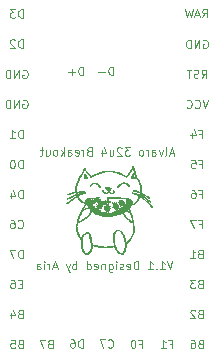
<source format=gbo>
G04 #@! TF.GenerationSoftware,KiCad,Pcbnew,(5.1.6)-1*
G04 #@! TF.CreationDate,2020-10-13T18:08:15+08:00*
G04 #@! TF.ProjectId,Alvaro,416c7661-726f-42e6-9b69-6361645f7063,C*
G04 #@! TF.SameCoordinates,Original*
G04 #@! TF.FileFunction,Legend,Bot*
G04 #@! TF.FilePolarity,Positive*
%FSLAX46Y46*%
G04 Gerber Fmt 4.6, Leading zero omitted, Abs format (unit mm)*
G04 Created by KiCad (PCBNEW (5.1.6)-1) date 2020-10-13 18:08:15*
%MOMM*%
%LPD*%
G01*
G04 APERTURE LIST*
%ADD10C,0.080000*%
G04 APERTURE END LIST*
D10*
X35666666Y-37816666D02*
X35333333Y-37816666D01*
X35733333Y-38016666D02*
X35500000Y-37316666D01*
X35266666Y-38016666D01*
X34933333Y-38016666D02*
X35000000Y-37983333D01*
X35033333Y-37916666D01*
X35033333Y-37316666D01*
X34733333Y-37550000D02*
X34566666Y-38016666D01*
X34400000Y-37550000D01*
X33833333Y-38016666D02*
X33833333Y-37650000D01*
X33866666Y-37583333D01*
X33933333Y-37550000D01*
X34066666Y-37550000D01*
X34133333Y-37583333D01*
X33833333Y-37983333D02*
X33900000Y-38016666D01*
X34066666Y-38016666D01*
X34133333Y-37983333D01*
X34166666Y-37916666D01*
X34166666Y-37850000D01*
X34133333Y-37783333D01*
X34066666Y-37750000D01*
X33900000Y-37750000D01*
X33833333Y-37716666D01*
X33500000Y-38016666D02*
X33500000Y-37550000D01*
X33500000Y-37683333D02*
X33466666Y-37616666D01*
X33433333Y-37583333D01*
X33366666Y-37550000D01*
X33300000Y-37550000D01*
X32966666Y-38016666D02*
X33033333Y-37983333D01*
X33066666Y-37950000D01*
X33100000Y-37883333D01*
X33100000Y-37683333D01*
X33066666Y-37616666D01*
X33033333Y-37583333D01*
X32966666Y-37550000D01*
X32866666Y-37550000D01*
X32800000Y-37583333D01*
X32766666Y-37616666D01*
X32733333Y-37683333D01*
X32733333Y-37883333D01*
X32766666Y-37950000D01*
X32800000Y-37983333D01*
X32866666Y-38016666D01*
X32966666Y-38016666D01*
X31966666Y-37316666D02*
X31533333Y-37316666D01*
X31766666Y-37583333D01*
X31666666Y-37583333D01*
X31600000Y-37616666D01*
X31566666Y-37650000D01*
X31533333Y-37716666D01*
X31533333Y-37883333D01*
X31566666Y-37950000D01*
X31600000Y-37983333D01*
X31666666Y-38016666D01*
X31866666Y-38016666D01*
X31933333Y-37983333D01*
X31966666Y-37950000D01*
X31266666Y-37383333D02*
X31233333Y-37350000D01*
X31166666Y-37316666D01*
X31000000Y-37316666D01*
X30933333Y-37350000D01*
X30900000Y-37383333D01*
X30866666Y-37450000D01*
X30866666Y-37516666D01*
X30900000Y-37616666D01*
X31300000Y-38016666D01*
X30866666Y-38016666D01*
X30266666Y-37550000D02*
X30266666Y-38016666D01*
X30566666Y-37550000D02*
X30566666Y-37916666D01*
X30533333Y-37983333D01*
X30466666Y-38016666D01*
X30366666Y-38016666D01*
X30300000Y-37983333D01*
X30266666Y-37950000D01*
X29633333Y-37550000D02*
X29633333Y-38016666D01*
X29800000Y-37283333D02*
X29966666Y-37783333D01*
X29533333Y-37783333D01*
X28500000Y-37650000D02*
X28400000Y-37683333D01*
X28366666Y-37716666D01*
X28333333Y-37783333D01*
X28333333Y-37883333D01*
X28366666Y-37950000D01*
X28400000Y-37983333D01*
X28466666Y-38016666D01*
X28733333Y-38016666D01*
X28733333Y-37316666D01*
X28500000Y-37316666D01*
X28433333Y-37350000D01*
X28400000Y-37383333D01*
X28366666Y-37450000D01*
X28366666Y-37516666D01*
X28400000Y-37583333D01*
X28433333Y-37616666D01*
X28500000Y-37650000D01*
X28733333Y-37650000D01*
X28033333Y-38016666D02*
X28033333Y-37550000D01*
X28033333Y-37683333D02*
X28000000Y-37616666D01*
X27966666Y-37583333D01*
X27900000Y-37550000D01*
X27833333Y-37550000D01*
X27333333Y-37983333D02*
X27400000Y-38016666D01*
X27533333Y-38016666D01*
X27600000Y-37983333D01*
X27633333Y-37916666D01*
X27633333Y-37650000D01*
X27600000Y-37583333D01*
X27533333Y-37550000D01*
X27400000Y-37550000D01*
X27333333Y-37583333D01*
X27300000Y-37650000D01*
X27300000Y-37716666D01*
X27633333Y-37783333D01*
X26700000Y-38016666D02*
X26700000Y-37650000D01*
X26733333Y-37583333D01*
X26800000Y-37550000D01*
X26933333Y-37550000D01*
X27000000Y-37583333D01*
X26700000Y-37983333D02*
X26766666Y-38016666D01*
X26933333Y-38016666D01*
X27000000Y-37983333D01*
X27033333Y-37916666D01*
X27033333Y-37850000D01*
X27000000Y-37783333D01*
X26933333Y-37750000D01*
X26766666Y-37750000D01*
X26700000Y-37716666D01*
X26366666Y-38016666D02*
X26366666Y-37316666D01*
X26300000Y-37750000D02*
X26100000Y-38016666D01*
X26100000Y-37550000D02*
X26366666Y-37816666D01*
X25700000Y-38016666D02*
X25766666Y-37983333D01*
X25800000Y-37950000D01*
X25833333Y-37883333D01*
X25833333Y-37683333D01*
X25800000Y-37616666D01*
X25766666Y-37583333D01*
X25700000Y-37550000D01*
X25600000Y-37550000D01*
X25533333Y-37583333D01*
X25500000Y-37616666D01*
X25466666Y-37683333D01*
X25466666Y-37883333D01*
X25500000Y-37950000D01*
X25533333Y-37983333D01*
X25600000Y-38016666D01*
X25700000Y-38016666D01*
X24866666Y-37550000D02*
X24866666Y-38016666D01*
X25166666Y-37550000D02*
X25166666Y-37916666D01*
X25133333Y-37983333D01*
X25066666Y-38016666D01*
X24966666Y-38016666D01*
X24900000Y-37983333D01*
X24866666Y-37950000D01*
X24633333Y-37550000D02*
X24366666Y-37550000D01*
X24533333Y-37316666D02*
X24533333Y-37916666D01*
X24500000Y-37983333D01*
X24433333Y-38016666D01*
X24366666Y-38016666D01*
X35575000Y-46966666D02*
X35341666Y-47666666D01*
X35108333Y-46966666D01*
X34508333Y-47666666D02*
X34908333Y-47666666D01*
X34708333Y-47666666D02*
X34708333Y-46966666D01*
X34775000Y-47066666D01*
X34841666Y-47133333D01*
X34908333Y-47166666D01*
X34208333Y-47600000D02*
X34175000Y-47633333D01*
X34208333Y-47666666D01*
X34241666Y-47633333D01*
X34208333Y-47600000D01*
X34208333Y-47666666D01*
X33508333Y-47666666D02*
X33908333Y-47666666D01*
X33708333Y-47666666D02*
X33708333Y-46966666D01*
X33775000Y-47066666D01*
X33841666Y-47133333D01*
X33908333Y-47166666D01*
X32675000Y-47666666D02*
X32675000Y-46966666D01*
X32508333Y-46966666D01*
X32408333Y-47000000D01*
X32341666Y-47066666D01*
X32308333Y-47133333D01*
X32275000Y-47266666D01*
X32275000Y-47366666D01*
X32308333Y-47500000D01*
X32341666Y-47566666D01*
X32408333Y-47633333D01*
X32508333Y-47666666D01*
X32675000Y-47666666D01*
X31708333Y-47633333D02*
X31775000Y-47666666D01*
X31908333Y-47666666D01*
X31975000Y-47633333D01*
X32008333Y-47566666D01*
X32008333Y-47300000D01*
X31975000Y-47233333D01*
X31908333Y-47200000D01*
X31775000Y-47200000D01*
X31708333Y-47233333D01*
X31675000Y-47300000D01*
X31675000Y-47366666D01*
X32008333Y-47433333D01*
X31408333Y-47633333D02*
X31341666Y-47666666D01*
X31208333Y-47666666D01*
X31141666Y-47633333D01*
X31108333Y-47566666D01*
X31108333Y-47533333D01*
X31141666Y-47466666D01*
X31208333Y-47433333D01*
X31308333Y-47433333D01*
X31375000Y-47400000D01*
X31408333Y-47333333D01*
X31408333Y-47300000D01*
X31375000Y-47233333D01*
X31308333Y-47200000D01*
X31208333Y-47200000D01*
X31141666Y-47233333D01*
X30808333Y-47666666D02*
X30808333Y-47200000D01*
X30808333Y-46966666D02*
X30841666Y-47000000D01*
X30808333Y-47033333D01*
X30775000Y-47000000D01*
X30808333Y-46966666D01*
X30808333Y-47033333D01*
X30175000Y-47200000D02*
X30175000Y-47766666D01*
X30208333Y-47833333D01*
X30241666Y-47866666D01*
X30308333Y-47900000D01*
X30408333Y-47900000D01*
X30475000Y-47866666D01*
X30175000Y-47633333D02*
X30241666Y-47666666D01*
X30375000Y-47666666D01*
X30441666Y-47633333D01*
X30475000Y-47600000D01*
X30508333Y-47533333D01*
X30508333Y-47333333D01*
X30475000Y-47266666D01*
X30441666Y-47233333D01*
X30375000Y-47200000D01*
X30241666Y-47200000D01*
X30175000Y-47233333D01*
X29841666Y-47200000D02*
X29841666Y-47666666D01*
X29841666Y-47266666D02*
X29808333Y-47233333D01*
X29741666Y-47200000D01*
X29641666Y-47200000D01*
X29575000Y-47233333D01*
X29541666Y-47300000D01*
X29541666Y-47666666D01*
X28941666Y-47633333D02*
X29008333Y-47666666D01*
X29141666Y-47666666D01*
X29208333Y-47633333D01*
X29241666Y-47566666D01*
X29241666Y-47300000D01*
X29208333Y-47233333D01*
X29141666Y-47200000D01*
X29008333Y-47200000D01*
X28941666Y-47233333D01*
X28908333Y-47300000D01*
X28908333Y-47366666D01*
X29241666Y-47433333D01*
X28308333Y-47666666D02*
X28308333Y-46966666D01*
X28308333Y-47633333D02*
X28375000Y-47666666D01*
X28508333Y-47666666D01*
X28575000Y-47633333D01*
X28608333Y-47600000D01*
X28641666Y-47533333D01*
X28641666Y-47333333D01*
X28608333Y-47266666D01*
X28575000Y-47233333D01*
X28508333Y-47200000D01*
X28375000Y-47200000D01*
X28308333Y-47233333D01*
X27441666Y-47666666D02*
X27441666Y-46966666D01*
X27441666Y-47233333D02*
X27375000Y-47200000D01*
X27241666Y-47200000D01*
X27175000Y-47233333D01*
X27141666Y-47266666D01*
X27108333Y-47333333D01*
X27108333Y-47533333D01*
X27141666Y-47600000D01*
X27175000Y-47633333D01*
X27241666Y-47666666D01*
X27375000Y-47666666D01*
X27441666Y-47633333D01*
X26875000Y-47200000D02*
X26708333Y-47666666D01*
X26541666Y-47200000D02*
X26708333Y-47666666D01*
X26775000Y-47833333D01*
X26808333Y-47866666D01*
X26875000Y-47900000D01*
X25775000Y-47466666D02*
X25441666Y-47466666D01*
X25841666Y-47666666D02*
X25608333Y-46966666D01*
X25375000Y-47666666D01*
X25141666Y-47666666D02*
X25141666Y-47200000D01*
X25141666Y-47333333D02*
X25108333Y-47266666D01*
X25075000Y-47233333D01*
X25008333Y-47200000D01*
X24941666Y-47200000D01*
X24708333Y-47666666D02*
X24708333Y-47200000D01*
X24708333Y-46966666D02*
X24741666Y-47000000D01*
X24708333Y-47033333D01*
X24675000Y-47000000D01*
X24708333Y-46966666D01*
X24708333Y-47033333D01*
X24075000Y-47666666D02*
X24075000Y-47300000D01*
X24108333Y-47233333D01*
X24175000Y-47200000D01*
X24308333Y-47200000D01*
X24375000Y-47233333D01*
X24075000Y-47633333D02*
X24141666Y-47666666D01*
X24308333Y-47666666D01*
X24375000Y-47633333D01*
X24408333Y-47566666D01*
X24408333Y-47500000D01*
X24375000Y-47433333D01*
X24308333Y-47400000D01*
X24141666Y-47400000D01*
X24075000Y-47366666D01*
X22908333Y-30800000D02*
X22975000Y-30766666D01*
X23075000Y-30766666D01*
X23175000Y-30800000D01*
X23241666Y-30866666D01*
X23275000Y-30933333D01*
X23308333Y-31066666D01*
X23308333Y-31166666D01*
X23275000Y-31300000D01*
X23241666Y-31366666D01*
X23175000Y-31433333D01*
X23075000Y-31466666D01*
X23008333Y-31466666D01*
X22908333Y-31433333D01*
X22875000Y-31400000D01*
X22875000Y-31166666D01*
X23008333Y-31166666D01*
X22575000Y-31466666D02*
X22575000Y-30766666D01*
X22175000Y-31466666D01*
X22175000Y-30766666D01*
X21841666Y-31466666D02*
X21841666Y-30766666D01*
X21675000Y-30766666D01*
X21575000Y-30800000D01*
X21508333Y-30866666D01*
X21475000Y-30933333D01*
X21441666Y-31066666D01*
X21441666Y-31166666D01*
X21475000Y-31300000D01*
X21508333Y-31366666D01*
X21575000Y-31433333D01*
X21675000Y-31466666D01*
X21841666Y-31466666D01*
X37833333Y-43800000D02*
X38066666Y-43800000D01*
X38066666Y-44166666D02*
X38066666Y-43466666D01*
X37733333Y-43466666D01*
X37533333Y-43466666D02*
X37066666Y-43466666D01*
X37366666Y-44166666D01*
X30541666Y-31191666D02*
X30541666Y-30491666D01*
X30375000Y-30491666D01*
X30275000Y-30525000D01*
X30208333Y-30591666D01*
X30175000Y-30658333D01*
X30141666Y-30791666D01*
X30141666Y-30891666D01*
X30175000Y-31025000D01*
X30208333Y-31091666D01*
X30275000Y-31158333D01*
X30375000Y-31191666D01*
X30541666Y-31191666D01*
X29841666Y-30925000D02*
X29308333Y-30925000D01*
X27991666Y-31216666D02*
X27991666Y-30516666D01*
X27825000Y-30516666D01*
X27725000Y-30550000D01*
X27658333Y-30616666D01*
X27625000Y-30683333D01*
X27591666Y-30816666D01*
X27591666Y-30916666D01*
X27625000Y-31050000D01*
X27658333Y-31116666D01*
X27725000Y-31183333D01*
X27825000Y-31216666D01*
X27991666Y-31216666D01*
X27291666Y-30950000D02*
X26758333Y-30950000D01*
X27025000Y-31216666D02*
X27025000Y-30683333D01*
X22891666Y-26341666D02*
X22891666Y-25641666D01*
X22725000Y-25641666D01*
X22625000Y-25675000D01*
X22558333Y-25741666D01*
X22525000Y-25808333D01*
X22491666Y-25941666D01*
X22491666Y-26041666D01*
X22525000Y-26175000D01*
X22558333Y-26241666D01*
X22625000Y-26308333D01*
X22725000Y-26341666D01*
X22891666Y-26341666D01*
X22258333Y-25641666D02*
X21825000Y-25641666D01*
X22058333Y-25908333D01*
X21958333Y-25908333D01*
X21891666Y-25941666D01*
X21858333Y-25975000D01*
X21825000Y-26041666D01*
X21825000Y-26208333D01*
X21858333Y-26275000D01*
X21891666Y-26308333D01*
X21958333Y-26341666D01*
X22158333Y-26341666D01*
X22225000Y-26308333D01*
X22258333Y-26275000D01*
X22891666Y-28891666D02*
X22891666Y-28191666D01*
X22725000Y-28191666D01*
X22625000Y-28225000D01*
X22558333Y-28291666D01*
X22525000Y-28358333D01*
X22491666Y-28491666D01*
X22491666Y-28591666D01*
X22525000Y-28725000D01*
X22558333Y-28791666D01*
X22625000Y-28858333D01*
X22725000Y-28891666D01*
X22891666Y-28891666D01*
X22225000Y-28258333D02*
X22191666Y-28225000D01*
X22125000Y-28191666D01*
X21958333Y-28191666D01*
X21891666Y-28225000D01*
X21858333Y-28258333D01*
X21825000Y-28325000D01*
X21825000Y-28391666D01*
X21858333Y-28491666D01*
X22258333Y-28891666D01*
X21825000Y-28891666D01*
X22908333Y-33325000D02*
X22975000Y-33291666D01*
X23075000Y-33291666D01*
X23175000Y-33325000D01*
X23241666Y-33391666D01*
X23275000Y-33458333D01*
X23308333Y-33591666D01*
X23308333Y-33691666D01*
X23275000Y-33825000D01*
X23241666Y-33891666D01*
X23175000Y-33958333D01*
X23075000Y-33991666D01*
X23008333Y-33991666D01*
X22908333Y-33958333D01*
X22875000Y-33925000D01*
X22875000Y-33691666D01*
X23008333Y-33691666D01*
X22575000Y-33991666D02*
X22575000Y-33291666D01*
X22175000Y-33991666D01*
X22175000Y-33291666D01*
X21841666Y-33991666D02*
X21841666Y-33291666D01*
X21675000Y-33291666D01*
X21575000Y-33325000D01*
X21508333Y-33391666D01*
X21475000Y-33458333D01*
X21441666Y-33591666D01*
X21441666Y-33691666D01*
X21475000Y-33825000D01*
X21508333Y-33891666D01*
X21575000Y-33958333D01*
X21675000Y-33991666D01*
X21841666Y-33991666D01*
X22891666Y-36541666D02*
X22891666Y-35841666D01*
X22725000Y-35841666D01*
X22625000Y-35875000D01*
X22558333Y-35941666D01*
X22525000Y-36008333D01*
X22491666Y-36141666D01*
X22491666Y-36241666D01*
X22525000Y-36375000D01*
X22558333Y-36441666D01*
X22625000Y-36508333D01*
X22725000Y-36541666D01*
X22891666Y-36541666D01*
X21825000Y-36541666D02*
X22225000Y-36541666D01*
X22025000Y-36541666D02*
X22025000Y-35841666D01*
X22091666Y-35941666D01*
X22158333Y-36008333D01*
X22225000Y-36041666D01*
X22891666Y-39091666D02*
X22891666Y-38391666D01*
X22725000Y-38391666D01*
X22625000Y-38425000D01*
X22558333Y-38491666D01*
X22525000Y-38558333D01*
X22491666Y-38691666D01*
X22491666Y-38791666D01*
X22525000Y-38925000D01*
X22558333Y-38991666D01*
X22625000Y-39058333D01*
X22725000Y-39091666D01*
X22891666Y-39091666D01*
X22058333Y-38391666D02*
X21991666Y-38391666D01*
X21925000Y-38425000D01*
X21891666Y-38458333D01*
X21858333Y-38525000D01*
X21825000Y-38658333D01*
X21825000Y-38825000D01*
X21858333Y-38958333D01*
X21891666Y-39025000D01*
X21925000Y-39058333D01*
X21991666Y-39091666D01*
X22058333Y-39091666D01*
X22125000Y-39058333D01*
X22158333Y-39025000D01*
X22191666Y-38958333D01*
X22225000Y-38825000D01*
X22225000Y-38658333D01*
X22191666Y-38525000D01*
X22158333Y-38458333D01*
X22125000Y-38425000D01*
X22058333Y-38391666D01*
X22891666Y-41641666D02*
X22891666Y-40941666D01*
X22725000Y-40941666D01*
X22625000Y-40975000D01*
X22558333Y-41041666D01*
X22525000Y-41108333D01*
X22491666Y-41241666D01*
X22491666Y-41341666D01*
X22525000Y-41475000D01*
X22558333Y-41541666D01*
X22625000Y-41608333D01*
X22725000Y-41641666D01*
X22891666Y-41641666D01*
X21891666Y-41175000D02*
X21891666Y-41641666D01*
X22058333Y-40908333D02*
X22225000Y-41408333D01*
X21791666Y-41408333D01*
X22491666Y-44100000D02*
X22525000Y-44133333D01*
X22625000Y-44166666D01*
X22691666Y-44166666D01*
X22791666Y-44133333D01*
X22858333Y-44066666D01*
X22891666Y-44000000D01*
X22925000Y-43866666D01*
X22925000Y-43766666D01*
X22891666Y-43633333D01*
X22858333Y-43566666D01*
X22791666Y-43500000D01*
X22691666Y-43466666D01*
X22625000Y-43466666D01*
X22525000Y-43500000D01*
X22491666Y-43533333D01*
X21891666Y-43466666D02*
X22025000Y-43466666D01*
X22091666Y-43500000D01*
X22125000Y-43533333D01*
X22191666Y-43633333D01*
X22225000Y-43766666D01*
X22225000Y-44033333D01*
X22191666Y-44100000D01*
X22158333Y-44133333D01*
X22091666Y-44166666D01*
X21958333Y-44166666D01*
X21891666Y-44133333D01*
X21858333Y-44100000D01*
X21825000Y-44033333D01*
X21825000Y-43866666D01*
X21858333Y-43800000D01*
X21891666Y-43766666D01*
X21958333Y-43733333D01*
X22091666Y-43733333D01*
X22158333Y-43766666D01*
X22191666Y-43800000D01*
X22225000Y-43866666D01*
X22891666Y-46716666D02*
X22891666Y-46016666D01*
X22725000Y-46016666D01*
X22625000Y-46050000D01*
X22558333Y-46116666D01*
X22525000Y-46183333D01*
X22491666Y-46316666D01*
X22491666Y-46416666D01*
X22525000Y-46550000D01*
X22558333Y-46616666D01*
X22625000Y-46683333D01*
X22725000Y-46716666D01*
X22891666Y-46716666D01*
X22258333Y-46016666D02*
X21791666Y-46016666D01*
X22091666Y-46716666D01*
X22858333Y-48875000D02*
X22625000Y-48875000D01*
X22525000Y-49241666D02*
X22858333Y-49241666D01*
X22858333Y-48541666D01*
X22525000Y-48541666D01*
X21925000Y-48541666D02*
X22058333Y-48541666D01*
X22125000Y-48575000D01*
X22158333Y-48608333D01*
X22225000Y-48708333D01*
X22258333Y-48841666D01*
X22258333Y-49108333D01*
X22225000Y-49175000D01*
X22191666Y-49208333D01*
X22125000Y-49241666D01*
X21991666Y-49241666D01*
X21925000Y-49208333D01*
X21891666Y-49175000D01*
X21858333Y-49108333D01*
X21858333Y-48941666D01*
X21891666Y-48875000D01*
X21925000Y-48841666D01*
X21991666Y-48808333D01*
X22125000Y-48808333D01*
X22191666Y-48841666D01*
X22225000Y-48875000D01*
X22258333Y-48941666D01*
X22658333Y-51425000D02*
X22558333Y-51458333D01*
X22525000Y-51491666D01*
X22491666Y-51558333D01*
X22491666Y-51658333D01*
X22525000Y-51725000D01*
X22558333Y-51758333D01*
X22625000Y-51791666D01*
X22891666Y-51791666D01*
X22891666Y-51091666D01*
X22658333Y-51091666D01*
X22591666Y-51125000D01*
X22558333Y-51158333D01*
X22525000Y-51225000D01*
X22525000Y-51291666D01*
X22558333Y-51358333D01*
X22591666Y-51391666D01*
X22658333Y-51425000D01*
X22891666Y-51425000D01*
X21891666Y-51325000D02*
X21891666Y-51791666D01*
X22058333Y-51058333D02*
X22225000Y-51558333D01*
X21791666Y-51558333D01*
X22683333Y-53950000D02*
X22583333Y-53983333D01*
X22550000Y-54016666D01*
X22516666Y-54083333D01*
X22516666Y-54183333D01*
X22550000Y-54250000D01*
X22583333Y-54283333D01*
X22650000Y-54316666D01*
X22916666Y-54316666D01*
X22916666Y-53616666D01*
X22683333Y-53616666D01*
X22616666Y-53650000D01*
X22583333Y-53683333D01*
X22550000Y-53750000D01*
X22550000Y-53816666D01*
X22583333Y-53883333D01*
X22616666Y-53916666D01*
X22683333Y-53950000D01*
X22916666Y-53950000D01*
X21883333Y-53616666D02*
X22216666Y-53616666D01*
X22250000Y-53950000D01*
X22216666Y-53916666D01*
X22150000Y-53883333D01*
X21983333Y-53883333D01*
X21916666Y-53916666D01*
X21883333Y-53950000D01*
X21850000Y-54016666D01*
X21850000Y-54183333D01*
X21883333Y-54250000D01*
X21916666Y-54283333D01*
X21983333Y-54316666D01*
X22150000Y-54316666D01*
X22216666Y-54283333D01*
X22250000Y-54250000D01*
X25208333Y-53950000D02*
X25108333Y-53983333D01*
X25075000Y-54016666D01*
X25041666Y-54083333D01*
X25041666Y-54183333D01*
X25075000Y-54250000D01*
X25108333Y-54283333D01*
X25175000Y-54316666D01*
X25441666Y-54316666D01*
X25441666Y-53616666D01*
X25208333Y-53616666D01*
X25141666Y-53650000D01*
X25108333Y-53683333D01*
X25075000Y-53750000D01*
X25075000Y-53816666D01*
X25108333Y-53883333D01*
X25141666Y-53916666D01*
X25208333Y-53950000D01*
X25441666Y-53950000D01*
X24808333Y-53616666D02*
X24341666Y-53616666D01*
X24641666Y-54316666D01*
X27976666Y-54291666D02*
X27976666Y-53591666D01*
X27810000Y-53591666D01*
X27710000Y-53625000D01*
X27643333Y-53691666D01*
X27610000Y-53758333D01*
X27576666Y-53891666D01*
X27576666Y-53991666D01*
X27610000Y-54125000D01*
X27643333Y-54191666D01*
X27710000Y-54258333D01*
X27810000Y-54291666D01*
X27976666Y-54291666D01*
X26976666Y-53591666D02*
X27110000Y-53591666D01*
X27176666Y-53625000D01*
X27210000Y-53658333D01*
X27276666Y-53758333D01*
X27310000Y-53891666D01*
X27310000Y-54158333D01*
X27276666Y-54225000D01*
X27243333Y-54258333D01*
X27176666Y-54291666D01*
X27043333Y-54291666D01*
X26976666Y-54258333D01*
X26943333Y-54225000D01*
X26910000Y-54158333D01*
X26910000Y-53991666D01*
X26943333Y-53925000D01*
X26976666Y-53891666D01*
X27043333Y-53858333D01*
X27176666Y-53858333D01*
X27243333Y-53891666D01*
X27276666Y-53925000D01*
X27310000Y-53991666D01*
X30116666Y-54225000D02*
X30150000Y-54258333D01*
X30250000Y-54291666D01*
X30316666Y-54291666D01*
X30416666Y-54258333D01*
X30483333Y-54191666D01*
X30516666Y-54125000D01*
X30550000Y-53991666D01*
X30550000Y-53891666D01*
X30516666Y-53758333D01*
X30483333Y-53691666D01*
X30416666Y-53625000D01*
X30316666Y-53591666D01*
X30250000Y-53591666D01*
X30150000Y-53625000D01*
X30116666Y-53658333D01*
X29883333Y-53591666D02*
X29416666Y-53591666D01*
X29716666Y-54291666D01*
X32773333Y-53950000D02*
X33006666Y-53950000D01*
X33006666Y-54316666D02*
X33006666Y-53616666D01*
X32673333Y-53616666D01*
X32273333Y-53616666D02*
X32206666Y-53616666D01*
X32140000Y-53650000D01*
X32106666Y-53683333D01*
X32073333Y-53750000D01*
X32040000Y-53883333D01*
X32040000Y-54050000D01*
X32073333Y-54183333D01*
X32106666Y-54250000D01*
X32140000Y-54283333D01*
X32206666Y-54316666D01*
X32273333Y-54316666D01*
X32340000Y-54283333D01*
X32373333Y-54250000D01*
X32406666Y-54183333D01*
X32440000Y-54050000D01*
X32440000Y-53883333D01*
X32406666Y-53750000D01*
X32373333Y-53683333D01*
X32340000Y-53650000D01*
X32273333Y-53616666D01*
X35333333Y-53950000D02*
X35566666Y-53950000D01*
X35566666Y-54316666D02*
X35566666Y-53616666D01*
X35233333Y-53616666D01*
X34600000Y-54316666D02*
X35000000Y-54316666D01*
X34800000Y-54316666D02*
X34800000Y-53616666D01*
X34866666Y-53716666D01*
X34933333Y-53783333D01*
X35000000Y-53816666D01*
X37933333Y-53950000D02*
X37833333Y-53983333D01*
X37800000Y-54016666D01*
X37766666Y-54083333D01*
X37766666Y-54183333D01*
X37800000Y-54250000D01*
X37833333Y-54283333D01*
X37900000Y-54316666D01*
X38166666Y-54316666D01*
X38166666Y-53616666D01*
X37933333Y-53616666D01*
X37866666Y-53650000D01*
X37833333Y-53683333D01*
X37800000Y-53750000D01*
X37800000Y-53816666D01*
X37833333Y-53883333D01*
X37866666Y-53916666D01*
X37933333Y-53950000D01*
X38166666Y-53950000D01*
X37166666Y-53616666D02*
X37300000Y-53616666D01*
X37366666Y-53650000D01*
X37400000Y-53683333D01*
X37466666Y-53783333D01*
X37500000Y-53916666D01*
X37500000Y-54183333D01*
X37466666Y-54250000D01*
X37433333Y-54283333D01*
X37366666Y-54316666D01*
X37233333Y-54316666D01*
X37166666Y-54283333D01*
X37133333Y-54250000D01*
X37100000Y-54183333D01*
X37100000Y-54016666D01*
X37133333Y-53950000D01*
X37166666Y-53916666D01*
X37233333Y-53883333D01*
X37366666Y-53883333D01*
X37433333Y-53916666D01*
X37466666Y-53950000D01*
X37500000Y-54016666D01*
X37908333Y-51425000D02*
X37808333Y-51458333D01*
X37775000Y-51491666D01*
X37741666Y-51558333D01*
X37741666Y-51658333D01*
X37775000Y-51725000D01*
X37808333Y-51758333D01*
X37875000Y-51791666D01*
X38141666Y-51791666D01*
X38141666Y-51091666D01*
X37908333Y-51091666D01*
X37841666Y-51125000D01*
X37808333Y-51158333D01*
X37775000Y-51225000D01*
X37775000Y-51291666D01*
X37808333Y-51358333D01*
X37841666Y-51391666D01*
X37908333Y-51425000D01*
X38141666Y-51425000D01*
X37475000Y-51158333D02*
X37441666Y-51125000D01*
X37375000Y-51091666D01*
X37208333Y-51091666D01*
X37141666Y-51125000D01*
X37108333Y-51158333D01*
X37075000Y-51225000D01*
X37075000Y-51291666D01*
X37108333Y-51391666D01*
X37508333Y-51791666D01*
X37075000Y-51791666D01*
X37908333Y-48875000D02*
X37808333Y-48908333D01*
X37775000Y-48941666D01*
X37741666Y-49008333D01*
X37741666Y-49108333D01*
X37775000Y-49175000D01*
X37808333Y-49208333D01*
X37875000Y-49241666D01*
X38141666Y-49241666D01*
X38141666Y-48541666D01*
X37908333Y-48541666D01*
X37841666Y-48575000D01*
X37808333Y-48608333D01*
X37775000Y-48675000D01*
X37775000Y-48741666D01*
X37808333Y-48808333D01*
X37841666Y-48841666D01*
X37908333Y-48875000D01*
X38141666Y-48875000D01*
X37508333Y-48541666D02*
X37075000Y-48541666D01*
X37308333Y-48808333D01*
X37208333Y-48808333D01*
X37141666Y-48841666D01*
X37108333Y-48875000D01*
X37075000Y-48941666D01*
X37075000Y-49108333D01*
X37108333Y-49175000D01*
X37141666Y-49208333D01*
X37208333Y-49241666D01*
X37408333Y-49241666D01*
X37475000Y-49208333D01*
X37508333Y-49175000D01*
X37908333Y-46325000D02*
X37808333Y-46358333D01*
X37775000Y-46391666D01*
X37741666Y-46458333D01*
X37741666Y-46558333D01*
X37775000Y-46625000D01*
X37808333Y-46658333D01*
X37875000Y-46691666D01*
X38141666Y-46691666D01*
X38141666Y-45991666D01*
X37908333Y-45991666D01*
X37841666Y-46025000D01*
X37808333Y-46058333D01*
X37775000Y-46125000D01*
X37775000Y-46191666D01*
X37808333Y-46258333D01*
X37841666Y-46291666D01*
X37908333Y-46325000D01*
X38141666Y-46325000D01*
X37075000Y-46691666D02*
X37475000Y-46691666D01*
X37275000Y-46691666D02*
X37275000Y-45991666D01*
X37341666Y-46091666D01*
X37408333Y-46158333D01*
X37475000Y-46191666D01*
X37858333Y-41250000D02*
X38091666Y-41250000D01*
X38091666Y-41616666D02*
X38091666Y-40916666D01*
X37758333Y-40916666D01*
X37191666Y-40916666D02*
X37325000Y-40916666D01*
X37391666Y-40950000D01*
X37425000Y-40983333D01*
X37491666Y-41083333D01*
X37525000Y-41216666D01*
X37525000Y-41483333D01*
X37491666Y-41550000D01*
X37458333Y-41583333D01*
X37391666Y-41616666D01*
X37258333Y-41616666D01*
X37191666Y-41583333D01*
X37158333Y-41550000D01*
X37125000Y-41483333D01*
X37125000Y-41316666D01*
X37158333Y-41250000D01*
X37191666Y-41216666D01*
X37258333Y-41183333D01*
X37391666Y-41183333D01*
X37458333Y-41216666D01*
X37491666Y-41250000D01*
X37525000Y-41316666D01*
X37858333Y-38700000D02*
X38091666Y-38700000D01*
X38091666Y-39066666D02*
X38091666Y-38366666D01*
X37758333Y-38366666D01*
X37158333Y-38366666D02*
X37491666Y-38366666D01*
X37525000Y-38700000D01*
X37491666Y-38666666D01*
X37425000Y-38633333D01*
X37258333Y-38633333D01*
X37191666Y-38666666D01*
X37158333Y-38700000D01*
X37125000Y-38766666D01*
X37125000Y-38933333D01*
X37158333Y-39000000D01*
X37191666Y-39033333D01*
X37258333Y-39066666D01*
X37425000Y-39066666D01*
X37491666Y-39033333D01*
X37525000Y-39000000D01*
X37858333Y-36175000D02*
X38091666Y-36175000D01*
X38091666Y-36541666D02*
X38091666Y-35841666D01*
X37758333Y-35841666D01*
X37191666Y-36075000D02*
X37191666Y-36541666D01*
X37358333Y-35808333D02*
X37525000Y-36308333D01*
X37091666Y-36308333D01*
X38583333Y-33291666D02*
X38350000Y-33991666D01*
X38116666Y-33291666D01*
X37483333Y-33925000D02*
X37516666Y-33958333D01*
X37616666Y-33991666D01*
X37683333Y-33991666D01*
X37783333Y-33958333D01*
X37850000Y-33891666D01*
X37883333Y-33825000D01*
X37916666Y-33691666D01*
X37916666Y-33591666D01*
X37883333Y-33458333D01*
X37850000Y-33391666D01*
X37783333Y-33325000D01*
X37683333Y-33291666D01*
X37616666Y-33291666D01*
X37516666Y-33325000D01*
X37483333Y-33358333D01*
X36783333Y-33925000D02*
X36816666Y-33958333D01*
X36916666Y-33991666D01*
X36983333Y-33991666D01*
X37083333Y-33958333D01*
X37150000Y-33891666D01*
X37183333Y-33825000D01*
X37216666Y-33691666D01*
X37216666Y-33591666D01*
X37183333Y-33458333D01*
X37150000Y-33391666D01*
X37083333Y-33325000D01*
X36983333Y-33291666D01*
X36916666Y-33291666D01*
X36816666Y-33325000D01*
X36783333Y-33358333D01*
X38033333Y-31441666D02*
X38266666Y-31108333D01*
X38433333Y-31441666D02*
X38433333Y-30741666D01*
X38166666Y-30741666D01*
X38100000Y-30775000D01*
X38066666Y-30808333D01*
X38033333Y-30875000D01*
X38033333Y-30975000D01*
X38066666Y-31041666D01*
X38100000Y-31075000D01*
X38166666Y-31108333D01*
X38433333Y-31108333D01*
X37766666Y-31408333D02*
X37666666Y-31441666D01*
X37500000Y-31441666D01*
X37433333Y-31408333D01*
X37400000Y-31375000D01*
X37366666Y-31308333D01*
X37366666Y-31241666D01*
X37400000Y-31175000D01*
X37433333Y-31141666D01*
X37500000Y-31108333D01*
X37633333Y-31075000D01*
X37700000Y-31041666D01*
X37733333Y-31008333D01*
X37766666Y-30941666D01*
X37766666Y-30875000D01*
X37733333Y-30808333D01*
X37700000Y-30775000D01*
X37633333Y-30741666D01*
X37466666Y-30741666D01*
X37366666Y-30775000D01*
X37166666Y-30741666D02*
X36766666Y-30741666D01*
X36966666Y-31441666D02*
X36966666Y-30741666D01*
X38183333Y-28250000D02*
X38250000Y-28216666D01*
X38350000Y-28216666D01*
X38450000Y-28250000D01*
X38516666Y-28316666D01*
X38550000Y-28383333D01*
X38583333Y-28516666D01*
X38583333Y-28616666D01*
X38550000Y-28750000D01*
X38516666Y-28816666D01*
X38450000Y-28883333D01*
X38350000Y-28916666D01*
X38283333Y-28916666D01*
X38183333Y-28883333D01*
X38150000Y-28850000D01*
X38150000Y-28616666D01*
X38283333Y-28616666D01*
X37850000Y-28916666D02*
X37850000Y-28216666D01*
X37450000Y-28916666D01*
X37450000Y-28216666D01*
X37116666Y-28916666D02*
X37116666Y-28216666D01*
X36950000Y-28216666D01*
X36850000Y-28250000D01*
X36783333Y-28316666D01*
X36750000Y-28383333D01*
X36716666Y-28516666D01*
X36716666Y-28616666D01*
X36750000Y-28750000D01*
X36783333Y-28816666D01*
X36850000Y-28883333D01*
X36950000Y-28916666D01*
X37116666Y-28916666D01*
X38103333Y-26316666D02*
X38336666Y-25983333D01*
X38503333Y-26316666D02*
X38503333Y-25616666D01*
X38236666Y-25616666D01*
X38170000Y-25650000D01*
X38136666Y-25683333D01*
X38103333Y-25750000D01*
X38103333Y-25850000D01*
X38136666Y-25916666D01*
X38170000Y-25950000D01*
X38236666Y-25983333D01*
X38503333Y-25983333D01*
X37836666Y-26116666D02*
X37503333Y-26116666D01*
X37903333Y-26316666D02*
X37670000Y-25616666D01*
X37436666Y-26316666D01*
X37270000Y-25616666D02*
X37103333Y-26316666D01*
X36970000Y-25816666D01*
X36836666Y-26316666D01*
X36670000Y-25616666D01*
G36*
X27424808Y-43958035D02*
G01*
X27417388Y-44013769D01*
X27414095Y-44098644D01*
X27414000Y-44117916D01*
X27416084Y-44199217D01*
X27421645Y-44261398D01*
X27429646Y-44294743D01*
X27433186Y-44297833D01*
X27444169Y-44314655D01*
X27441487Y-44339453D01*
X27439850Y-44386442D01*
X27449007Y-44454175D01*
X27465417Y-44527017D01*
X27485542Y-44589330D01*
X27505843Y-44625481D01*
X27506325Y-44625916D01*
X27529191Y-44664437D01*
X27533380Y-44684262D01*
X27546191Y-44727380D01*
X27575978Y-44790635D01*
X27616924Y-44864636D01*
X27663214Y-44939997D01*
X27709029Y-45007327D01*
X27748555Y-45057239D01*
X27775974Y-45080343D01*
X27779121Y-45080930D01*
X27796428Y-45085070D01*
X27806695Y-45102623D01*
X27811095Y-45141409D01*
X27810801Y-45209246D01*
X27808484Y-45276791D01*
X27808746Y-45484081D01*
X27824622Y-45687312D01*
X27854681Y-45872510D01*
X27879706Y-45971798D01*
X27928165Y-46088585D01*
X27998356Y-46198086D01*
X28081188Y-46288155D01*
X28156206Y-46341126D01*
X28232685Y-46364927D01*
X28320211Y-46369792D01*
X28398359Y-46355424D01*
X28421180Y-46344958D01*
X28519646Y-46273822D01*
X28596681Y-46183356D01*
X28636932Y-46116336D01*
X28674805Y-46034270D01*
X28710692Y-45935823D01*
X28740749Y-45834199D01*
X28761137Y-45742601D01*
X28765557Y-45698646D01*
X28676467Y-45698646D01*
X28671968Y-45780369D01*
X28662418Y-45844714D01*
X28662090Y-45846100D01*
X28611744Y-46004124D01*
X28543645Y-46139230D01*
X28462320Y-46242698D01*
X28450383Y-46253940D01*
X28373440Y-46309899D01*
X28302303Y-46328191D01*
X28227942Y-46309004D01*
X28151188Y-46260143D01*
X28054861Y-46160534D01*
X27979514Y-46024366D01*
X27925223Y-45851891D01*
X27892066Y-45643363D01*
X27880121Y-45399035D01*
X27880090Y-45374934D01*
X27884470Y-45252670D01*
X27895973Y-45125451D01*
X27912979Y-45004081D01*
X27933867Y-44899364D01*
X27957017Y-44822105D01*
X27965994Y-44802336D01*
X28001994Y-44758234D01*
X28063582Y-44703856D01*
X28138670Y-44648236D01*
X28215173Y-44600405D01*
X28274608Y-44571723D01*
X28331943Y-44558770D01*
X28378494Y-44572305D01*
X28420608Y-44616961D01*
X28464632Y-44697368D01*
X28473723Y-44717040D01*
X28510419Y-44811167D01*
X28546511Y-44926363D01*
X28578702Y-45049363D01*
X28603696Y-45166901D01*
X28618194Y-45265711D01*
X28620500Y-45307550D01*
X28625617Y-45354788D01*
X28638103Y-45377073D01*
X28639767Y-45377333D01*
X28653422Y-45396814D01*
X28664393Y-45448628D01*
X28672206Y-45522832D01*
X28676389Y-45609486D01*
X28676467Y-45698646D01*
X28765557Y-45698646D01*
X28768013Y-45674231D01*
X28767658Y-45666995D01*
X28766264Y-45624267D01*
X28777029Y-45606213D01*
X28809000Y-45609810D01*
X28871225Y-45632036D01*
X28871738Y-45632230D01*
X28935827Y-45651804D01*
X29028123Y-45673959D01*
X29134878Y-45695605D01*
X29215696Y-45709572D01*
X29336298Y-45724346D01*
X29483003Y-45735480D01*
X29647148Y-45742958D01*
X29820070Y-45746764D01*
X29993108Y-45746879D01*
X30157599Y-45743288D01*
X30304879Y-45735974D01*
X30426288Y-45724920D01*
X30504910Y-45712071D01*
X30643069Y-45680812D01*
X30701433Y-45834739D01*
X30779677Y-46006337D01*
X30871281Y-46140174D01*
X30979489Y-46239598D01*
X31107546Y-46307955D01*
X31184015Y-46332586D01*
X31249733Y-46346418D01*
X31298138Y-46343523D01*
X31351653Y-46321772D01*
X31363932Y-46315496D01*
X31425105Y-46273681D01*
X31473917Y-46223355D01*
X31481852Y-46211352D01*
X31521171Y-46122165D01*
X31555888Y-46003800D01*
X31583229Y-45869373D01*
X31600420Y-45731997D01*
X31605000Y-45629073D01*
X31605000Y-45518518D01*
X31538293Y-45518518D01*
X31535933Y-45618280D01*
X31534944Y-45641916D01*
X31523828Y-45793631D01*
X31503392Y-45921354D01*
X31470759Y-46042935D01*
X31469795Y-46045948D01*
X31424902Y-46165424D01*
X31376858Y-46245413D01*
X31320601Y-46288715D01*
X31251072Y-46298132D01*
X31163211Y-46276468D01*
X31100801Y-46250276D01*
X31017566Y-46200125D01*
X30944393Y-46129003D01*
X30877946Y-46031859D01*
X30814889Y-45903641D01*
X30751889Y-45739297D01*
X30739463Y-45703015D01*
X30657270Y-45429199D01*
X30605318Y-45184947D01*
X30583606Y-44970195D01*
X30592132Y-44784883D01*
X30630896Y-44628948D01*
X30699898Y-44502330D01*
X30726578Y-44469960D01*
X30820497Y-44389278D01*
X30916671Y-44350473D01*
X31012287Y-44353393D01*
X31104530Y-44397885D01*
X31190587Y-44483798D01*
X31199360Y-44495504D01*
X31287542Y-44624215D01*
X31354965Y-44743943D01*
X31407773Y-44868530D01*
X31452106Y-45011816D01*
X31481558Y-45131398D01*
X31508601Y-45254434D01*
X31526094Y-45350618D01*
X31535502Y-45433972D01*
X31538293Y-45518518D01*
X31605000Y-45518518D01*
X31605000Y-45444286D01*
X31684375Y-45395299D01*
X31791144Y-45318594D01*
X31889588Y-45228418D01*
X31965589Y-45138004D01*
X31976710Y-45121284D01*
X32089204Y-44930399D01*
X32181751Y-44747100D01*
X32250438Y-44579618D01*
X32280892Y-44481394D01*
X32309025Y-44347572D01*
X32321339Y-44228040D01*
X32318307Y-44128356D01*
X32300403Y-44054075D01*
X32268100Y-44010753D01*
X32240000Y-44001838D01*
X32235662Y-44021432D01*
X32232092Y-44074731D01*
X32229711Y-44153107D01*
X32228942Y-44229056D01*
X32225939Y-44350818D01*
X32215404Y-44454156D01*
X32194210Y-44549521D01*
X32159227Y-44647360D01*
X32107326Y-44758123D01*
X32035380Y-44892259D01*
X32024555Y-44911666D01*
X31964121Y-45010684D01*
X31895573Y-45108489D01*
X31824182Y-45199080D01*
X31755220Y-45276455D01*
X31693960Y-45334615D01*
X31645674Y-45367557D01*
X31620283Y-45371844D01*
X31606123Y-45348684D01*
X31589346Y-45294123D01*
X31573026Y-45218709D01*
X31569083Y-45196055D01*
X31534409Y-45034048D01*
X31486928Y-44881031D01*
X31431145Y-44750451D01*
X31402934Y-44700000D01*
X31364320Y-44635997D01*
X31319522Y-44559290D01*
X31300497Y-44525937D01*
X31226117Y-44429225D01*
X31154646Y-44374554D01*
X31055635Y-44325974D01*
X30972204Y-44307146D01*
X30891263Y-44316672D01*
X30828433Y-44339748D01*
X30728811Y-44391960D01*
X30655518Y-44452835D01*
X30602112Y-44531254D01*
X30562150Y-44636098D01*
X30535966Y-44742894D01*
X30515495Y-44858179D01*
X30507065Y-44962258D01*
X30511306Y-45067286D01*
X30528844Y-45185423D01*
X30560309Y-45328824D01*
X30567834Y-45359610D01*
X30592017Y-45458414D01*
X30611960Y-45541838D01*
X30625706Y-45601554D01*
X30631297Y-45629234D01*
X30631334Y-45629841D01*
X30611262Y-45641569D01*
X30555159Y-45655659D01*
X30469197Y-45671126D01*
X30359545Y-45686986D01*
X30232374Y-45702255D01*
X30093854Y-45715950D01*
X30088359Y-45716434D01*
X29983770Y-45724505D01*
X29893249Y-45728194D01*
X29805216Y-45727089D01*
X29708089Y-45720778D01*
X29590287Y-45708850D01*
X29468727Y-45694415D01*
X29243655Y-45663518D01*
X29060758Y-45631360D01*
X28919895Y-45597904D01*
X28820923Y-45563108D01*
X28763702Y-45526934D01*
X28747772Y-45493862D01*
X28743682Y-45453094D01*
X28732642Y-45384871D01*
X28716925Y-45303054D01*
X28714767Y-45292666D01*
X28694829Y-45197170D01*
X28674938Y-45101294D01*
X28659871Y-45028083D01*
X28614247Y-44847423D01*
X28557916Y-44703137D01*
X28488791Y-44590152D01*
X28470563Y-44567708D01*
X28419440Y-44514698D01*
X28373449Y-44478267D01*
X28346839Y-44467166D01*
X28293518Y-44480127D01*
X28222541Y-44514715D01*
X28142510Y-44564492D01*
X28062028Y-44623016D01*
X27989697Y-44683848D01*
X27934119Y-44740547D01*
X27903898Y-44786674D01*
X27900834Y-44801060D01*
X27894574Y-44836657D01*
X27878604Y-44895808D01*
X27866782Y-44933735D01*
X27845530Y-44993623D01*
X27828781Y-45020003D01*
X27809480Y-45020092D01*
X27792542Y-45009693D01*
X27766387Y-44979629D01*
X27727769Y-44920893D01*
X27682605Y-44842948D01*
X27650539Y-44782564D01*
X27569029Y-44595400D01*
X27509384Y-44399773D01*
X27475820Y-44210747D01*
X27470627Y-44139977D01*
X27464841Y-44082834D01*
X27454443Y-44048396D01*
X27448748Y-44043833D01*
X27439678Y-44026484D01*
X27443859Y-43990916D01*
X27446839Y-43950782D01*
X27435570Y-43938000D01*
X27424808Y-43958035D01*
G37*
X27424808Y-43958035D02*
X27417388Y-44013769D01*
X27414095Y-44098644D01*
X27414000Y-44117916D01*
X27416084Y-44199217D01*
X27421645Y-44261398D01*
X27429646Y-44294743D01*
X27433186Y-44297833D01*
X27444169Y-44314655D01*
X27441487Y-44339453D01*
X27439850Y-44386442D01*
X27449007Y-44454175D01*
X27465417Y-44527017D01*
X27485542Y-44589330D01*
X27505843Y-44625481D01*
X27506325Y-44625916D01*
X27529191Y-44664437D01*
X27533380Y-44684262D01*
X27546191Y-44727380D01*
X27575978Y-44790635D01*
X27616924Y-44864636D01*
X27663214Y-44939997D01*
X27709029Y-45007327D01*
X27748555Y-45057239D01*
X27775974Y-45080343D01*
X27779121Y-45080930D01*
X27796428Y-45085070D01*
X27806695Y-45102623D01*
X27811095Y-45141409D01*
X27810801Y-45209246D01*
X27808484Y-45276791D01*
X27808746Y-45484081D01*
X27824622Y-45687312D01*
X27854681Y-45872510D01*
X27879706Y-45971798D01*
X27928165Y-46088585D01*
X27998356Y-46198086D01*
X28081188Y-46288155D01*
X28156206Y-46341126D01*
X28232685Y-46364927D01*
X28320211Y-46369792D01*
X28398359Y-46355424D01*
X28421180Y-46344958D01*
X28519646Y-46273822D01*
X28596681Y-46183356D01*
X28636932Y-46116336D01*
X28674805Y-46034270D01*
X28710692Y-45935823D01*
X28740749Y-45834199D01*
X28761137Y-45742601D01*
X28765557Y-45698646D01*
X28676467Y-45698646D01*
X28671968Y-45780369D01*
X28662418Y-45844714D01*
X28662090Y-45846100D01*
X28611744Y-46004124D01*
X28543645Y-46139230D01*
X28462320Y-46242698D01*
X28450383Y-46253940D01*
X28373440Y-46309899D01*
X28302303Y-46328191D01*
X28227942Y-46309004D01*
X28151188Y-46260143D01*
X28054861Y-46160534D01*
X27979514Y-46024366D01*
X27925223Y-45851891D01*
X27892066Y-45643363D01*
X27880121Y-45399035D01*
X27880090Y-45374934D01*
X27884470Y-45252670D01*
X27895973Y-45125451D01*
X27912979Y-45004081D01*
X27933867Y-44899364D01*
X27957017Y-44822105D01*
X27965994Y-44802336D01*
X28001994Y-44758234D01*
X28063582Y-44703856D01*
X28138670Y-44648236D01*
X28215173Y-44600405D01*
X28274608Y-44571723D01*
X28331943Y-44558770D01*
X28378494Y-44572305D01*
X28420608Y-44616961D01*
X28464632Y-44697368D01*
X28473723Y-44717040D01*
X28510419Y-44811167D01*
X28546511Y-44926363D01*
X28578702Y-45049363D01*
X28603696Y-45166901D01*
X28618194Y-45265711D01*
X28620500Y-45307550D01*
X28625617Y-45354788D01*
X28638103Y-45377073D01*
X28639767Y-45377333D01*
X28653422Y-45396814D01*
X28664393Y-45448628D01*
X28672206Y-45522832D01*
X28676389Y-45609486D01*
X28676467Y-45698646D01*
X28765557Y-45698646D01*
X28768013Y-45674231D01*
X28767658Y-45666995D01*
X28766264Y-45624267D01*
X28777029Y-45606213D01*
X28809000Y-45609810D01*
X28871225Y-45632036D01*
X28871738Y-45632230D01*
X28935827Y-45651804D01*
X29028123Y-45673959D01*
X29134878Y-45695605D01*
X29215696Y-45709572D01*
X29336298Y-45724346D01*
X29483003Y-45735480D01*
X29647148Y-45742958D01*
X29820070Y-45746764D01*
X29993108Y-45746879D01*
X30157599Y-45743288D01*
X30304879Y-45735974D01*
X30426288Y-45724920D01*
X30504910Y-45712071D01*
X30643069Y-45680812D01*
X30701433Y-45834739D01*
X30779677Y-46006337D01*
X30871281Y-46140174D01*
X30979489Y-46239598D01*
X31107546Y-46307955D01*
X31184015Y-46332586D01*
X31249733Y-46346418D01*
X31298138Y-46343523D01*
X31351653Y-46321772D01*
X31363932Y-46315496D01*
X31425105Y-46273681D01*
X31473917Y-46223355D01*
X31481852Y-46211352D01*
X31521171Y-46122165D01*
X31555888Y-46003800D01*
X31583229Y-45869373D01*
X31600420Y-45731997D01*
X31605000Y-45629073D01*
X31605000Y-45518518D01*
X31538293Y-45518518D01*
X31535933Y-45618280D01*
X31534944Y-45641916D01*
X31523828Y-45793631D01*
X31503392Y-45921354D01*
X31470759Y-46042935D01*
X31469795Y-46045948D01*
X31424902Y-46165424D01*
X31376858Y-46245413D01*
X31320601Y-46288715D01*
X31251072Y-46298132D01*
X31163211Y-46276468D01*
X31100801Y-46250276D01*
X31017566Y-46200125D01*
X30944393Y-46129003D01*
X30877946Y-46031859D01*
X30814889Y-45903641D01*
X30751889Y-45739297D01*
X30739463Y-45703015D01*
X30657270Y-45429199D01*
X30605318Y-45184947D01*
X30583606Y-44970195D01*
X30592132Y-44784883D01*
X30630896Y-44628948D01*
X30699898Y-44502330D01*
X30726578Y-44469960D01*
X30820497Y-44389278D01*
X30916671Y-44350473D01*
X31012287Y-44353393D01*
X31104530Y-44397885D01*
X31190587Y-44483798D01*
X31199360Y-44495504D01*
X31287542Y-44624215D01*
X31354965Y-44743943D01*
X31407773Y-44868530D01*
X31452106Y-45011816D01*
X31481558Y-45131398D01*
X31508601Y-45254434D01*
X31526094Y-45350618D01*
X31535502Y-45433972D01*
X31538293Y-45518518D01*
X31605000Y-45518518D01*
X31605000Y-45444286D01*
X31684375Y-45395299D01*
X31791144Y-45318594D01*
X31889588Y-45228418D01*
X31965589Y-45138004D01*
X31976710Y-45121284D01*
X32089204Y-44930399D01*
X32181751Y-44747100D01*
X32250438Y-44579618D01*
X32280892Y-44481394D01*
X32309025Y-44347572D01*
X32321339Y-44228040D01*
X32318307Y-44128356D01*
X32300403Y-44054075D01*
X32268100Y-44010753D01*
X32240000Y-44001838D01*
X32235662Y-44021432D01*
X32232092Y-44074731D01*
X32229711Y-44153107D01*
X32228942Y-44229056D01*
X32225939Y-44350818D01*
X32215404Y-44454156D01*
X32194210Y-44549521D01*
X32159227Y-44647360D01*
X32107326Y-44758123D01*
X32035380Y-44892259D01*
X32024555Y-44911666D01*
X31964121Y-45010684D01*
X31895573Y-45108489D01*
X31824182Y-45199080D01*
X31755220Y-45276455D01*
X31693960Y-45334615D01*
X31645674Y-45367557D01*
X31620283Y-45371844D01*
X31606123Y-45348684D01*
X31589346Y-45294123D01*
X31573026Y-45218709D01*
X31569083Y-45196055D01*
X31534409Y-45034048D01*
X31486928Y-44881031D01*
X31431145Y-44750451D01*
X31402934Y-44700000D01*
X31364320Y-44635997D01*
X31319522Y-44559290D01*
X31300497Y-44525937D01*
X31226117Y-44429225D01*
X31154646Y-44374554D01*
X31055635Y-44325974D01*
X30972204Y-44307146D01*
X30891263Y-44316672D01*
X30828433Y-44339748D01*
X30728811Y-44391960D01*
X30655518Y-44452835D01*
X30602112Y-44531254D01*
X30562150Y-44636098D01*
X30535966Y-44742894D01*
X30515495Y-44858179D01*
X30507065Y-44962258D01*
X30511306Y-45067286D01*
X30528844Y-45185423D01*
X30560309Y-45328824D01*
X30567834Y-45359610D01*
X30592017Y-45458414D01*
X30611960Y-45541838D01*
X30625706Y-45601554D01*
X30631297Y-45629234D01*
X30631334Y-45629841D01*
X30611262Y-45641569D01*
X30555159Y-45655659D01*
X30469197Y-45671126D01*
X30359545Y-45686986D01*
X30232374Y-45702255D01*
X30093854Y-45715950D01*
X30088359Y-45716434D01*
X29983770Y-45724505D01*
X29893249Y-45728194D01*
X29805216Y-45727089D01*
X29708089Y-45720778D01*
X29590287Y-45708850D01*
X29468727Y-45694415D01*
X29243655Y-45663518D01*
X29060758Y-45631360D01*
X28919895Y-45597904D01*
X28820923Y-45563108D01*
X28763702Y-45526934D01*
X28747772Y-45493862D01*
X28743682Y-45453094D01*
X28732642Y-45384871D01*
X28716925Y-45303054D01*
X28714767Y-45292666D01*
X28694829Y-45197170D01*
X28674938Y-45101294D01*
X28659871Y-45028083D01*
X28614247Y-44847423D01*
X28557916Y-44703137D01*
X28488791Y-44590152D01*
X28470563Y-44567708D01*
X28419440Y-44514698D01*
X28373449Y-44478267D01*
X28346839Y-44467166D01*
X28293518Y-44480127D01*
X28222541Y-44514715D01*
X28142510Y-44564492D01*
X28062028Y-44623016D01*
X27989697Y-44683848D01*
X27934119Y-44740547D01*
X27903898Y-44786674D01*
X27900834Y-44801060D01*
X27894574Y-44836657D01*
X27878604Y-44895808D01*
X27866782Y-44933735D01*
X27845530Y-44993623D01*
X27828781Y-45020003D01*
X27809480Y-45020092D01*
X27792542Y-45009693D01*
X27766387Y-44979629D01*
X27727769Y-44920893D01*
X27682605Y-44842948D01*
X27650539Y-44782564D01*
X27569029Y-44595400D01*
X27509384Y-44399773D01*
X27475820Y-44210747D01*
X27470627Y-44139977D01*
X27464841Y-44082834D01*
X27454443Y-44048396D01*
X27448748Y-44043833D01*
X27439678Y-44026484D01*
X27443859Y-43990916D01*
X27446839Y-43950782D01*
X27435570Y-43938000D01*
X27424808Y-43958035D01*
G36*
X32222522Y-43933776D02*
G01*
X32218834Y-43948583D01*
X32235777Y-43976645D01*
X32250584Y-43980333D01*
X32278646Y-43963390D01*
X32282334Y-43948583D01*
X32265391Y-43920521D01*
X32250584Y-43916833D01*
X32222522Y-43933776D01*
G37*
X32222522Y-43933776D02*
X32218834Y-43948583D01*
X32235777Y-43976645D01*
X32250584Y-43980333D01*
X32278646Y-43963390D01*
X32282334Y-43948583D01*
X32265391Y-43920521D01*
X32250584Y-43916833D01*
X32222522Y-43933776D01*
G36*
X32184335Y-38892473D02*
G01*
X32176500Y-38912479D01*
X32167412Y-38943983D01*
X32142761Y-39004028D01*
X32106467Y-39083572D01*
X32068677Y-39161187D01*
X31987629Y-39312975D01*
X31904428Y-39444932D01*
X31807596Y-39574146D01*
X31725437Y-39672255D01*
X31652744Y-39756260D01*
X31418187Y-39634390D01*
X31206340Y-39537061D01*
X30978757Y-39455312D01*
X30742472Y-39390209D01*
X30504517Y-39342817D01*
X30271927Y-39314204D01*
X30051734Y-39305435D01*
X29850974Y-39317576D01*
X29676679Y-39351694D01*
X29636500Y-39364318D01*
X29592999Y-39378468D01*
X29521402Y-39400923D01*
X29434156Y-39427798D01*
X29393084Y-39440305D01*
X29235599Y-39492295D01*
X29086642Y-39549362D01*
X28954768Y-39607768D01*
X28848527Y-39663772D01*
X28785783Y-39705879D01*
X28733064Y-39743120D01*
X28689959Y-39765380D01*
X28677592Y-39768166D01*
X28652581Y-39752227D01*
X28609869Y-39709374D01*
X28556485Y-39647054D01*
X28522893Y-39604254D01*
X28447732Y-39507980D01*
X28361469Y-39401341D01*
X28280481Y-39304514D01*
X28265959Y-39287643D01*
X28208723Y-39219248D01*
X28163955Y-39161316D01*
X28137839Y-39122086D01*
X28133667Y-39111416D01*
X28116268Y-39095522D01*
X28088270Y-39094652D01*
X28054944Y-39112251D01*
X28024192Y-39159028D01*
X27999606Y-39217833D01*
X27965251Y-39297549D01*
X27918097Y-39391203D01*
X27872303Y-39471833D01*
X27769802Y-39641702D01*
X27690559Y-39777585D01*
X27634709Y-39879237D01*
X27602387Y-39946413D01*
X27593725Y-39978867D01*
X27594366Y-39980559D01*
X27591127Y-40008321D01*
X27569349Y-40056327D01*
X27555692Y-40079587D01*
X27511984Y-40160439D01*
X27463935Y-40267220D01*
X27417742Y-40384861D01*
X27379603Y-40498291D01*
X27370406Y-40530166D01*
X27358937Y-40591838D01*
X27348927Y-40681925D01*
X27341707Y-40786509D01*
X27339093Y-40857743D01*
X27333925Y-41090069D01*
X27135838Y-41126540D01*
X27055894Y-41143147D01*
X26967376Y-41164567D01*
X26876586Y-41188831D01*
X26789829Y-41213968D01*
X26713410Y-41238007D01*
X26653634Y-41258978D01*
X26616804Y-41274909D01*
X26609226Y-41283830D01*
X26630834Y-41284399D01*
X26683879Y-41276041D01*
X26764150Y-41259058D01*
X26858159Y-41236415D01*
X26906000Y-41223923D01*
X27003592Y-41198613D01*
X27095815Y-41176245D01*
X27168360Y-41160228D01*
X27191750Y-41155836D01*
X27255125Y-41144222D01*
X27304604Y-41133353D01*
X27311547Y-41131468D01*
X27340559Y-41137131D01*
X27364678Y-41177457D01*
X27371865Y-41197515D01*
X27386319Y-41248234D01*
X27390572Y-41278284D01*
X27389652Y-41280776D01*
X27367798Y-41291950D01*
X27317926Y-41314360D01*
X27255250Y-41341277D01*
X27159947Y-41382921D01*
X27057779Y-41430003D01*
X26954493Y-41479563D01*
X26855833Y-41528638D01*
X26767543Y-41574268D01*
X26695367Y-41613491D01*
X26645052Y-41643347D01*
X26622340Y-41660875D01*
X26629615Y-41663772D01*
X26675914Y-41649912D01*
X26750195Y-41620887D01*
X26842724Y-41580761D01*
X26943769Y-41533595D01*
X26957699Y-41526828D01*
X27117965Y-41449593D01*
X27241587Y-41392282D01*
X27329134Y-41354645D01*
X27381176Y-41336428D01*
X27393154Y-41334500D01*
X27415707Y-41351695D01*
X27424845Y-41389351D01*
X27416203Y-41426574D01*
X27413246Y-41430658D01*
X27385996Y-41454469D01*
X27333077Y-41494189D01*
X27264267Y-41542578D01*
X27238256Y-41560212D01*
X27139180Y-41627631D01*
X27031395Y-41702509D01*
X26921545Y-41780062D01*
X26816273Y-41855508D01*
X26722223Y-41924064D01*
X26646039Y-41980948D01*
X26594366Y-42021376D01*
X26578505Y-42035146D01*
X26548600Y-42067917D01*
X26549025Y-42078584D01*
X26575727Y-42069739D01*
X26624654Y-42043976D01*
X26691752Y-42003887D01*
X26772970Y-41952065D01*
X26864256Y-41891104D01*
X26961555Y-41823596D01*
X27060816Y-41752134D01*
X27157986Y-41679311D01*
X27249012Y-41607720D01*
X27258156Y-41600293D01*
X27305082Y-41565949D01*
X27339899Y-41547289D01*
X27345522Y-41546166D01*
X27375237Y-41531582D01*
X27392834Y-41514416D01*
X27427075Y-41490795D01*
X27466706Y-41483183D01*
X27494541Y-41493134D01*
X27498667Y-41504850D01*
X27513765Y-41552539D01*
X27554106Y-41617989D01*
X27612256Y-41692044D01*
X27680785Y-41765547D01*
X27752261Y-41829343D01*
X27777383Y-41848241D01*
X27886589Y-41921322D01*
X27986910Y-41980323D01*
X28073232Y-42022994D01*
X28140441Y-42047083D01*
X28183421Y-42050339D01*
X28197167Y-42033000D01*
X28214311Y-42014221D01*
X28228917Y-42011833D01*
X28255423Y-42017469D01*
X28253584Y-42037551D01*
X28221547Y-42076841D01*
X28191875Y-42106896D01*
X28147224Y-42161102D01*
X28087095Y-42250173D01*
X28013630Y-42370484D01*
X27928973Y-42518407D01*
X27835267Y-42690316D01*
X27742632Y-42867074D01*
X27696972Y-42964363D01*
X27649584Y-43080420D01*
X27602380Y-43208755D01*
X27557270Y-43342877D01*
X27516165Y-43476296D01*
X27480974Y-43602522D01*
X27453608Y-43715063D01*
X27435978Y-43807428D01*
X27429994Y-43873128D01*
X27437077Y-43905191D01*
X27452169Y-43905646D01*
X27456334Y-43878733D01*
X27455592Y-43835643D01*
X27454526Y-43818658D01*
X27468074Y-43797087D01*
X27479337Y-43788698D01*
X27503579Y-43758535D01*
X27526946Y-43707114D01*
X27528770Y-43701664D01*
X27546274Y-43659015D01*
X27571980Y-43636140D01*
X27619396Y-43624457D01*
X27657417Y-43619924D01*
X27744102Y-43598043D01*
X27843262Y-43554139D01*
X27938452Y-43497102D01*
X28013228Y-43435824D01*
X28027834Y-43419644D01*
X28059139Y-43391528D01*
X28116518Y-43348358D01*
X28190076Y-43297401D01*
X28229802Y-43271292D01*
X28313701Y-43212782D01*
X28391417Y-43150951D01*
X28450282Y-43096146D01*
X28465501Y-43078776D01*
X28515652Y-43010203D01*
X28567824Y-42930366D01*
X28616296Y-42849142D01*
X28655353Y-42776403D01*
X28679274Y-42722025D01*
X28684000Y-42701480D01*
X28685915Y-42684876D01*
X28620500Y-42684876D01*
X28604644Y-42753721D01*
X28561148Y-42840232D01*
X28496128Y-42936525D01*
X28415695Y-43034713D01*
X28325964Y-43126911D01*
X28233047Y-43205232D01*
X28198097Y-43229767D01*
X28113432Y-43288450D01*
X28027804Y-43352485D01*
X27959546Y-43408155D01*
X27958725Y-43408876D01*
X27860201Y-43483496D01*
X27758267Y-43539872D01*
X27664539Y-43572226D01*
X27619416Y-43577701D01*
X27581472Y-43575086D01*
X27567812Y-43558345D01*
X27571532Y-43515368D01*
X27574425Y-43498791D01*
X27596536Y-43408070D01*
X27632711Y-43296538D01*
X27679240Y-43172633D01*
X27732412Y-43044786D01*
X27788516Y-42921435D01*
X27843843Y-42811013D01*
X27894682Y-42721955D01*
X27937322Y-42662696D01*
X27946258Y-42653533D01*
X27996063Y-42618287D01*
X28072561Y-42576076D01*
X28162259Y-42533252D01*
X28251666Y-42496166D01*
X28327291Y-42471171D01*
X28340311Y-42468019D01*
X28417699Y-42470160D01*
X28495565Y-42503031D01*
X28562673Y-42557935D01*
X28607790Y-42626177D01*
X28620500Y-42684876D01*
X28685915Y-42684876D01*
X28686639Y-42678608D01*
X28698702Y-42672078D01*
X28726410Y-42684438D01*
X28775981Y-42718238D01*
X28839030Y-42765037D01*
X28966614Y-42849421D01*
X29120356Y-42933258D01*
X29284648Y-43009073D01*
X29443884Y-43069394D01*
X29525222Y-43093669D01*
X29642434Y-43115864D01*
X29789545Y-43130760D01*
X29954711Y-43138097D01*
X30126086Y-43137612D01*
X30291826Y-43129045D01*
X30430250Y-43113636D01*
X30577027Y-43086170D01*
X30740820Y-43046431D01*
X30906542Y-42998735D01*
X31059104Y-42947396D01*
X31174518Y-42900814D01*
X31245100Y-42869739D01*
X31300392Y-42847113D01*
X31329390Y-42837419D01*
X31330406Y-42837333D01*
X31344158Y-42855857D01*
X31358136Y-42901705D01*
X31360827Y-42914828D01*
X31371324Y-42947806D01*
X31393547Y-42986923D01*
X31431289Y-43036785D01*
X31488344Y-43101998D01*
X31568505Y-43187167D01*
X31675391Y-43296720D01*
X31781999Y-43403926D01*
X31864652Y-43484337D01*
X31928296Y-43542097D01*
X31977874Y-43581347D01*
X32018329Y-43606230D01*
X32054605Y-43620889D01*
X32066069Y-43624079D01*
X32130101Y-43646084D01*
X32169462Y-43679456D01*
X32193545Y-43735644D01*
X32206424Y-43795125D01*
X32220347Y-43846032D01*
X32236986Y-43873137D01*
X32240960Y-43874500D01*
X32255990Y-43855194D01*
X32259994Y-43801171D01*
X32254073Y-43718274D01*
X32239327Y-43612346D01*
X32222655Y-43520997D01*
X32195763Y-43520997D01*
X32190681Y-43544675D01*
X32178476Y-43586053D01*
X32176500Y-43601064D01*
X32163357Y-43619448D01*
X32125327Y-43605747D01*
X32086058Y-43578166D01*
X32043248Y-43548717D01*
X32013913Y-43535854D01*
X32013284Y-43535833D01*
X31993072Y-43521554D01*
X31949437Y-43482639D01*
X31888296Y-43424969D01*
X31815565Y-43354428D01*
X31737158Y-43276896D01*
X31658992Y-43198257D01*
X31586982Y-43124392D01*
X31527045Y-43061184D01*
X31485096Y-43014515D01*
X31470449Y-42996083D01*
X31444870Y-42944777D01*
X31425943Y-42884212D01*
X31420419Y-42839196D01*
X31432123Y-42803706D01*
X31467758Y-42762993D01*
X31490874Y-42741337D01*
X31545823Y-42698723D01*
X31596154Y-42672270D01*
X31615897Y-42668000D01*
X31655455Y-42680213D01*
X31714418Y-42712092D01*
X31774334Y-42752666D01*
X31837744Y-42796121D01*
X31892184Y-42826666D01*
X31924021Y-42837333D01*
X31945372Y-42849031D01*
X31970017Y-42887388D01*
X32000481Y-42957292D01*
X32036034Y-43054291D01*
X32069303Y-43153398D01*
X32098338Y-43246987D01*
X32119277Y-43322226D01*
X32126841Y-43355916D01*
X32136967Y-43406973D01*
X32144842Y-43420317D01*
X32154611Y-43400082D01*
X32158662Y-43387666D01*
X32166815Y-43371423D01*
X32167739Y-43395466D01*
X32163771Y-43437551D01*
X32159081Y-43499005D01*
X32164204Y-43525351D01*
X32178462Y-43524037D01*
X32195763Y-43520997D01*
X32222655Y-43520997D01*
X32216856Y-43489228D01*
X32187762Y-43354764D01*
X32153146Y-43214795D01*
X32114108Y-43075165D01*
X32071748Y-42941715D01*
X32057516Y-42900833D01*
X32015350Y-42782961D01*
X31938750Y-42782961D01*
X31926590Y-42791394D01*
X31891083Y-42772085D01*
X31840880Y-42734562D01*
X31782389Y-42691452D01*
X31729111Y-42656516D01*
X31715674Y-42648909D01*
X31667597Y-42623693D01*
X31729313Y-42571763D01*
X31774587Y-42537964D01*
X31807967Y-42520493D01*
X31812100Y-42519833D01*
X31832249Y-42537788D01*
X31861129Y-42584081D01*
X31892766Y-42647352D01*
X31921186Y-42716239D01*
X31931749Y-42747375D01*
X31938750Y-42782961D01*
X32015350Y-42782961D01*
X32010126Y-42768359D01*
X31974420Y-42670308D01*
X31947944Y-42601198D01*
X31928240Y-42555549D01*
X31912853Y-42527881D01*
X31899328Y-42512713D01*
X31885207Y-42504567D01*
X31878800Y-42502030D01*
X31865601Y-42491112D01*
X31868544Y-42469672D01*
X31890805Y-42431803D01*
X31935562Y-42371599D01*
X31977376Y-42318750D01*
X32037751Y-42247433D01*
X32092200Y-42190488D01*
X32133406Y-42155185D01*
X32150002Y-42147258D01*
X32203365Y-42143873D01*
X32231080Y-42141967D01*
X32308107Y-42117860D01*
X32394138Y-42059219D01*
X32484082Y-41971430D01*
X32572849Y-41859876D01*
X32655349Y-41729943D01*
X32698934Y-41647028D01*
X32735018Y-41578281D01*
X32766642Y-41527570D01*
X32787792Y-41504362D01*
X32789878Y-41503833D01*
X32801408Y-41506281D01*
X32820321Y-41515819D01*
X32851376Y-41535738D01*
X32899334Y-41569329D01*
X32968953Y-41619883D01*
X33064994Y-41690691D01*
X33132613Y-41740804D01*
X33301738Y-41870893D01*
X33443788Y-41991294D01*
X33569370Y-42111605D01*
X33689092Y-42241427D01*
X33701105Y-42255250D01*
X33750053Y-42308288D01*
X33789377Y-42344454D01*
X33810071Y-42355791D01*
X33826862Y-42366192D01*
X33827500Y-42371666D01*
X33843681Y-42392133D01*
X33849211Y-42392833D01*
X33857544Y-42378091D01*
X33841641Y-42338315D01*
X33805314Y-42280175D01*
X33752376Y-42210344D01*
X33728988Y-42182467D01*
X33671691Y-42123053D01*
X33587684Y-42045123D01*
X33484561Y-41954966D01*
X33369916Y-41858871D01*
X33251343Y-41763127D01*
X33136436Y-41674024D01*
X33032790Y-41597851D01*
X32976019Y-41558886D01*
X32889120Y-41497466D01*
X32833170Y-41448958D01*
X32810050Y-41415501D01*
X32821646Y-41399235D01*
X32834382Y-41398000D01*
X32867923Y-41407924D01*
X32927247Y-41434039D01*
X33001774Y-41470858D01*
X33080926Y-41512897D01*
X33154122Y-41554667D01*
X33210784Y-41590684D01*
X33222846Y-41599447D01*
X33272075Y-41632745D01*
X33309731Y-41650883D01*
X33316207Y-41652000D01*
X33339336Y-41666023D01*
X33340667Y-41672763D01*
X33358610Y-41692899D01*
X33392878Y-41706630D01*
X33430332Y-41722041D01*
X33440503Y-41736421D01*
X33452120Y-41760607D01*
X33487616Y-41802198D01*
X33537604Y-41852415D01*
X33592696Y-41902481D01*
X33643505Y-41943618D01*
X33680644Y-41967049D01*
X33689772Y-41969500D01*
X33708465Y-41958460D01*
X33696430Y-41927865D01*
X33658258Y-41881502D01*
X33598537Y-41823157D01*
X33521857Y-41756618D01*
X33432807Y-41685669D01*
X33335976Y-41614099D01*
X33235954Y-41545694D01*
X33137331Y-41484241D01*
X33044696Y-41433525D01*
X33033443Y-41427972D01*
X32950948Y-41386506D01*
X32914664Y-41366873D01*
X32740845Y-41366873D01*
X32740158Y-41374616D01*
X32712208Y-41376083D01*
X32669128Y-41367443D01*
X32651880Y-41354258D01*
X32643750Y-41327837D01*
X32667256Y-41327919D01*
X32705699Y-41346065D01*
X32740845Y-41366873D01*
X32914664Y-41366873D01*
X32884890Y-41350763D01*
X32843191Y-41325188D01*
X32832667Y-41315279D01*
X32844065Y-41288388D01*
X32863401Y-41259170D01*
X32884516Y-41234615D01*
X32906155Y-41229673D01*
X32942617Y-41244675D01*
X32974526Y-41261740D01*
X33110372Y-41335813D01*
X33215243Y-41393827D01*
X33295584Y-41439518D01*
X33357839Y-41476625D01*
X33408452Y-41508886D01*
X33451841Y-41538605D01*
X33512972Y-41577354D01*
X33565179Y-41602792D01*
X33589424Y-41608785D01*
X33605910Y-41598847D01*
X33587747Y-41572117D01*
X33538154Y-41530729D01*
X33460351Y-41476816D01*
X33357556Y-41412512D01*
X33232989Y-41339950D01*
X33089867Y-41261265D01*
X32970891Y-41198796D01*
X32908032Y-41166423D01*
X32905437Y-40906503D01*
X32903973Y-40871434D01*
X32834664Y-40871434D01*
X32834521Y-40979929D01*
X32828505Y-41050610D01*
X32811254Y-41087991D01*
X32777405Y-41096587D01*
X32721597Y-41080914D01*
X32638466Y-41045486D01*
X32631584Y-41042427D01*
X32530582Y-41003326D01*
X32430091Y-40974446D01*
X32338839Y-40957238D01*
X32265552Y-40953153D01*
X32218959Y-40963640D01*
X32209702Y-40972317D01*
X32216835Y-40987510D01*
X32263138Y-40994915D01*
X32301911Y-40995833D01*
X32379746Y-41003392D01*
X32471107Y-41027989D01*
X32586370Y-41072502D01*
X32601492Y-41078970D01*
X32684012Y-41115015D01*
X32750766Y-41145054D01*
X32792963Y-41165083D01*
X32803011Y-41170788D01*
X32802630Y-41194461D01*
X32790225Y-41240881D01*
X32787907Y-41247697D01*
X32764543Y-41294624D01*
X32737259Y-41304957D01*
X32729936Y-41302808D01*
X32676810Y-41284617D01*
X32598835Y-41260587D01*
X32505735Y-41233409D01*
X32407231Y-41205775D01*
X32313048Y-41180373D01*
X32232907Y-41159897D01*
X32176533Y-41147035D01*
X32156071Y-41144000D01*
X32117945Y-41149776D01*
X32115304Y-41163606D01*
X32143445Y-41180243D01*
X32197662Y-41194437D01*
X32201909Y-41195139D01*
X32262570Y-41207865D01*
X32305848Y-41222342D01*
X32313034Y-41226523D01*
X32347919Y-41245127D01*
X32399356Y-41265194D01*
X32440813Y-41283599D01*
X32499893Y-41315069D01*
X32566187Y-41353346D01*
X32629285Y-41392172D01*
X32678778Y-41425288D01*
X32704255Y-41446436D01*
X32705667Y-41449350D01*
X32698020Y-41471076D01*
X32677713Y-41521903D01*
X32648703Y-41591994D01*
X32639977Y-41612741D01*
X32552360Y-41785604D01*
X32449312Y-41928189D01*
X32334764Y-42035242D01*
X32312096Y-42051085D01*
X32244761Y-42093747D01*
X32203173Y-42113029D01*
X32179053Y-42110734D01*
X32164122Y-42088669D01*
X32162169Y-42083780D01*
X32165072Y-42045929D01*
X32177832Y-42032176D01*
X32187033Y-42014877D01*
X32174929Y-41982157D01*
X32138545Y-41927819D01*
X32109180Y-41889140D01*
X32057911Y-41821267D01*
X32014741Y-41760805D01*
X32000560Y-41738829D01*
X31846871Y-41738829D01*
X31841673Y-41758068D01*
X31818767Y-41791739D01*
X31774915Y-41846818D01*
X31731681Y-41899814D01*
X31712730Y-41935948D01*
X31710834Y-41947439D01*
X31695264Y-41968712D01*
X31689667Y-41969500D01*
X31669340Y-41985792D01*
X31668500Y-41992078D01*
X31656674Y-42023873D01*
X31627869Y-42067643D01*
X31592095Y-42111119D01*
X31559360Y-42142028D01*
X31540608Y-42148865D01*
X31515939Y-42153557D01*
X31507943Y-42162925D01*
X31505092Y-42177770D01*
X31517063Y-42172604D01*
X31538915Y-42169807D01*
X31541500Y-42176841D01*
X31526674Y-42202086D01*
X31489254Y-42241257D01*
X31439832Y-42285407D01*
X31389000Y-42325591D01*
X31347349Y-42352863D01*
X31326101Y-42358776D01*
X31312557Y-42360702D01*
X31313434Y-42366367D01*
X31302433Y-42389937D01*
X31267972Y-42432078D01*
X31226029Y-42475249D01*
X31168304Y-42526680D01*
X31126365Y-42551179D01*
X31089122Y-42554522D01*
X31077862Y-42552416D01*
X31044839Y-42547865D01*
X31049799Y-42557692D01*
X31050638Y-42558261D01*
X31062882Y-42577154D01*
X31039781Y-42600845D01*
X31029472Y-42607600D01*
X30969047Y-42640804D01*
X30889808Y-42678081D01*
X30805526Y-42713648D01*
X30729971Y-42741721D01*
X30676916Y-42756519D01*
X30673667Y-42757009D01*
X30616285Y-42774676D01*
X30568416Y-42800663D01*
X30511482Y-42828493D01*
X30462582Y-42838821D01*
X30402490Y-42847328D01*
X30366750Y-42858355D01*
X30313590Y-42868375D01*
X30227424Y-42869965D01*
X30116606Y-42863741D01*
X29989486Y-42850318D01*
X29854414Y-42830312D01*
X29766309Y-42814070D01*
X29643516Y-42789432D01*
X29556663Y-42771566D01*
X29500166Y-42758997D01*
X29468443Y-42750249D01*
X29455911Y-42743847D01*
X29456987Y-42738315D01*
X29463200Y-42733952D01*
X29457984Y-42725968D01*
X29420221Y-42721039D01*
X29396354Y-42720354D01*
X29300482Y-42704272D01*
X29190202Y-42660973D01*
X29077609Y-42596254D01*
X28980334Y-42520947D01*
X28933253Y-42476325D01*
X28905308Y-42445310D01*
X28902049Y-42435195D01*
X28899737Y-42422901D01*
X28876943Y-42397265D01*
X28464642Y-42397265D01*
X28447109Y-42422644D01*
X28392113Y-42434521D01*
X28369776Y-42435166D01*
X28306968Y-42443321D01*
X28226162Y-42464412D01*
X28164650Y-42486213D01*
X28080695Y-42519269D01*
X28029676Y-42535218D01*
X28005562Y-42533497D01*
X28002321Y-42513540D01*
X28013923Y-42474786D01*
X28014832Y-42472208D01*
X28041671Y-42414344D01*
X28082747Y-42344041D01*
X28106796Y-42308166D01*
X28151839Y-42244646D01*
X28191966Y-42187939D01*
X28207946Y-42165291D01*
X28249091Y-42125069D01*
X28287989Y-42126243D01*
X28326238Y-42169192D01*
X28341176Y-42197041D01*
X28371050Y-42244895D01*
X28399617Y-42269399D01*
X28407440Y-42270259D01*
X28425891Y-42278507D01*
X28422913Y-42296105D01*
X28426335Y-42335390D01*
X28442833Y-42360308D01*
X28464642Y-42397265D01*
X28876943Y-42397265D01*
X28872683Y-42392474D01*
X28863088Y-42383335D01*
X28829827Y-42343635D01*
X28819805Y-42312485D01*
X28821237Y-42308727D01*
X28821540Y-42291531D01*
X28813373Y-42291767D01*
X28793114Y-42277582D01*
X28758996Y-42234751D01*
X28717550Y-42171726D01*
X28706971Y-42154079D01*
X28670289Y-42089222D01*
X28647047Y-42042995D01*
X28640960Y-42023005D01*
X28643089Y-42023295D01*
X28674952Y-42031625D01*
X28732886Y-42038529D01*
X28768750Y-42040841D01*
X28823733Y-42041128D01*
X28851818Y-42036671D01*
X28851210Y-42031687D01*
X28850660Y-42016276D01*
X28892055Y-41996789D01*
X28938000Y-41982897D01*
X28960416Y-41969874D01*
X29003188Y-41940997D01*
X29017551Y-41930859D01*
X29065984Y-41886499D01*
X29073334Y-41851672D01*
X29039538Y-41826310D01*
X28964534Y-41810342D01*
X28906548Y-41805584D01*
X28782577Y-41807012D01*
X28688504Y-41825143D01*
X28628106Y-41858906D01*
X28608267Y-41890032D01*
X28597011Y-41917974D01*
X28584657Y-41913765D01*
X28562619Y-41875034D01*
X28540071Y-41811411D01*
X28529691Y-41747250D01*
X28345334Y-41747250D01*
X28334750Y-41757833D01*
X28324167Y-41747250D01*
X28334750Y-41736666D01*
X28345334Y-41747250D01*
X28529691Y-41747250D01*
X28528398Y-41739258D01*
X28528238Y-41735735D01*
X28523011Y-41687186D01*
X28521577Y-41683750D01*
X28387667Y-41683750D01*
X28377084Y-41694333D01*
X28366500Y-41683750D01*
X28377084Y-41673166D01*
X28387667Y-41683750D01*
X28521577Y-41683750D01*
X28513720Y-41664930D01*
X28510838Y-41665104D01*
X28488475Y-41659193D01*
X28483362Y-41652719D01*
X28498439Y-41644274D01*
X28554611Y-41637965D01*
X28650687Y-41633862D01*
X28785480Y-41632033D01*
X28842013Y-41631944D01*
X29213728Y-41632306D01*
X29203661Y-41687824D01*
X29185570Y-41793214D01*
X29176470Y-41863686D01*
X29176128Y-41905637D01*
X29184313Y-41925467D01*
X29194889Y-41929604D01*
X29285337Y-41922590D01*
X29343774Y-41891693D01*
X29372905Y-41872424D01*
X29393046Y-41887371D01*
X29402727Y-41904243D01*
X29415518Y-41937736D01*
X29411715Y-41948333D01*
X29412564Y-41961291D01*
X29432183Y-41987092D01*
X29455372Y-42019760D01*
X29457638Y-42035473D01*
X29466663Y-42043330D01*
X29487788Y-42045095D01*
X29515858Y-42038074D01*
X29517281Y-42028464D01*
X29522664Y-42012749D01*
X29529418Y-42011833D01*
X29550771Y-42028204D01*
X29551834Y-42035344D01*
X29562706Y-42038339D01*
X29588953Y-42013010D01*
X29589848Y-42011910D01*
X29627863Y-41964964D01*
X29695248Y-42021666D01*
X29741811Y-42053980D01*
X29777188Y-42066562D01*
X29784234Y-42065017D01*
X29804093Y-42065296D01*
X29805834Y-42072320D01*
X29789270Y-42098149D01*
X29779375Y-42103648D01*
X29764656Y-42113309D01*
X29778631Y-42115995D01*
X29807975Y-42100794D01*
X29826579Y-42076121D01*
X29859952Y-42045686D01*
X29885532Y-42046368D01*
X29907886Y-42050946D01*
X29894565Y-42038280D01*
X29876679Y-42000412D01*
X29881147Y-41961553D01*
X29898034Y-41921591D01*
X29926977Y-41915018D01*
X29940582Y-41918440D01*
X29994148Y-41943629D01*
X30019565Y-41961780D01*
X30066385Y-41982202D01*
X30104231Y-41983582D01*
X30142895Y-41967218D01*
X30150621Y-41927329D01*
X30150423Y-41925014D01*
X30141450Y-41857740D01*
X30126450Y-41771936D01*
X30109073Y-41686632D01*
X30092969Y-41620856D01*
X30090499Y-41612598D01*
X30083399Y-41578397D01*
X30099606Y-41569676D01*
X30136123Y-41575872D01*
X30209735Y-41587387D01*
X30317850Y-41598388D01*
X30452639Y-41608436D01*
X30606272Y-41617092D01*
X30770920Y-41623921D01*
X30938753Y-41628482D01*
X31101941Y-41630338D01*
X31109986Y-41630353D01*
X31301585Y-41632872D01*
X31460488Y-41639765D01*
X31584578Y-41650809D01*
X31671737Y-41665785D01*
X31719850Y-41684470D01*
X31728517Y-41694878D01*
X31748566Y-41706604D01*
X31754538Y-41704069D01*
X31786020Y-41703805D01*
X31817095Y-41715728D01*
X31837599Y-41727041D01*
X31846871Y-41738829D01*
X32000560Y-41738829D01*
X31988526Y-41720183D01*
X31987603Y-41718493D01*
X31952684Y-41683075D01*
X31921088Y-41673166D01*
X31879581Y-41666503D01*
X31813599Y-41649149D01*
X31747208Y-41628106D01*
X31706349Y-41615251D01*
X31663100Y-41604774D01*
X31612168Y-41596264D01*
X31548259Y-41589308D01*
X31466079Y-41583495D01*
X31360336Y-41578413D01*
X31225735Y-41573650D01*
X31056983Y-41568793D01*
X30948834Y-41565961D01*
X30779680Y-41560979D01*
X30619636Y-41555045D01*
X30474842Y-41548481D01*
X30351441Y-41541606D01*
X30255573Y-41534742D01*
X30193380Y-41528211D01*
X30179074Y-41525712D01*
X30109610Y-41514682D01*
X30051204Y-41513184D01*
X30032751Y-41516294D01*
X30002808Y-41528758D01*
X30011908Y-41542223D01*
X30027175Y-41551160D01*
X30051148Y-41571656D01*
X30037891Y-41588979D01*
X30024106Y-41606467D01*
X30022076Y-41641272D01*
X30031797Y-41703370D01*
X30037805Y-41732604D01*
X30050909Y-41803347D01*
X30057591Y-41858189D01*
X30056996Y-41881673D01*
X30035112Y-41886115D01*
X29985767Y-41870077D01*
X29948991Y-41852856D01*
X29890427Y-41824224D01*
X29857868Y-41814283D01*
X29839859Y-41822006D01*
X29827283Y-41841973D01*
X29809103Y-41895945D01*
X29805834Y-41924525D01*
X29796437Y-41968710D01*
X29769381Y-41974998D01*
X29726370Y-41943137D01*
X29720554Y-41937097D01*
X29666935Y-41894194D01*
X29617655Y-41890837D01*
X29563051Y-41926623D01*
X29559042Y-41930337D01*
X29530077Y-41954426D01*
X29510388Y-41957643D01*
X29496336Y-41934532D01*
X29484285Y-41879637D01*
X29472403Y-41800407D01*
X29454336Y-41723390D01*
X29428847Y-41680431D01*
X29399668Y-41673875D01*
X29370533Y-41706063D01*
X29359922Y-41729796D01*
X29330747Y-41788061D01*
X29301834Y-41828607D01*
X29274852Y-41854520D01*
X29261802Y-41845245D01*
X29254151Y-41818062D01*
X29254594Y-41760992D01*
X29267265Y-41726083D01*
X29289138Y-41675046D01*
X29305801Y-41612497D01*
X29312469Y-41565211D01*
X29302615Y-41549689D01*
X29268148Y-41556211D01*
X29260755Y-41558372D01*
X29221384Y-41563982D01*
X29147637Y-41569084D01*
X29047474Y-41573332D01*
X28928851Y-41576383D01*
X28811000Y-41577832D01*
X28419417Y-41580166D01*
X28286095Y-41711814D01*
X28222830Y-41775636D01*
X28186247Y-41817682D01*
X28172030Y-41845007D01*
X28175865Y-41864669D01*
X28185553Y-41876242D01*
X28213026Y-41910827D01*
X28210519Y-41942002D01*
X28187254Y-41976999D01*
X28170842Y-41994642D01*
X28150879Y-41999874D01*
X28118848Y-41990365D01*
X28066230Y-41963787D01*
X27997136Y-41924997D01*
X27846314Y-41828205D01*
X27726422Y-41724431D01*
X27626194Y-41603333D01*
X27593321Y-41554390D01*
X27552059Y-41484815D01*
X27534705Y-41440098D01*
X27538435Y-41412267D01*
X27541476Y-41408010D01*
X27575998Y-41383225D01*
X27640317Y-41350486D01*
X27723731Y-41314170D01*
X27815540Y-41278655D01*
X27905043Y-41248320D01*
X27951878Y-41235599D01*
X27745845Y-41235599D01*
X27725581Y-41258120D01*
X27666704Y-41295636D01*
X27657417Y-41300882D01*
X27574183Y-41345450D01*
X27520554Y-41368112D01*
X27490663Y-41370071D01*
X27478644Y-41352526D01*
X27477500Y-41337715D01*
X27491332Y-41308206D01*
X27537005Y-41281366D01*
X27585764Y-41263632D01*
X27674855Y-41237792D01*
X27728575Y-41228635D01*
X27745845Y-41235599D01*
X27951878Y-41235599D01*
X27981539Y-41227543D01*
X27983718Y-41227071D01*
X28042072Y-41211306D01*
X28076687Y-41195529D01*
X28081240Y-41187125D01*
X28091808Y-41172029D01*
X28131564Y-41158208D01*
X28135121Y-41157467D01*
X28199388Y-41144614D01*
X28170095Y-41113171D01*
X28080750Y-41113171D01*
X27900834Y-41150097D01*
X27804039Y-41171220D01*
X27710229Y-41193802D01*
X27636866Y-41213598D01*
X27625667Y-41217012D01*
X27542971Y-41240314D01*
X27490877Y-41246110D01*
X27461022Y-41233431D01*
X27445038Y-41201308D01*
X27443612Y-41195930D01*
X27438517Y-41150385D01*
X27444920Y-41127139D01*
X27472910Y-41118787D01*
X27533160Y-41111115D01*
X27615600Y-41104603D01*
X27710156Y-41099733D01*
X27806758Y-41096986D01*
X27895334Y-41096842D01*
X27965810Y-41099781D01*
X27982935Y-41101456D01*
X28080750Y-41113171D01*
X28170095Y-41113171D01*
X28157791Y-41099964D01*
X28137827Y-41081791D01*
X28112668Y-41069420D01*
X28074556Y-41061823D01*
X28015735Y-41057974D01*
X27928448Y-41056846D01*
X27834725Y-41057200D01*
X27723544Y-41058839D01*
X27622155Y-41061962D01*
X27540973Y-41066138D01*
X27490415Y-41070937D01*
X27486786Y-41071556D01*
X27420315Y-41084026D01*
X27406758Y-40971138D01*
X27398607Y-40886135D01*
X27397595Y-40868833D01*
X27371667Y-40868833D01*
X27363923Y-40886255D01*
X27357556Y-40882944D01*
X27355023Y-40857824D01*
X27357556Y-40854722D01*
X27370140Y-40857627D01*
X27371667Y-40868833D01*
X27397595Y-40868833D01*
X27393671Y-40801757D01*
X27393018Y-40771234D01*
X27401986Y-40692108D01*
X27426661Y-40586271D01*
X27463305Y-40464615D01*
X27508181Y-40338033D01*
X27557550Y-40217417D01*
X27607676Y-40113661D01*
X27634667Y-40067008D01*
X27663630Y-40016247D01*
X27677528Y-39981862D01*
X27677104Y-39974825D01*
X27677251Y-39947149D01*
X27698315Y-39891312D01*
X27737033Y-39813900D01*
X27790138Y-39721496D01*
X27847784Y-39630583D01*
X27906466Y-39537295D01*
X27963893Y-39438195D01*
X28010027Y-39350816D01*
X28020317Y-39329178D01*
X28052699Y-39263162D01*
X28080110Y-39215734D01*
X28096748Y-39196905D01*
X28096999Y-39196887D01*
X28121857Y-39213092D01*
X28171336Y-39260987D01*
X28243873Y-39338998D01*
X28291521Y-39392458D01*
X28317087Y-39426023D01*
X28324167Y-39441495D01*
X28336943Y-39471368D01*
X28367869Y-39512442D01*
X28405841Y-39552722D01*
X28439757Y-39580213D01*
X28456793Y-39584773D01*
X28468757Y-39584710D01*
X28464069Y-39595081D01*
X28468488Y-39623275D01*
X28496363Y-39668310D01*
X28519007Y-39695481D01*
X28564106Y-39747292D01*
X28598054Y-39790521D01*
X28606674Y-39803576D01*
X28640916Y-39825141D01*
X28700217Y-39812950D01*
X28784721Y-39766961D01*
X28830074Y-39735899D01*
X28943802Y-39664455D01*
X29068839Y-39602434D01*
X29185946Y-39559197D01*
X29202584Y-39554667D01*
X29249514Y-39540641D01*
X29324151Y-39516106D01*
X29414442Y-39485087D01*
X29471649Y-39464846D01*
X29579952Y-39429179D01*
X29694446Y-39396480D01*
X29796367Y-39371946D01*
X29831482Y-39365228D01*
X29989162Y-39350378D01*
X30175484Y-39352433D01*
X30380749Y-39370355D01*
X30595257Y-39403109D01*
X30809306Y-39449656D01*
X30929740Y-39482659D01*
X30999658Y-39506670D01*
X31088432Y-39541893D01*
X31188779Y-39584880D01*
X31293419Y-39632183D01*
X31395069Y-39680356D01*
X31486448Y-39725950D01*
X31560273Y-39765518D01*
X31609262Y-39795613D01*
X31626167Y-39812379D01*
X31642734Y-39820384D01*
X31663209Y-39817087D01*
X31697241Y-39794404D01*
X31746846Y-39745287D01*
X31806424Y-39677168D01*
X31870375Y-39597482D01*
X31933100Y-39513663D01*
X31988999Y-39433144D01*
X32032471Y-39363359D01*
X32057917Y-39311742D01*
X32061478Y-39288376D01*
X32068632Y-39259781D01*
X32078457Y-39253584D01*
X32100769Y-39228705D01*
X32125521Y-39178236D01*
X32133775Y-39155521D01*
X32163623Y-39083591D01*
X32191393Y-39053843D01*
X32216561Y-39066156D01*
X32238605Y-39120407D01*
X32251873Y-39183131D01*
X32263599Y-39233486D01*
X32276671Y-39245755D01*
X32286375Y-39236480D01*
X32299051Y-39225741D01*
X32297073Y-39252549D01*
X32295251Y-39261376D01*
X32296110Y-39305285D01*
X32308404Y-39379181D01*
X32330197Y-39472886D01*
X32347650Y-39536542D01*
X32375932Y-39639593D01*
X32400506Y-39739130D01*
X32418048Y-39821173D01*
X32424060Y-39858125D01*
X32434295Y-39919560D01*
X32449524Y-39949415D01*
X32476279Y-39958417D01*
X32485288Y-39958666D01*
X32538624Y-39978721D01*
X32593731Y-40034836D01*
X32648284Y-40120936D01*
X32699956Y-40230946D01*
X32746424Y-40358792D01*
X32785362Y-40498398D01*
X32814445Y-40643690D01*
X32831347Y-40788594D01*
X32834664Y-40871434D01*
X32903973Y-40871434D01*
X32897524Y-40717056D01*
X32896595Y-40710083D01*
X32875000Y-40710083D01*
X32864417Y-40720666D01*
X32853834Y-40710083D01*
X32864417Y-40699500D01*
X32875000Y-40710083D01*
X32896595Y-40710083D01*
X32875787Y-40553927D01*
X32837016Y-40402450D01*
X32778002Y-40247963D01*
X32745888Y-40177557D01*
X32674208Y-40046586D01*
X32601711Y-39953241D01*
X32580869Y-39933711D01*
X32518382Y-39867498D01*
X32486718Y-39797450D01*
X32482608Y-39778321D01*
X32470372Y-39723934D01*
X32448812Y-39641109D01*
X32421152Y-39541843D01*
X32395480Y-39454252D01*
X32364254Y-39347635D01*
X32335441Y-39244637D01*
X32312643Y-39158396D01*
X32301126Y-39110148D01*
X32285833Y-39052790D01*
X32270960Y-39019172D01*
X32263806Y-39015119D01*
X32262572Y-39013222D01*
X32190612Y-39013222D01*
X32187706Y-39025805D01*
X32176500Y-39027333D01*
X32159078Y-39019588D01*
X32162389Y-39013222D01*
X32187509Y-39010688D01*
X32190612Y-39013222D01*
X32262572Y-39013222D01*
X32256083Y-39003254D01*
X32256256Y-38962146D01*
X32257323Y-38951765D01*
X32259378Y-38902471D01*
X32245695Y-38882349D01*
X32221150Y-38879166D01*
X32184335Y-38892473D01*
G37*
X32184335Y-38892473D02*
X32176500Y-38912479D01*
X32167412Y-38943983D01*
X32142761Y-39004028D01*
X32106467Y-39083572D01*
X32068677Y-39161187D01*
X31987629Y-39312975D01*
X31904428Y-39444932D01*
X31807596Y-39574146D01*
X31725437Y-39672255D01*
X31652744Y-39756260D01*
X31418187Y-39634390D01*
X31206340Y-39537061D01*
X30978757Y-39455312D01*
X30742472Y-39390209D01*
X30504517Y-39342817D01*
X30271927Y-39314204D01*
X30051734Y-39305435D01*
X29850974Y-39317576D01*
X29676679Y-39351694D01*
X29636500Y-39364318D01*
X29592999Y-39378468D01*
X29521402Y-39400923D01*
X29434156Y-39427798D01*
X29393084Y-39440305D01*
X29235599Y-39492295D01*
X29086642Y-39549362D01*
X28954768Y-39607768D01*
X28848527Y-39663772D01*
X28785783Y-39705879D01*
X28733064Y-39743120D01*
X28689959Y-39765380D01*
X28677592Y-39768166D01*
X28652581Y-39752227D01*
X28609869Y-39709374D01*
X28556485Y-39647054D01*
X28522893Y-39604254D01*
X28447732Y-39507980D01*
X28361469Y-39401341D01*
X28280481Y-39304514D01*
X28265959Y-39287643D01*
X28208723Y-39219248D01*
X28163955Y-39161316D01*
X28137839Y-39122086D01*
X28133667Y-39111416D01*
X28116268Y-39095522D01*
X28088270Y-39094652D01*
X28054944Y-39112251D01*
X28024192Y-39159028D01*
X27999606Y-39217833D01*
X27965251Y-39297549D01*
X27918097Y-39391203D01*
X27872303Y-39471833D01*
X27769802Y-39641702D01*
X27690559Y-39777585D01*
X27634709Y-39879237D01*
X27602387Y-39946413D01*
X27593725Y-39978867D01*
X27594366Y-39980559D01*
X27591127Y-40008321D01*
X27569349Y-40056327D01*
X27555692Y-40079587D01*
X27511984Y-40160439D01*
X27463935Y-40267220D01*
X27417742Y-40384861D01*
X27379603Y-40498291D01*
X27370406Y-40530166D01*
X27358937Y-40591838D01*
X27348927Y-40681925D01*
X27341707Y-40786509D01*
X27339093Y-40857743D01*
X27333925Y-41090069D01*
X27135838Y-41126540D01*
X27055894Y-41143147D01*
X26967376Y-41164567D01*
X26876586Y-41188831D01*
X26789829Y-41213968D01*
X26713410Y-41238007D01*
X26653634Y-41258978D01*
X26616804Y-41274909D01*
X26609226Y-41283830D01*
X26630834Y-41284399D01*
X26683879Y-41276041D01*
X26764150Y-41259058D01*
X26858159Y-41236415D01*
X26906000Y-41223923D01*
X27003592Y-41198613D01*
X27095815Y-41176245D01*
X27168360Y-41160228D01*
X27191750Y-41155836D01*
X27255125Y-41144222D01*
X27304604Y-41133353D01*
X27311547Y-41131468D01*
X27340559Y-41137131D01*
X27364678Y-41177457D01*
X27371865Y-41197515D01*
X27386319Y-41248234D01*
X27390572Y-41278284D01*
X27389652Y-41280776D01*
X27367798Y-41291950D01*
X27317926Y-41314360D01*
X27255250Y-41341277D01*
X27159947Y-41382921D01*
X27057779Y-41430003D01*
X26954493Y-41479563D01*
X26855833Y-41528638D01*
X26767543Y-41574268D01*
X26695367Y-41613491D01*
X26645052Y-41643347D01*
X26622340Y-41660875D01*
X26629615Y-41663772D01*
X26675914Y-41649912D01*
X26750195Y-41620887D01*
X26842724Y-41580761D01*
X26943769Y-41533595D01*
X26957699Y-41526828D01*
X27117965Y-41449593D01*
X27241587Y-41392282D01*
X27329134Y-41354645D01*
X27381176Y-41336428D01*
X27393154Y-41334500D01*
X27415707Y-41351695D01*
X27424845Y-41389351D01*
X27416203Y-41426574D01*
X27413246Y-41430658D01*
X27385996Y-41454469D01*
X27333077Y-41494189D01*
X27264267Y-41542578D01*
X27238256Y-41560212D01*
X27139180Y-41627631D01*
X27031395Y-41702509D01*
X26921545Y-41780062D01*
X26816273Y-41855508D01*
X26722223Y-41924064D01*
X26646039Y-41980948D01*
X26594366Y-42021376D01*
X26578505Y-42035146D01*
X26548600Y-42067917D01*
X26549025Y-42078584D01*
X26575727Y-42069739D01*
X26624654Y-42043976D01*
X26691752Y-42003887D01*
X26772970Y-41952065D01*
X26864256Y-41891104D01*
X26961555Y-41823596D01*
X27060816Y-41752134D01*
X27157986Y-41679311D01*
X27249012Y-41607720D01*
X27258156Y-41600293D01*
X27305082Y-41565949D01*
X27339899Y-41547289D01*
X27345522Y-41546166D01*
X27375237Y-41531582D01*
X27392834Y-41514416D01*
X27427075Y-41490795D01*
X27466706Y-41483183D01*
X27494541Y-41493134D01*
X27498667Y-41504850D01*
X27513765Y-41552539D01*
X27554106Y-41617989D01*
X27612256Y-41692044D01*
X27680785Y-41765547D01*
X27752261Y-41829343D01*
X27777383Y-41848241D01*
X27886589Y-41921322D01*
X27986910Y-41980323D01*
X28073232Y-42022994D01*
X28140441Y-42047083D01*
X28183421Y-42050339D01*
X28197167Y-42033000D01*
X28214311Y-42014221D01*
X28228917Y-42011833D01*
X28255423Y-42017469D01*
X28253584Y-42037551D01*
X28221547Y-42076841D01*
X28191875Y-42106896D01*
X28147224Y-42161102D01*
X28087095Y-42250173D01*
X28013630Y-42370484D01*
X27928973Y-42518407D01*
X27835267Y-42690316D01*
X27742632Y-42867074D01*
X27696972Y-42964363D01*
X27649584Y-43080420D01*
X27602380Y-43208755D01*
X27557270Y-43342877D01*
X27516165Y-43476296D01*
X27480974Y-43602522D01*
X27453608Y-43715063D01*
X27435978Y-43807428D01*
X27429994Y-43873128D01*
X27437077Y-43905191D01*
X27452169Y-43905646D01*
X27456334Y-43878733D01*
X27455592Y-43835643D01*
X27454526Y-43818658D01*
X27468074Y-43797087D01*
X27479337Y-43788698D01*
X27503579Y-43758535D01*
X27526946Y-43707114D01*
X27528770Y-43701664D01*
X27546274Y-43659015D01*
X27571980Y-43636140D01*
X27619396Y-43624457D01*
X27657417Y-43619924D01*
X27744102Y-43598043D01*
X27843262Y-43554139D01*
X27938452Y-43497102D01*
X28013228Y-43435824D01*
X28027834Y-43419644D01*
X28059139Y-43391528D01*
X28116518Y-43348358D01*
X28190076Y-43297401D01*
X28229802Y-43271292D01*
X28313701Y-43212782D01*
X28391417Y-43150951D01*
X28450282Y-43096146D01*
X28465501Y-43078776D01*
X28515652Y-43010203D01*
X28567824Y-42930366D01*
X28616296Y-42849142D01*
X28655353Y-42776403D01*
X28679274Y-42722025D01*
X28684000Y-42701480D01*
X28685915Y-42684876D01*
X28620500Y-42684876D01*
X28604644Y-42753721D01*
X28561148Y-42840232D01*
X28496128Y-42936525D01*
X28415695Y-43034713D01*
X28325964Y-43126911D01*
X28233047Y-43205232D01*
X28198097Y-43229767D01*
X28113432Y-43288450D01*
X28027804Y-43352485D01*
X27959546Y-43408155D01*
X27958725Y-43408876D01*
X27860201Y-43483496D01*
X27758267Y-43539872D01*
X27664539Y-43572226D01*
X27619416Y-43577701D01*
X27581472Y-43575086D01*
X27567812Y-43558345D01*
X27571532Y-43515368D01*
X27574425Y-43498791D01*
X27596536Y-43408070D01*
X27632711Y-43296538D01*
X27679240Y-43172633D01*
X27732412Y-43044786D01*
X27788516Y-42921435D01*
X27843843Y-42811013D01*
X27894682Y-42721955D01*
X27937322Y-42662696D01*
X27946258Y-42653533D01*
X27996063Y-42618287D01*
X28072561Y-42576076D01*
X28162259Y-42533252D01*
X28251666Y-42496166D01*
X28327291Y-42471171D01*
X28340311Y-42468019D01*
X28417699Y-42470160D01*
X28495565Y-42503031D01*
X28562673Y-42557935D01*
X28607790Y-42626177D01*
X28620500Y-42684876D01*
X28685915Y-42684876D01*
X28686639Y-42678608D01*
X28698702Y-42672078D01*
X28726410Y-42684438D01*
X28775981Y-42718238D01*
X28839030Y-42765037D01*
X28966614Y-42849421D01*
X29120356Y-42933258D01*
X29284648Y-43009073D01*
X29443884Y-43069394D01*
X29525222Y-43093669D01*
X29642434Y-43115864D01*
X29789545Y-43130760D01*
X29954711Y-43138097D01*
X30126086Y-43137612D01*
X30291826Y-43129045D01*
X30430250Y-43113636D01*
X30577027Y-43086170D01*
X30740820Y-43046431D01*
X30906542Y-42998735D01*
X31059104Y-42947396D01*
X31174518Y-42900814D01*
X31245100Y-42869739D01*
X31300392Y-42847113D01*
X31329390Y-42837419D01*
X31330406Y-42837333D01*
X31344158Y-42855857D01*
X31358136Y-42901705D01*
X31360827Y-42914828D01*
X31371324Y-42947806D01*
X31393547Y-42986923D01*
X31431289Y-43036785D01*
X31488344Y-43101998D01*
X31568505Y-43187167D01*
X31675391Y-43296720D01*
X31781999Y-43403926D01*
X31864652Y-43484337D01*
X31928296Y-43542097D01*
X31977874Y-43581347D01*
X32018329Y-43606230D01*
X32054605Y-43620889D01*
X32066069Y-43624079D01*
X32130101Y-43646084D01*
X32169462Y-43679456D01*
X32193545Y-43735644D01*
X32206424Y-43795125D01*
X32220347Y-43846032D01*
X32236986Y-43873137D01*
X32240960Y-43874500D01*
X32255990Y-43855194D01*
X32259994Y-43801171D01*
X32254073Y-43718274D01*
X32239327Y-43612346D01*
X32222655Y-43520997D01*
X32195763Y-43520997D01*
X32190681Y-43544675D01*
X32178476Y-43586053D01*
X32176500Y-43601064D01*
X32163357Y-43619448D01*
X32125327Y-43605747D01*
X32086058Y-43578166D01*
X32043248Y-43548717D01*
X32013913Y-43535854D01*
X32013284Y-43535833D01*
X31993072Y-43521554D01*
X31949437Y-43482639D01*
X31888296Y-43424969D01*
X31815565Y-43354428D01*
X31737158Y-43276896D01*
X31658992Y-43198257D01*
X31586982Y-43124392D01*
X31527045Y-43061184D01*
X31485096Y-43014515D01*
X31470449Y-42996083D01*
X31444870Y-42944777D01*
X31425943Y-42884212D01*
X31420419Y-42839196D01*
X31432123Y-42803706D01*
X31467758Y-42762993D01*
X31490874Y-42741337D01*
X31545823Y-42698723D01*
X31596154Y-42672270D01*
X31615897Y-42668000D01*
X31655455Y-42680213D01*
X31714418Y-42712092D01*
X31774334Y-42752666D01*
X31837744Y-42796121D01*
X31892184Y-42826666D01*
X31924021Y-42837333D01*
X31945372Y-42849031D01*
X31970017Y-42887388D01*
X32000481Y-42957292D01*
X32036034Y-43054291D01*
X32069303Y-43153398D01*
X32098338Y-43246987D01*
X32119277Y-43322226D01*
X32126841Y-43355916D01*
X32136967Y-43406973D01*
X32144842Y-43420317D01*
X32154611Y-43400082D01*
X32158662Y-43387666D01*
X32166815Y-43371423D01*
X32167739Y-43395466D01*
X32163771Y-43437551D01*
X32159081Y-43499005D01*
X32164204Y-43525351D01*
X32178462Y-43524037D01*
X32195763Y-43520997D01*
X32222655Y-43520997D01*
X32216856Y-43489228D01*
X32187762Y-43354764D01*
X32153146Y-43214795D01*
X32114108Y-43075165D01*
X32071748Y-42941715D01*
X32057516Y-42900833D01*
X32015350Y-42782961D01*
X31938750Y-42782961D01*
X31926590Y-42791394D01*
X31891083Y-42772085D01*
X31840880Y-42734562D01*
X31782389Y-42691452D01*
X31729111Y-42656516D01*
X31715674Y-42648909D01*
X31667597Y-42623693D01*
X31729313Y-42571763D01*
X31774587Y-42537964D01*
X31807967Y-42520493D01*
X31812100Y-42519833D01*
X31832249Y-42537788D01*
X31861129Y-42584081D01*
X31892766Y-42647352D01*
X31921186Y-42716239D01*
X31931749Y-42747375D01*
X31938750Y-42782961D01*
X32015350Y-42782961D01*
X32010126Y-42768359D01*
X31974420Y-42670308D01*
X31947944Y-42601198D01*
X31928240Y-42555549D01*
X31912853Y-42527881D01*
X31899328Y-42512713D01*
X31885207Y-42504567D01*
X31878800Y-42502030D01*
X31865601Y-42491112D01*
X31868544Y-42469672D01*
X31890805Y-42431803D01*
X31935562Y-42371599D01*
X31977376Y-42318750D01*
X32037751Y-42247433D01*
X32092200Y-42190488D01*
X32133406Y-42155185D01*
X32150002Y-42147258D01*
X32203365Y-42143873D01*
X32231080Y-42141967D01*
X32308107Y-42117860D01*
X32394138Y-42059219D01*
X32484082Y-41971430D01*
X32572849Y-41859876D01*
X32655349Y-41729943D01*
X32698934Y-41647028D01*
X32735018Y-41578281D01*
X32766642Y-41527570D01*
X32787792Y-41504362D01*
X32789878Y-41503833D01*
X32801408Y-41506281D01*
X32820321Y-41515819D01*
X32851376Y-41535738D01*
X32899334Y-41569329D01*
X32968953Y-41619883D01*
X33064994Y-41690691D01*
X33132613Y-41740804D01*
X33301738Y-41870893D01*
X33443788Y-41991294D01*
X33569370Y-42111605D01*
X33689092Y-42241427D01*
X33701105Y-42255250D01*
X33750053Y-42308288D01*
X33789377Y-42344454D01*
X33810071Y-42355791D01*
X33826862Y-42366192D01*
X33827500Y-42371666D01*
X33843681Y-42392133D01*
X33849211Y-42392833D01*
X33857544Y-42378091D01*
X33841641Y-42338315D01*
X33805314Y-42280175D01*
X33752376Y-42210344D01*
X33728988Y-42182467D01*
X33671691Y-42123053D01*
X33587684Y-42045123D01*
X33484561Y-41954966D01*
X33369916Y-41858871D01*
X33251343Y-41763127D01*
X33136436Y-41674024D01*
X33032790Y-41597851D01*
X32976019Y-41558886D01*
X32889120Y-41497466D01*
X32833170Y-41448958D01*
X32810050Y-41415501D01*
X32821646Y-41399235D01*
X32834382Y-41398000D01*
X32867923Y-41407924D01*
X32927247Y-41434039D01*
X33001774Y-41470858D01*
X33080926Y-41512897D01*
X33154122Y-41554667D01*
X33210784Y-41590684D01*
X33222846Y-41599447D01*
X33272075Y-41632745D01*
X33309731Y-41650883D01*
X33316207Y-41652000D01*
X33339336Y-41666023D01*
X33340667Y-41672763D01*
X33358610Y-41692899D01*
X33392878Y-41706630D01*
X33430332Y-41722041D01*
X33440503Y-41736421D01*
X33452120Y-41760607D01*
X33487616Y-41802198D01*
X33537604Y-41852415D01*
X33592696Y-41902481D01*
X33643505Y-41943618D01*
X33680644Y-41967049D01*
X33689772Y-41969500D01*
X33708465Y-41958460D01*
X33696430Y-41927865D01*
X33658258Y-41881502D01*
X33598537Y-41823157D01*
X33521857Y-41756618D01*
X33432807Y-41685669D01*
X33335976Y-41614099D01*
X33235954Y-41545694D01*
X33137331Y-41484241D01*
X33044696Y-41433525D01*
X33033443Y-41427972D01*
X32950948Y-41386506D01*
X32914664Y-41366873D01*
X32740845Y-41366873D01*
X32740158Y-41374616D01*
X32712208Y-41376083D01*
X32669128Y-41367443D01*
X32651880Y-41354258D01*
X32643750Y-41327837D01*
X32667256Y-41327919D01*
X32705699Y-41346065D01*
X32740845Y-41366873D01*
X32914664Y-41366873D01*
X32884890Y-41350763D01*
X32843191Y-41325188D01*
X32832667Y-41315279D01*
X32844065Y-41288388D01*
X32863401Y-41259170D01*
X32884516Y-41234615D01*
X32906155Y-41229673D01*
X32942617Y-41244675D01*
X32974526Y-41261740D01*
X33110372Y-41335813D01*
X33215243Y-41393827D01*
X33295584Y-41439518D01*
X33357839Y-41476625D01*
X33408452Y-41508886D01*
X33451841Y-41538605D01*
X33512972Y-41577354D01*
X33565179Y-41602792D01*
X33589424Y-41608785D01*
X33605910Y-41598847D01*
X33587747Y-41572117D01*
X33538154Y-41530729D01*
X33460351Y-41476816D01*
X33357556Y-41412512D01*
X33232989Y-41339950D01*
X33089867Y-41261265D01*
X32970891Y-41198796D01*
X32908032Y-41166423D01*
X32905437Y-40906503D01*
X32903973Y-40871434D01*
X32834664Y-40871434D01*
X32834521Y-40979929D01*
X32828505Y-41050610D01*
X32811254Y-41087991D01*
X32777405Y-41096587D01*
X32721597Y-41080914D01*
X32638466Y-41045486D01*
X32631584Y-41042427D01*
X32530582Y-41003326D01*
X32430091Y-40974446D01*
X32338839Y-40957238D01*
X32265552Y-40953153D01*
X32218959Y-40963640D01*
X32209702Y-40972317D01*
X32216835Y-40987510D01*
X32263138Y-40994915D01*
X32301911Y-40995833D01*
X32379746Y-41003392D01*
X32471107Y-41027989D01*
X32586370Y-41072502D01*
X32601492Y-41078970D01*
X32684012Y-41115015D01*
X32750766Y-41145054D01*
X32792963Y-41165083D01*
X32803011Y-41170788D01*
X32802630Y-41194461D01*
X32790225Y-41240881D01*
X32787907Y-41247697D01*
X32764543Y-41294624D01*
X32737259Y-41304957D01*
X32729936Y-41302808D01*
X32676810Y-41284617D01*
X32598835Y-41260587D01*
X32505735Y-41233409D01*
X32407231Y-41205775D01*
X32313048Y-41180373D01*
X32232907Y-41159897D01*
X32176533Y-41147035D01*
X32156071Y-41144000D01*
X32117945Y-41149776D01*
X32115304Y-41163606D01*
X32143445Y-41180243D01*
X32197662Y-41194437D01*
X32201909Y-41195139D01*
X32262570Y-41207865D01*
X32305848Y-41222342D01*
X32313034Y-41226523D01*
X32347919Y-41245127D01*
X32399356Y-41265194D01*
X32440813Y-41283599D01*
X32499893Y-41315069D01*
X32566187Y-41353346D01*
X32629285Y-41392172D01*
X32678778Y-41425288D01*
X32704255Y-41446436D01*
X32705667Y-41449350D01*
X32698020Y-41471076D01*
X32677713Y-41521903D01*
X32648703Y-41591994D01*
X32639977Y-41612741D01*
X32552360Y-41785604D01*
X32449312Y-41928189D01*
X32334764Y-42035242D01*
X32312096Y-42051085D01*
X32244761Y-42093747D01*
X32203173Y-42113029D01*
X32179053Y-42110734D01*
X32164122Y-42088669D01*
X32162169Y-42083780D01*
X32165072Y-42045929D01*
X32177832Y-42032176D01*
X32187033Y-42014877D01*
X32174929Y-41982157D01*
X32138545Y-41927819D01*
X32109180Y-41889140D01*
X32057911Y-41821267D01*
X32014741Y-41760805D01*
X32000560Y-41738829D01*
X31846871Y-41738829D01*
X31841673Y-41758068D01*
X31818767Y-41791739D01*
X31774915Y-41846818D01*
X31731681Y-41899814D01*
X31712730Y-41935948D01*
X31710834Y-41947439D01*
X31695264Y-41968712D01*
X31689667Y-41969500D01*
X31669340Y-41985792D01*
X31668500Y-41992078D01*
X31656674Y-42023873D01*
X31627869Y-42067643D01*
X31592095Y-42111119D01*
X31559360Y-42142028D01*
X31540608Y-42148865D01*
X31515939Y-42153557D01*
X31507943Y-42162925D01*
X31505092Y-42177770D01*
X31517063Y-42172604D01*
X31538915Y-42169807D01*
X31541500Y-42176841D01*
X31526674Y-42202086D01*
X31489254Y-42241257D01*
X31439832Y-42285407D01*
X31389000Y-42325591D01*
X31347349Y-42352863D01*
X31326101Y-42358776D01*
X31312557Y-42360702D01*
X31313434Y-42366367D01*
X31302433Y-42389937D01*
X31267972Y-42432078D01*
X31226029Y-42475249D01*
X31168304Y-42526680D01*
X31126365Y-42551179D01*
X31089122Y-42554522D01*
X31077862Y-42552416D01*
X31044839Y-42547865D01*
X31049799Y-42557692D01*
X31050638Y-42558261D01*
X31062882Y-42577154D01*
X31039781Y-42600845D01*
X31029472Y-42607600D01*
X30969047Y-42640804D01*
X30889808Y-42678081D01*
X30805526Y-42713648D01*
X30729971Y-42741721D01*
X30676916Y-42756519D01*
X30673667Y-42757009D01*
X30616285Y-42774676D01*
X30568416Y-42800663D01*
X30511482Y-42828493D01*
X30462582Y-42838821D01*
X30402490Y-42847328D01*
X30366750Y-42858355D01*
X30313590Y-42868375D01*
X30227424Y-42869965D01*
X30116606Y-42863741D01*
X29989486Y-42850318D01*
X29854414Y-42830312D01*
X29766309Y-42814070D01*
X29643516Y-42789432D01*
X29556663Y-42771566D01*
X29500166Y-42758997D01*
X29468443Y-42750249D01*
X29455911Y-42743847D01*
X29456987Y-42738315D01*
X29463200Y-42733952D01*
X29457984Y-42725968D01*
X29420221Y-42721039D01*
X29396354Y-42720354D01*
X29300482Y-42704272D01*
X29190202Y-42660973D01*
X29077609Y-42596254D01*
X28980334Y-42520947D01*
X28933253Y-42476325D01*
X28905308Y-42445310D01*
X28902049Y-42435195D01*
X28899737Y-42422901D01*
X28876943Y-42397265D01*
X28464642Y-42397265D01*
X28447109Y-42422644D01*
X28392113Y-42434521D01*
X28369776Y-42435166D01*
X28306968Y-42443321D01*
X28226162Y-42464412D01*
X28164650Y-42486213D01*
X28080695Y-42519269D01*
X28029676Y-42535218D01*
X28005562Y-42533497D01*
X28002321Y-42513540D01*
X28013923Y-42474786D01*
X28014832Y-42472208D01*
X28041671Y-42414344D01*
X28082747Y-42344041D01*
X28106796Y-42308166D01*
X28151839Y-42244646D01*
X28191966Y-42187939D01*
X28207946Y-42165291D01*
X28249091Y-42125069D01*
X28287989Y-42126243D01*
X28326238Y-42169192D01*
X28341176Y-42197041D01*
X28371050Y-42244895D01*
X28399617Y-42269399D01*
X28407440Y-42270259D01*
X28425891Y-42278507D01*
X28422913Y-42296105D01*
X28426335Y-42335390D01*
X28442833Y-42360308D01*
X28464642Y-42397265D01*
X28876943Y-42397265D01*
X28872683Y-42392474D01*
X28863088Y-42383335D01*
X28829827Y-42343635D01*
X28819805Y-42312485D01*
X28821237Y-42308727D01*
X28821540Y-42291531D01*
X28813373Y-42291767D01*
X28793114Y-42277582D01*
X28758996Y-42234751D01*
X28717550Y-42171726D01*
X28706971Y-42154079D01*
X28670289Y-42089222D01*
X28647047Y-42042995D01*
X28640960Y-42023005D01*
X28643089Y-42023295D01*
X28674952Y-42031625D01*
X28732886Y-42038529D01*
X28768750Y-42040841D01*
X28823733Y-42041128D01*
X28851818Y-42036671D01*
X28851210Y-42031687D01*
X28850660Y-42016276D01*
X28892055Y-41996789D01*
X28938000Y-41982897D01*
X28960416Y-41969874D01*
X29003188Y-41940997D01*
X29017551Y-41930859D01*
X29065984Y-41886499D01*
X29073334Y-41851672D01*
X29039538Y-41826310D01*
X28964534Y-41810342D01*
X28906548Y-41805584D01*
X28782577Y-41807012D01*
X28688504Y-41825143D01*
X28628106Y-41858906D01*
X28608267Y-41890032D01*
X28597011Y-41917974D01*
X28584657Y-41913765D01*
X28562619Y-41875034D01*
X28540071Y-41811411D01*
X28529691Y-41747250D01*
X28345334Y-41747250D01*
X28334750Y-41757833D01*
X28324167Y-41747250D01*
X28334750Y-41736666D01*
X28345334Y-41747250D01*
X28529691Y-41747250D01*
X28528398Y-41739258D01*
X28528238Y-41735735D01*
X28523011Y-41687186D01*
X28521577Y-41683750D01*
X28387667Y-41683750D01*
X28377084Y-41694333D01*
X28366500Y-41683750D01*
X28377084Y-41673166D01*
X28387667Y-41683750D01*
X28521577Y-41683750D01*
X28513720Y-41664930D01*
X28510838Y-41665104D01*
X28488475Y-41659193D01*
X28483362Y-41652719D01*
X28498439Y-41644274D01*
X28554611Y-41637965D01*
X28650687Y-41633862D01*
X28785480Y-41632033D01*
X28842013Y-41631944D01*
X29213728Y-41632306D01*
X29203661Y-41687824D01*
X29185570Y-41793214D01*
X29176470Y-41863686D01*
X29176128Y-41905637D01*
X29184313Y-41925467D01*
X29194889Y-41929604D01*
X29285337Y-41922590D01*
X29343774Y-41891693D01*
X29372905Y-41872424D01*
X29393046Y-41887371D01*
X29402727Y-41904243D01*
X29415518Y-41937736D01*
X29411715Y-41948333D01*
X29412564Y-41961291D01*
X29432183Y-41987092D01*
X29455372Y-42019760D01*
X29457638Y-42035473D01*
X29466663Y-42043330D01*
X29487788Y-42045095D01*
X29515858Y-42038074D01*
X29517281Y-42028464D01*
X29522664Y-42012749D01*
X29529418Y-42011833D01*
X29550771Y-42028204D01*
X29551834Y-42035344D01*
X29562706Y-42038339D01*
X29588953Y-42013010D01*
X29589848Y-42011910D01*
X29627863Y-41964964D01*
X29695248Y-42021666D01*
X29741811Y-42053980D01*
X29777188Y-42066562D01*
X29784234Y-42065017D01*
X29804093Y-42065296D01*
X29805834Y-42072320D01*
X29789270Y-42098149D01*
X29779375Y-42103648D01*
X29764656Y-42113309D01*
X29778631Y-42115995D01*
X29807975Y-42100794D01*
X29826579Y-42076121D01*
X29859952Y-42045686D01*
X29885532Y-42046368D01*
X29907886Y-42050946D01*
X29894565Y-42038280D01*
X29876679Y-42000412D01*
X29881147Y-41961553D01*
X29898034Y-41921591D01*
X29926977Y-41915018D01*
X29940582Y-41918440D01*
X29994148Y-41943629D01*
X30019565Y-41961780D01*
X30066385Y-41982202D01*
X30104231Y-41983582D01*
X30142895Y-41967218D01*
X30150621Y-41927329D01*
X30150423Y-41925014D01*
X30141450Y-41857740D01*
X30126450Y-41771936D01*
X30109073Y-41686632D01*
X30092969Y-41620856D01*
X30090499Y-41612598D01*
X30083399Y-41578397D01*
X30099606Y-41569676D01*
X30136123Y-41575872D01*
X30209735Y-41587387D01*
X30317850Y-41598388D01*
X30452639Y-41608436D01*
X30606272Y-41617092D01*
X30770920Y-41623921D01*
X30938753Y-41628482D01*
X31101941Y-41630338D01*
X31109986Y-41630353D01*
X31301585Y-41632872D01*
X31460488Y-41639765D01*
X31584578Y-41650809D01*
X31671737Y-41665785D01*
X31719850Y-41684470D01*
X31728517Y-41694878D01*
X31748566Y-41706604D01*
X31754538Y-41704069D01*
X31786020Y-41703805D01*
X31817095Y-41715728D01*
X31837599Y-41727041D01*
X31846871Y-41738829D01*
X32000560Y-41738829D01*
X31988526Y-41720183D01*
X31987603Y-41718493D01*
X31952684Y-41683075D01*
X31921088Y-41673166D01*
X31879581Y-41666503D01*
X31813599Y-41649149D01*
X31747208Y-41628106D01*
X31706349Y-41615251D01*
X31663100Y-41604774D01*
X31612168Y-41596264D01*
X31548259Y-41589308D01*
X31466079Y-41583495D01*
X31360336Y-41578413D01*
X31225735Y-41573650D01*
X31056983Y-41568793D01*
X30948834Y-41565961D01*
X30779680Y-41560979D01*
X30619636Y-41555045D01*
X30474842Y-41548481D01*
X30351441Y-41541606D01*
X30255573Y-41534742D01*
X30193380Y-41528211D01*
X30179074Y-41525712D01*
X30109610Y-41514682D01*
X30051204Y-41513184D01*
X30032751Y-41516294D01*
X30002808Y-41528758D01*
X30011908Y-41542223D01*
X30027175Y-41551160D01*
X30051148Y-41571656D01*
X30037891Y-41588979D01*
X30024106Y-41606467D01*
X30022076Y-41641272D01*
X30031797Y-41703370D01*
X30037805Y-41732604D01*
X30050909Y-41803347D01*
X30057591Y-41858189D01*
X30056996Y-41881673D01*
X30035112Y-41886115D01*
X29985767Y-41870077D01*
X29948991Y-41852856D01*
X29890427Y-41824224D01*
X29857868Y-41814283D01*
X29839859Y-41822006D01*
X29827283Y-41841973D01*
X29809103Y-41895945D01*
X29805834Y-41924525D01*
X29796437Y-41968710D01*
X29769381Y-41974998D01*
X29726370Y-41943137D01*
X29720554Y-41937097D01*
X29666935Y-41894194D01*
X29617655Y-41890837D01*
X29563051Y-41926623D01*
X29559042Y-41930337D01*
X29530077Y-41954426D01*
X29510388Y-41957643D01*
X29496336Y-41934532D01*
X29484285Y-41879637D01*
X29472403Y-41800407D01*
X29454336Y-41723390D01*
X29428847Y-41680431D01*
X29399668Y-41673875D01*
X29370533Y-41706063D01*
X29359922Y-41729796D01*
X29330747Y-41788061D01*
X29301834Y-41828607D01*
X29274852Y-41854520D01*
X29261802Y-41845245D01*
X29254151Y-41818062D01*
X29254594Y-41760992D01*
X29267265Y-41726083D01*
X29289138Y-41675046D01*
X29305801Y-41612497D01*
X29312469Y-41565211D01*
X29302615Y-41549689D01*
X29268148Y-41556211D01*
X29260755Y-41558372D01*
X29221384Y-41563982D01*
X29147637Y-41569084D01*
X29047474Y-41573332D01*
X28928851Y-41576383D01*
X28811000Y-41577832D01*
X28419417Y-41580166D01*
X28286095Y-41711814D01*
X28222830Y-41775636D01*
X28186247Y-41817682D01*
X28172030Y-41845007D01*
X28175865Y-41864669D01*
X28185553Y-41876242D01*
X28213026Y-41910827D01*
X28210519Y-41942002D01*
X28187254Y-41976999D01*
X28170842Y-41994642D01*
X28150879Y-41999874D01*
X28118848Y-41990365D01*
X28066230Y-41963787D01*
X27997136Y-41924997D01*
X27846314Y-41828205D01*
X27726422Y-41724431D01*
X27626194Y-41603333D01*
X27593321Y-41554390D01*
X27552059Y-41484815D01*
X27534705Y-41440098D01*
X27538435Y-41412267D01*
X27541476Y-41408010D01*
X27575998Y-41383225D01*
X27640317Y-41350486D01*
X27723731Y-41314170D01*
X27815540Y-41278655D01*
X27905043Y-41248320D01*
X27951878Y-41235599D01*
X27745845Y-41235599D01*
X27725581Y-41258120D01*
X27666704Y-41295636D01*
X27657417Y-41300882D01*
X27574183Y-41345450D01*
X27520554Y-41368112D01*
X27490663Y-41370071D01*
X27478644Y-41352526D01*
X27477500Y-41337715D01*
X27491332Y-41308206D01*
X27537005Y-41281366D01*
X27585764Y-41263632D01*
X27674855Y-41237792D01*
X27728575Y-41228635D01*
X27745845Y-41235599D01*
X27951878Y-41235599D01*
X27981539Y-41227543D01*
X27983718Y-41227071D01*
X28042072Y-41211306D01*
X28076687Y-41195529D01*
X28081240Y-41187125D01*
X28091808Y-41172029D01*
X28131564Y-41158208D01*
X28135121Y-41157467D01*
X28199388Y-41144614D01*
X28170095Y-41113171D01*
X28080750Y-41113171D01*
X27900834Y-41150097D01*
X27804039Y-41171220D01*
X27710229Y-41193802D01*
X27636866Y-41213598D01*
X27625667Y-41217012D01*
X27542971Y-41240314D01*
X27490877Y-41246110D01*
X27461022Y-41233431D01*
X27445038Y-41201308D01*
X27443612Y-41195930D01*
X27438517Y-41150385D01*
X27444920Y-41127139D01*
X27472910Y-41118787D01*
X27533160Y-41111115D01*
X27615600Y-41104603D01*
X27710156Y-41099733D01*
X27806758Y-41096986D01*
X27895334Y-41096842D01*
X27965810Y-41099781D01*
X27982935Y-41101456D01*
X28080750Y-41113171D01*
X28170095Y-41113171D01*
X28157791Y-41099964D01*
X28137827Y-41081791D01*
X28112668Y-41069420D01*
X28074556Y-41061823D01*
X28015735Y-41057974D01*
X27928448Y-41056846D01*
X27834725Y-41057200D01*
X27723544Y-41058839D01*
X27622155Y-41061962D01*
X27540973Y-41066138D01*
X27490415Y-41070937D01*
X27486786Y-41071556D01*
X27420315Y-41084026D01*
X27406758Y-40971138D01*
X27398607Y-40886135D01*
X27397595Y-40868833D01*
X27371667Y-40868833D01*
X27363923Y-40886255D01*
X27357556Y-40882944D01*
X27355023Y-40857824D01*
X27357556Y-40854722D01*
X27370140Y-40857627D01*
X27371667Y-40868833D01*
X27397595Y-40868833D01*
X27393671Y-40801757D01*
X27393018Y-40771234D01*
X27401986Y-40692108D01*
X27426661Y-40586271D01*
X27463305Y-40464615D01*
X27508181Y-40338033D01*
X27557550Y-40217417D01*
X27607676Y-40113661D01*
X27634667Y-40067008D01*
X27663630Y-40016247D01*
X27677528Y-39981862D01*
X27677104Y-39974825D01*
X27677251Y-39947149D01*
X27698315Y-39891312D01*
X27737033Y-39813900D01*
X27790138Y-39721496D01*
X27847784Y-39630583D01*
X27906466Y-39537295D01*
X27963893Y-39438195D01*
X28010027Y-39350816D01*
X28020317Y-39329178D01*
X28052699Y-39263162D01*
X28080110Y-39215734D01*
X28096748Y-39196905D01*
X28096999Y-39196887D01*
X28121857Y-39213092D01*
X28171336Y-39260987D01*
X28243873Y-39338998D01*
X28291521Y-39392458D01*
X28317087Y-39426023D01*
X28324167Y-39441495D01*
X28336943Y-39471368D01*
X28367869Y-39512442D01*
X28405841Y-39552722D01*
X28439757Y-39580213D01*
X28456793Y-39584773D01*
X28468757Y-39584710D01*
X28464069Y-39595081D01*
X28468488Y-39623275D01*
X28496363Y-39668310D01*
X28519007Y-39695481D01*
X28564106Y-39747292D01*
X28598054Y-39790521D01*
X28606674Y-39803576D01*
X28640916Y-39825141D01*
X28700217Y-39812950D01*
X28784721Y-39766961D01*
X28830074Y-39735899D01*
X28943802Y-39664455D01*
X29068839Y-39602434D01*
X29185946Y-39559197D01*
X29202584Y-39554667D01*
X29249514Y-39540641D01*
X29324151Y-39516106D01*
X29414442Y-39485087D01*
X29471649Y-39464846D01*
X29579952Y-39429179D01*
X29694446Y-39396480D01*
X29796367Y-39371946D01*
X29831482Y-39365228D01*
X29989162Y-39350378D01*
X30175484Y-39352433D01*
X30380749Y-39370355D01*
X30595257Y-39403109D01*
X30809306Y-39449656D01*
X30929740Y-39482659D01*
X30999658Y-39506670D01*
X31088432Y-39541893D01*
X31188779Y-39584880D01*
X31293419Y-39632183D01*
X31395069Y-39680356D01*
X31486448Y-39725950D01*
X31560273Y-39765518D01*
X31609262Y-39795613D01*
X31626167Y-39812379D01*
X31642734Y-39820384D01*
X31663209Y-39817087D01*
X31697241Y-39794404D01*
X31746846Y-39745287D01*
X31806424Y-39677168D01*
X31870375Y-39597482D01*
X31933100Y-39513663D01*
X31988999Y-39433144D01*
X32032471Y-39363359D01*
X32057917Y-39311742D01*
X32061478Y-39288376D01*
X32068632Y-39259781D01*
X32078457Y-39253584D01*
X32100769Y-39228705D01*
X32125521Y-39178236D01*
X32133775Y-39155521D01*
X32163623Y-39083591D01*
X32191393Y-39053843D01*
X32216561Y-39066156D01*
X32238605Y-39120407D01*
X32251873Y-39183131D01*
X32263599Y-39233486D01*
X32276671Y-39245755D01*
X32286375Y-39236480D01*
X32299051Y-39225741D01*
X32297073Y-39252549D01*
X32295251Y-39261376D01*
X32296110Y-39305285D01*
X32308404Y-39379181D01*
X32330197Y-39472886D01*
X32347650Y-39536542D01*
X32375932Y-39639593D01*
X32400506Y-39739130D01*
X32418048Y-39821173D01*
X32424060Y-39858125D01*
X32434295Y-39919560D01*
X32449524Y-39949415D01*
X32476279Y-39958417D01*
X32485288Y-39958666D01*
X32538624Y-39978721D01*
X32593731Y-40034836D01*
X32648284Y-40120936D01*
X32699956Y-40230946D01*
X32746424Y-40358792D01*
X32785362Y-40498398D01*
X32814445Y-40643690D01*
X32831347Y-40788594D01*
X32834664Y-40871434D01*
X32903973Y-40871434D01*
X32897524Y-40717056D01*
X32896595Y-40710083D01*
X32875000Y-40710083D01*
X32864417Y-40720666D01*
X32853834Y-40710083D01*
X32864417Y-40699500D01*
X32875000Y-40710083D01*
X32896595Y-40710083D01*
X32875787Y-40553927D01*
X32837016Y-40402450D01*
X32778002Y-40247963D01*
X32745888Y-40177557D01*
X32674208Y-40046586D01*
X32601711Y-39953241D01*
X32580869Y-39933711D01*
X32518382Y-39867498D01*
X32486718Y-39797450D01*
X32482608Y-39778321D01*
X32470372Y-39723934D01*
X32448812Y-39641109D01*
X32421152Y-39541843D01*
X32395480Y-39454252D01*
X32364254Y-39347635D01*
X32335441Y-39244637D01*
X32312643Y-39158396D01*
X32301126Y-39110148D01*
X32285833Y-39052790D01*
X32270960Y-39019172D01*
X32263806Y-39015119D01*
X32262572Y-39013222D01*
X32190612Y-39013222D01*
X32187706Y-39025805D01*
X32176500Y-39027333D01*
X32159078Y-39019588D01*
X32162389Y-39013222D01*
X32187509Y-39010688D01*
X32190612Y-39013222D01*
X32262572Y-39013222D01*
X32256083Y-39003254D01*
X32256256Y-38962146D01*
X32257323Y-38951765D01*
X32259378Y-38902471D01*
X32245695Y-38882349D01*
X32221150Y-38879166D01*
X32184335Y-38892473D01*
G36*
X30151556Y-42844388D02*
G01*
X30154462Y-42856972D01*
X30165667Y-42858500D01*
X30183090Y-42850755D01*
X30179778Y-42844388D01*
X30154658Y-42841855D01*
X30151556Y-42844388D01*
G37*
X30151556Y-42844388D02*
X30154462Y-42856972D01*
X30165667Y-42858500D01*
X30183090Y-42850755D01*
X30179778Y-42844388D01*
X30154658Y-42841855D01*
X30151556Y-42844388D01*
G36*
X30483167Y-42805583D02*
G01*
X30493750Y-42816166D01*
X30504334Y-42805583D01*
X30493750Y-42795000D01*
X30483167Y-42805583D01*
G37*
X30483167Y-42805583D02*
X30493750Y-42816166D01*
X30504334Y-42805583D01*
X30493750Y-42795000D01*
X30483167Y-42805583D01*
G36*
X30123334Y-42805583D02*
G01*
X30133917Y-42816166D01*
X30144500Y-42805583D01*
X30133917Y-42795000D01*
X30123334Y-42805583D01*
G37*
X30123334Y-42805583D02*
X30133917Y-42816166D01*
X30144500Y-42805583D01*
X30133917Y-42795000D01*
X30123334Y-42805583D01*
G36*
X30631334Y-42720916D02*
G01*
X30641917Y-42731500D01*
X30652500Y-42720916D01*
X30641917Y-42710333D01*
X30631334Y-42720916D01*
G37*
X30631334Y-42720916D02*
X30641917Y-42731500D01*
X30652500Y-42720916D01*
X30641917Y-42710333D01*
X30631334Y-42720916D01*
G36*
X30791183Y-42681090D02*
G01*
X30761390Y-42698170D01*
X30766381Y-42709215D01*
X30778251Y-42710333D01*
X30806954Y-42694960D01*
X30811101Y-42689409D01*
X30807694Y-42677381D01*
X30791183Y-42681090D01*
G37*
X30791183Y-42681090D02*
X30761390Y-42698170D01*
X30766381Y-42709215D01*
X30778251Y-42710333D01*
X30806954Y-42694960D01*
X30811101Y-42689409D01*
X30807694Y-42677381D01*
X30791183Y-42681090D01*
G36*
X30088056Y-42696222D02*
G01*
X30090962Y-42708805D01*
X30102167Y-42710333D01*
X30119590Y-42702588D01*
X30116278Y-42696222D01*
X30091158Y-42693688D01*
X30088056Y-42696222D01*
G37*
X30088056Y-42696222D02*
X30090962Y-42708805D01*
X30102167Y-42710333D01*
X30119590Y-42702588D01*
X30116278Y-42696222D01*
X30091158Y-42693688D01*
X30088056Y-42696222D01*
G36*
X29975167Y-42699750D02*
G01*
X29985750Y-42710333D01*
X29996334Y-42699750D01*
X29985750Y-42689166D01*
X29975167Y-42699750D01*
G37*
X29975167Y-42699750D02*
X29985750Y-42710333D01*
X29996334Y-42699750D01*
X29985750Y-42689166D01*
X29975167Y-42699750D01*
G36*
X29361334Y-42699750D02*
G01*
X29371917Y-42710333D01*
X29382500Y-42699750D01*
X29371917Y-42689166D01*
X29361334Y-42699750D01*
G37*
X29361334Y-42699750D02*
X29371917Y-42710333D01*
X29382500Y-42699750D01*
X29371917Y-42689166D01*
X29361334Y-42699750D01*
G36*
X29276667Y-42678583D02*
G01*
X29287250Y-42689166D01*
X29297834Y-42678583D01*
X29287250Y-42668000D01*
X29276667Y-42678583D01*
G37*
X29276667Y-42678583D02*
X29287250Y-42689166D01*
X29297834Y-42678583D01*
X29287250Y-42668000D01*
X29276667Y-42678583D01*
G36*
X30027783Y-42181416D02*
G01*
X29992241Y-42195881D01*
X29976337Y-42192472D01*
X29962815Y-42194655D01*
X29965518Y-42207719D01*
X29959950Y-42240974D01*
X29932292Y-42287276D01*
X29922968Y-42298777D01*
X29885433Y-42356728D01*
X29870527Y-42425568D01*
X29869360Y-42461625D01*
X29873875Y-42524278D01*
X29885958Y-42558556D01*
X29892765Y-42562166D01*
X29906689Y-42577649D01*
X29903591Y-42595016D01*
X29901434Y-42617282D01*
X29909511Y-42616415D01*
X29936172Y-42620847D01*
X29954751Y-42637154D01*
X29997955Y-42660933D01*
X30059445Y-42665867D01*
X30121053Y-42653583D01*
X30164608Y-42625703D01*
X30169807Y-42617931D01*
X30180773Y-42571520D01*
X30182610Y-42500079D01*
X30179579Y-42458117D01*
X30169374Y-42368400D01*
X30159482Y-42309418D01*
X30146447Y-42269744D01*
X30126811Y-42237949D01*
X30105037Y-42211666D01*
X30067835Y-42176427D01*
X30040358Y-42173294D01*
X30027783Y-42181416D01*
G37*
X30027783Y-42181416D02*
X29992241Y-42195881D01*
X29976337Y-42192472D01*
X29962815Y-42194655D01*
X29965518Y-42207719D01*
X29959950Y-42240974D01*
X29932292Y-42287276D01*
X29922968Y-42298777D01*
X29885433Y-42356728D01*
X29870527Y-42425568D01*
X29869360Y-42461625D01*
X29873875Y-42524278D01*
X29885958Y-42558556D01*
X29892765Y-42562166D01*
X29906689Y-42577649D01*
X29903591Y-42595016D01*
X29901434Y-42617282D01*
X29909511Y-42616415D01*
X29936172Y-42620847D01*
X29954751Y-42637154D01*
X29997955Y-42660933D01*
X30059445Y-42665867D01*
X30121053Y-42653583D01*
X30164608Y-42625703D01*
X30169807Y-42617931D01*
X30180773Y-42571520D01*
X30182610Y-42500079D01*
X30179579Y-42458117D01*
X30169374Y-42368400D01*
X30159482Y-42309418D01*
X30146447Y-42269744D01*
X30126811Y-42237949D01*
X30105037Y-42211666D01*
X30067835Y-42176427D01*
X30040358Y-42173294D01*
X30027783Y-42181416D01*
G36*
X29368389Y-42653888D02*
G01*
X29371295Y-42666472D01*
X29382500Y-42668000D01*
X29399923Y-42660255D01*
X29396612Y-42653888D01*
X29371492Y-42651355D01*
X29368389Y-42653888D01*
G37*
X29368389Y-42653888D02*
X29371295Y-42666472D01*
X29382500Y-42668000D01*
X29399923Y-42660255D01*
X29396612Y-42653888D01*
X29371492Y-42651355D01*
X29368389Y-42653888D01*
G36*
X29220223Y-42653888D02*
G01*
X29223128Y-42666472D01*
X29234334Y-42668000D01*
X29251756Y-42660255D01*
X29248445Y-42653888D01*
X29223325Y-42651355D01*
X29220223Y-42653888D01*
G37*
X29220223Y-42653888D02*
X29223128Y-42666472D01*
X29234334Y-42668000D01*
X29251756Y-42660255D01*
X29248445Y-42653888D01*
X29223325Y-42651355D01*
X29220223Y-42653888D01*
G36*
X30885334Y-42636250D02*
G01*
X30895917Y-42646833D01*
X30906500Y-42636250D01*
X30895917Y-42625666D01*
X30885334Y-42636250D01*
G37*
X30885334Y-42636250D02*
X30895917Y-42646833D01*
X30906500Y-42636250D01*
X30895917Y-42625666D01*
X30885334Y-42636250D01*
G36*
X30779500Y-42636250D02*
G01*
X30790084Y-42646833D01*
X30800667Y-42636250D01*
X30790084Y-42625666D01*
X30779500Y-42636250D01*
G37*
X30779500Y-42636250D02*
X30790084Y-42646833D01*
X30800667Y-42636250D01*
X30790084Y-42625666D01*
X30779500Y-42636250D01*
G36*
X29276667Y-42636250D02*
G01*
X29287250Y-42646833D01*
X29297834Y-42636250D01*
X29287250Y-42625666D01*
X29276667Y-42636250D01*
G37*
X29276667Y-42636250D02*
X29287250Y-42646833D01*
X29297834Y-42636250D01*
X29287250Y-42625666D01*
X29276667Y-42636250D01*
G36*
X29072444Y-42533698D02*
G01*
X29073032Y-42549031D01*
X29084893Y-42586350D01*
X29091022Y-42595243D01*
X29099891Y-42590634D01*
X29099303Y-42575302D01*
X29087441Y-42537983D01*
X29081313Y-42529089D01*
X29072444Y-42533698D01*
G37*
X29072444Y-42533698D02*
X29073032Y-42549031D01*
X29084893Y-42586350D01*
X29091022Y-42595243D01*
X29099891Y-42590634D01*
X29099303Y-42575302D01*
X29087441Y-42537983D01*
X29081313Y-42529089D01*
X29072444Y-42533698D01*
G36*
X30779500Y-42572750D02*
G01*
X30790084Y-42583333D01*
X30800667Y-42572750D01*
X30790084Y-42562166D01*
X30779500Y-42572750D01*
G37*
X30779500Y-42572750D02*
X30790084Y-42583333D01*
X30800667Y-42572750D01*
X30790084Y-42562166D01*
X30779500Y-42572750D01*
G36*
X29218900Y-42570545D02*
G01*
X29225213Y-42580165D01*
X29246681Y-42581662D01*
X29269267Y-42576492D01*
X29259469Y-42568874D01*
X29226388Y-42566350D01*
X29218900Y-42570545D01*
G37*
X29218900Y-42570545D02*
X29225213Y-42580165D01*
X29246681Y-42581662D01*
X29269267Y-42576492D01*
X29259469Y-42568874D01*
X29226388Y-42566350D01*
X29218900Y-42570545D01*
G36*
X31125223Y-42505722D02*
G01*
X31122689Y-42530842D01*
X31125223Y-42533944D01*
X31137806Y-42531038D01*
X31139334Y-42519833D01*
X31131589Y-42502410D01*
X31125223Y-42505722D01*
G37*
X31125223Y-42505722D02*
X31122689Y-42530842D01*
X31125223Y-42533944D01*
X31137806Y-42531038D01*
X31139334Y-42519833D01*
X31131589Y-42502410D01*
X31125223Y-42505722D01*
G36*
X30580829Y-42003253D02*
G01*
X30562037Y-42032594D01*
X30555786Y-42099414D01*
X30562094Y-42200752D01*
X30578734Y-42320283D01*
X30607927Y-42396237D01*
X30662252Y-42460864D01*
X30731141Y-42506605D01*
X30804026Y-42525901D01*
X30855508Y-42518259D01*
X30891466Y-42496793D01*
X30925765Y-42465493D01*
X30949161Y-42435012D01*
X30952409Y-42416004D01*
X30945981Y-42414000D01*
X30931584Y-42395395D01*
X30934172Y-42345208D01*
X30939069Y-42307160D01*
X30936086Y-42301125D01*
X30934473Y-42304618D01*
X30918982Y-42309738D01*
X30896056Y-42287217D01*
X30872934Y-42249122D01*
X30856858Y-42207521D01*
X30855068Y-42174480D01*
X30855555Y-42173080D01*
X30853538Y-42138781D01*
X30844686Y-42129291D01*
X30830837Y-42131909D01*
X30834431Y-42153608D01*
X30835092Y-42170489D01*
X30814570Y-42152515D01*
X30802936Y-42138833D01*
X30738548Y-42063109D01*
X30691655Y-42016565D01*
X30654454Y-41994438D01*
X30619140Y-41991965D01*
X30580829Y-42003253D01*
G37*
X30580829Y-42003253D02*
X30562037Y-42032594D01*
X30555786Y-42099414D01*
X30562094Y-42200752D01*
X30578734Y-42320283D01*
X30607927Y-42396237D01*
X30662252Y-42460864D01*
X30731141Y-42506605D01*
X30804026Y-42525901D01*
X30855508Y-42518259D01*
X30891466Y-42496793D01*
X30925765Y-42465493D01*
X30949161Y-42435012D01*
X30952409Y-42416004D01*
X30945981Y-42414000D01*
X30931584Y-42395395D01*
X30934172Y-42345208D01*
X30939069Y-42307160D01*
X30936086Y-42301125D01*
X30934473Y-42304618D01*
X30918982Y-42309738D01*
X30896056Y-42287217D01*
X30872934Y-42249122D01*
X30856858Y-42207521D01*
X30855068Y-42174480D01*
X30855555Y-42173080D01*
X30853538Y-42138781D01*
X30844686Y-42129291D01*
X30830837Y-42131909D01*
X30834431Y-42153608D01*
X30835092Y-42170489D01*
X30814570Y-42152515D01*
X30802936Y-42138833D01*
X30738548Y-42063109D01*
X30691655Y-42016565D01*
X30654454Y-41994438D01*
X30619140Y-41991965D01*
X30580829Y-42003253D01*
G36*
X29784667Y-42530416D02*
G01*
X29795250Y-42541000D01*
X29805834Y-42530416D01*
X29795250Y-42519833D01*
X29784667Y-42530416D01*
G37*
X29784667Y-42530416D02*
X29795250Y-42541000D01*
X29805834Y-42530416D01*
X29795250Y-42519833D01*
X29784667Y-42530416D01*
G36*
X29834056Y-42484555D02*
G01*
X29831523Y-42509675D01*
X29834056Y-42512777D01*
X29846640Y-42509872D01*
X29848167Y-42498666D01*
X29840423Y-42481244D01*
X29834056Y-42484555D01*
G37*
X29834056Y-42484555D02*
X29831523Y-42509675D01*
X29834056Y-42512777D01*
X29846640Y-42509872D01*
X29848167Y-42498666D01*
X29840423Y-42481244D01*
X29834056Y-42484555D01*
G36*
X29022667Y-42509250D02*
G01*
X29033250Y-42519833D01*
X29043834Y-42509250D01*
X29033250Y-42498666D01*
X29022667Y-42509250D01*
G37*
X29022667Y-42509250D02*
X29033250Y-42519833D01*
X29043834Y-42509250D01*
X29033250Y-42498666D01*
X29022667Y-42509250D01*
G36*
X31054667Y-42488083D02*
G01*
X31065250Y-42498666D01*
X31075834Y-42488083D01*
X31065250Y-42477500D01*
X31054667Y-42488083D01*
G37*
X31054667Y-42488083D02*
X31065250Y-42498666D01*
X31075834Y-42488083D01*
X31065250Y-42477500D01*
X31054667Y-42488083D01*
G36*
X30970000Y-42488083D02*
G01*
X30980584Y-42498666D01*
X30991167Y-42488083D01*
X30980584Y-42477500D01*
X30970000Y-42488083D01*
G37*
X30970000Y-42488083D02*
X30980584Y-42498666D01*
X30991167Y-42488083D01*
X30980584Y-42477500D01*
X30970000Y-42488083D01*
G36*
X29356525Y-42092917D02*
G01*
X29340361Y-42106850D01*
X29309114Y-42126914D01*
X29292165Y-42124746D01*
X29279720Y-42124359D01*
X29283227Y-42132323D01*
X29277658Y-42158717D01*
X29247864Y-42199047D01*
X29233845Y-42213385D01*
X29188662Y-42272160D01*
X29159540Y-42338151D01*
X29157467Y-42347311D01*
X29153018Y-42403785D01*
X29170940Y-42441244D01*
X29191298Y-42460020D01*
X29253180Y-42489821D01*
X29326884Y-42498015D01*
X29394936Y-42484606D01*
X29432137Y-42459958D01*
X29454593Y-42416718D01*
X29465494Y-42345162D01*
X29467167Y-42285133D01*
X29469353Y-42207401D01*
X29477929Y-42160432D01*
X29495924Y-42132792D01*
X29510361Y-42122041D01*
X29553595Y-42106427D01*
X29579153Y-42109471D01*
X29594159Y-42115083D01*
X29579189Y-42096268D01*
X29552599Y-42079679D01*
X29520719Y-42095865D01*
X29517539Y-42098455D01*
X29487266Y-42116450D01*
X29472663Y-42102140D01*
X29472544Y-42101791D01*
X29446338Y-42080033D01*
X29401422Y-42077314D01*
X29356525Y-42092917D01*
G37*
X29356525Y-42092917D02*
X29340361Y-42106850D01*
X29309114Y-42126914D01*
X29292165Y-42124746D01*
X29279720Y-42124359D01*
X29283227Y-42132323D01*
X29277658Y-42158717D01*
X29247864Y-42199047D01*
X29233845Y-42213385D01*
X29188662Y-42272160D01*
X29159540Y-42338151D01*
X29157467Y-42347311D01*
X29153018Y-42403785D01*
X29170940Y-42441244D01*
X29191298Y-42460020D01*
X29253180Y-42489821D01*
X29326884Y-42498015D01*
X29394936Y-42484606D01*
X29432137Y-42459958D01*
X29454593Y-42416718D01*
X29465494Y-42345162D01*
X29467167Y-42285133D01*
X29469353Y-42207401D01*
X29477929Y-42160432D01*
X29495924Y-42132792D01*
X29510361Y-42122041D01*
X29553595Y-42106427D01*
X29579153Y-42109471D01*
X29594159Y-42115083D01*
X29579189Y-42096268D01*
X29552599Y-42079679D01*
X29520719Y-42095865D01*
X29517539Y-42098455D01*
X29487266Y-42116450D01*
X29472663Y-42102140D01*
X29472544Y-42101791D01*
X29446338Y-42080033D01*
X29401422Y-42077314D01*
X29356525Y-42092917D01*
G36*
X29086167Y-42488083D02*
G01*
X29096750Y-42498666D01*
X29107334Y-42488083D01*
X29096750Y-42477500D01*
X29086167Y-42488083D01*
G37*
X29086167Y-42488083D02*
X29096750Y-42498666D01*
X29107334Y-42488083D01*
X29096750Y-42477500D01*
X29086167Y-42488083D01*
G36*
X29001500Y-42466916D02*
G01*
X29012084Y-42477500D01*
X29022667Y-42466916D01*
X29012084Y-42456333D01*
X29001500Y-42466916D01*
G37*
X29001500Y-42466916D02*
X29012084Y-42477500D01*
X29022667Y-42466916D01*
X29012084Y-42456333D01*
X29001500Y-42466916D01*
G36*
X30229167Y-42445750D02*
G01*
X30239750Y-42456333D01*
X30250334Y-42445750D01*
X30239750Y-42435166D01*
X30229167Y-42445750D01*
G37*
X30229167Y-42445750D02*
X30239750Y-42456333D01*
X30250334Y-42445750D01*
X30239750Y-42435166D01*
X30229167Y-42445750D01*
G36*
X29537723Y-42421055D02*
G01*
X29535189Y-42446175D01*
X29537723Y-42449277D01*
X29550306Y-42446372D01*
X29551834Y-42435166D01*
X29544089Y-42417744D01*
X29537723Y-42421055D01*
G37*
X29537723Y-42421055D02*
X29535189Y-42446175D01*
X29537723Y-42449277D01*
X29550306Y-42446372D01*
X29551834Y-42435166D01*
X29544089Y-42417744D01*
X29537723Y-42421055D01*
G36*
X29827000Y-42403416D02*
G01*
X29806808Y-42422437D01*
X29805834Y-42425832D01*
X29822210Y-42434923D01*
X29827000Y-42435166D01*
X29847354Y-42418894D01*
X29848167Y-42412750D01*
X29835200Y-42400109D01*
X29827000Y-42403416D01*
G37*
X29827000Y-42403416D02*
X29806808Y-42422437D01*
X29805834Y-42425832D01*
X29822210Y-42434923D01*
X29827000Y-42435166D01*
X29847354Y-42418894D01*
X29848167Y-42412750D01*
X29835200Y-42400109D01*
X29827000Y-42403416D01*
G36*
X30553723Y-42378722D02*
G01*
X30551189Y-42403842D01*
X30553723Y-42406944D01*
X30566306Y-42404038D01*
X30567834Y-42392833D01*
X30560089Y-42375410D01*
X30553723Y-42378722D01*
G37*
X30553723Y-42378722D02*
X30551189Y-42403842D01*
X30553723Y-42406944D01*
X30566306Y-42404038D01*
X30567834Y-42392833D01*
X30560089Y-42375410D01*
X30553723Y-42378722D01*
G36*
X31245167Y-42382250D02*
G01*
X31255750Y-42392833D01*
X31266334Y-42382250D01*
X31255750Y-42371666D01*
X31245167Y-42382250D01*
G37*
X31245167Y-42382250D02*
X31255750Y-42392833D01*
X31266334Y-42382250D01*
X31255750Y-42371666D01*
X31245167Y-42382250D01*
G36*
X28887359Y-42328060D02*
G01*
X28883572Y-42350802D01*
X28886154Y-42387356D01*
X28896885Y-42385310D01*
X28907390Y-42369822D01*
X28908439Y-42336102D01*
X28902592Y-42327791D01*
X28887359Y-42328060D01*
G37*
X28887359Y-42328060D02*
X28883572Y-42350802D01*
X28886154Y-42387356D01*
X28896885Y-42385310D01*
X28907390Y-42369822D01*
X28908439Y-42336102D01*
X28902592Y-42327791D01*
X28887359Y-42328060D01*
G36*
X30483167Y-42361083D02*
G01*
X30493750Y-42371666D01*
X30504334Y-42361083D01*
X30493750Y-42350500D01*
X30483167Y-42361083D01*
G37*
X30483167Y-42361083D02*
X30493750Y-42371666D01*
X30504334Y-42361083D01*
X30493750Y-42350500D01*
X30483167Y-42361083D01*
G36*
X29784667Y-42361083D02*
G01*
X29795250Y-42371666D01*
X29805834Y-42361083D01*
X29795250Y-42350500D01*
X29784667Y-42361083D01*
G37*
X29784667Y-42361083D02*
X29795250Y-42371666D01*
X29805834Y-42361083D01*
X29795250Y-42350500D01*
X29784667Y-42361083D01*
G36*
X30215056Y-42294055D02*
G01*
X30212523Y-42319175D01*
X30215056Y-42322277D01*
X30227640Y-42319372D01*
X30229167Y-42308166D01*
X30221423Y-42290744D01*
X30215056Y-42294055D01*
G37*
X30215056Y-42294055D02*
X30212523Y-42319175D01*
X30215056Y-42322277D01*
X30227640Y-42319372D01*
X30229167Y-42308166D01*
X30221423Y-42290744D01*
X30215056Y-42294055D01*
G36*
X29495389Y-42294055D02*
G01*
X29492856Y-42319175D01*
X29495389Y-42322277D01*
X29507973Y-42319372D01*
X29509500Y-42308166D01*
X29501756Y-42290744D01*
X29495389Y-42294055D01*
G37*
X29495389Y-42294055D02*
X29492856Y-42319175D01*
X29495389Y-42322277D01*
X29507973Y-42319372D01*
X29509500Y-42308166D01*
X29501756Y-42290744D01*
X29495389Y-42294055D01*
G36*
X31139334Y-42297583D02*
G01*
X31149917Y-42308166D01*
X31160500Y-42297583D01*
X31149917Y-42287000D01*
X31139334Y-42297583D01*
G37*
X31139334Y-42297583D02*
X31149917Y-42308166D01*
X31160500Y-42297583D01*
X31149917Y-42287000D01*
X31139334Y-42297583D01*
G36*
X30271500Y-42297583D02*
G01*
X30282084Y-42308166D01*
X30292667Y-42297583D01*
X30282084Y-42287000D01*
X30271500Y-42297583D01*
G37*
X30271500Y-42297583D02*
X30282084Y-42308166D01*
X30292667Y-42297583D01*
X30282084Y-42287000D01*
X30271500Y-42297583D01*
G36*
X29805834Y-42297583D02*
G01*
X29816417Y-42308166D01*
X29827000Y-42297583D01*
X29816417Y-42287000D01*
X29805834Y-42297583D01*
G37*
X29805834Y-42297583D02*
X29816417Y-42308166D01*
X29827000Y-42297583D01*
X29816417Y-42287000D01*
X29805834Y-42297583D01*
G36*
X29128500Y-42297583D02*
G01*
X29139084Y-42308166D01*
X29149667Y-42297583D01*
X29139084Y-42287000D01*
X29128500Y-42297583D01*
G37*
X29128500Y-42297583D02*
X29139084Y-42308166D01*
X29149667Y-42297583D01*
X29139084Y-42287000D01*
X29128500Y-42297583D01*
G36*
X31358056Y-42272888D02*
G01*
X31360962Y-42285472D01*
X31372167Y-42287000D01*
X31389590Y-42279255D01*
X31386278Y-42272888D01*
X31361158Y-42270355D01*
X31358056Y-42272888D01*
G37*
X31358056Y-42272888D02*
X31360962Y-42285472D01*
X31372167Y-42287000D01*
X31389590Y-42279255D01*
X31386278Y-42272888D01*
X31361158Y-42270355D01*
X31358056Y-42272888D01*
G36*
X29594167Y-42276416D02*
G01*
X29604750Y-42287000D01*
X29615334Y-42276416D01*
X29604750Y-42265833D01*
X29594167Y-42276416D01*
G37*
X29594167Y-42276416D02*
X29604750Y-42287000D01*
X29615334Y-42276416D01*
X29604750Y-42265833D01*
X29594167Y-42276416D01*
G36*
X30927667Y-42255250D02*
G01*
X30938250Y-42265833D01*
X30948834Y-42255250D01*
X30938250Y-42244666D01*
X30927667Y-42255250D01*
G37*
X30927667Y-42255250D02*
X30938250Y-42265833D01*
X30948834Y-42255250D01*
X30938250Y-42244666D01*
X30927667Y-42255250D01*
G36*
X29537723Y-42230555D02*
G01*
X29535189Y-42255675D01*
X29537723Y-42258777D01*
X29550306Y-42255872D01*
X29551834Y-42244666D01*
X29544089Y-42227244D01*
X29537723Y-42230555D01*
G37*
X29537723Y-42230555D02*
X29535189Y-42255675D01*
X29537723Y-42258777D01*
X29550306Y-42255872D01*
X29551834Y-42244666D01*
X29544089Y-42227244D01*
X29537723Y-42230555D01*
G36*
X31167556Y-42230555D02*
G01*
X31170462Y-42243139D01*
X31181667Y-42244666D01*
X31199090Y-42236922D01*
X31195778Y-42230555D01*
X31170658Y-42228022D01*
X31167556Y-42230555D01*
G37*
X31167556Y-42230555D02*
X31170462Y-42243139D01*
X31181667Y-42244666D01*
X31199090Y-42236922D01*
X31195778Y-42230555D01*
X31170658Y-42228022D01*
X31167556Y-42230555D01*
G36*
X30885334Y-42212916D02*
G01*
X30895917Y-42223500D01*
X30906500Y-42212916D01*
X30895917Y-42202333D01*
X30885334Y-42212916D01*
G37*
X30885334Y-42212916D02*
X30895917Y-42223500D01*
X30906500Y-42212916D01*
X30895917Y-42202333D01*
X30885334Y-42212916D01*
G36*
X29573000Y-42212916D02*
G01*
X29583584Y-42223500D01*
X29594167Y-42212916D01*
X29583584Y-42202333D01*
X29573000Y-42212916D01*
G37*
X29573000Y-42212916D02*
X29583584Y-42223500D01*
X29594167Y-42212916D01*
X29583584Y-42202333D01*
X29573000Y-42212916D01*
G36*
X31078726Y-41770913D02*
G01*
X31058535Y-41782886D01*
X31037772Y-41801573D01*
X31029737Y-41826378D01*
X31033653Y-41869041D01*
X31048209Y-41938925D01*
X31087869Y-42060356D01*
X31144523Y-42143792D01*
X31219378Y-42190515D01*
X31295690Y-42202333D01*
X31364712Y-42196476D01*
X31406719Y-42175599D01*
X31422052Y-42157904D01*
X31440067Y-42096910D01*
X31419508Y-42022831D01*
X31361191Y-41938104D01*
X31341115Y-41915869D01*
X31303129Y-41871294D01*
X31283777Y-41839847D01*
X31283594Y-41832295D01*
X31276919Y-41822775D01*
X31262530Y-41821333D01*
X31222492Y-41812295D01*
X31168407Y-41790321D01*
X31164044Y-41788178D01*
X31113486Y-41767870D01*
X31078726Y-41770913D01*
G37*
X31078726Y-41770913D02*
X31058535Y-41782886D01*
X31037772Y-41801573D01*
X31029737Y-41826378D01*
X31033653Y-41869041D01*
X31048209Y-41938925D01*
X31087869Y-42060356D01*
X31144523Y-42143792D01*
X31219378Y-42190515D01*
X31295690Y-42202333D01*
X31364712Y-42196476D01*
X31406719Y-42175599D01*
X31422052Y-42157904D01*
X31440067Y-42096910D01*
X31419508Y-42022831D01*
X31361191Y-41938104D01*
X31341115Y-41915869D01*
X31303129Y-41871294D01*
X31283777Y-41839847D01*
X31283594Y-41832295D01*
X31276919Y-41822775D01*
X31262530Y-41821333D01*
X31222492Y-41812295D01*
X31168407Y-41790321D01*
X31164044Y-41788178D01*
X31113486Y-41767870D01*
X31078726Y-41770913D01*
G36*
X29488334Y-42191750D02*
G01*
X29498917Y-42202333D01*
X29509500Y-42191750D01*
X29498917Y-42181166D01*
X29488334Y-42191750D01*
G37*
X29488334Y-42191750D02*
X29498917Y-42202333D01*
X29509500Y-42191750D01*
X29498917Y-42181166D01*
X29488334Y-42191750D01*
G36*
X29192000Y-42191750D02*
G01*
X29202584Y-42202333D01*
X29213167Y-42191750D01*
X29202584Y-42181166D01*
X29192000Y-42191750D01*
G37*
X29192000Y-42191750D02*
X29202584Y-42202333D01*
X29213167Y-42191750D01*
X29202584Y-42181166D01*
X29192000Y-42191750D01*
G36*
X28747500Y-42170583D02*
G01*
X28758084Y-42181166D01*
X28768667Y-42170583D01*
X28758084Y-42160000D01*
X28747500Y-42170583D01*
G37*
X28747500Y-42170583D02*
X28758084Y-42181166D01*
X28768667Y-42170583D01*
X28758084Y-42160000D01*
X28747500Y-42170583D01*
G36*
X29996334Y-42149416D02*
G01*
X30006917Y-42160000D01*
X30017500Y-42149416D01*
X30006917Y-42138833D01*
X29996334Y-42149416D01*
G37*
X29996334Y-42149416D02*
X30006917Y-42160000D01*
X30017500Y-42149416D01*
X30006917Y-42138833D01*
X29996334Y-42149416D01*
G36*
X29241389Y-42124722D02*
G01*
X29238856Y-42149842D01*
X29241389Y-42152944D01*
X29253973Y-42150038D01*
X29255500Y-42138833D01*
X29247756Y-42121410D01*
X29241389Y-42124722D01*
G37*
X29241389Y-42124722D02*
X29238856Y-42149842D01*
X29241389Y-42152944D01*
X29253973Y-42150038D01*
X29255500Y-42138833D01*
X29247756Y-42121410D01*
X29241389Y-42124722D01*
G36*
X30885334Y-42128250D02*
G01*
X30895917Y-42138833D01*
X30906500Y-42128250D01*
X30895917Y-42117666D01*
X30885334Y-42128250D01*
G37*
X30885334Y-42128250D02*
X30895917Y-42138833D01*
X30906500Y-42128250D01*
X30895917Y-42117666D01*
X30885334Y-42128250D01*
G36*
X30059834Y-42128250D02*
G01*
X30070417Y-42138833D01*
X30081000Y-42128250D01*
X30070417Y-42117666D01*
X30059834Y-42128250D01*
G37*
X30059834Y-42128250D02*
X30070417Y-42138833D01*
X30081000Y-42128250D01*
X30070417Y-42117666D01*
X30059834Y-42128250D01*
G36*
X29954000Y-42128250D02*
G01*
X29964584Y-42138833D01*
X29975167Y-42128250D01*
X29964584Y-42117666D01*
X29954000Y-42128250D01*
G37*
X29954000Y-42128250D02*
X29964584Y-42138833D01*
X29975167Y-42128250D01*
X29964584Y-42117666D01*
X29954000Y-42128250D01*
G36*
X29107334Y-42128250D02*
G01*
X29117917Y-42138833D01*
X29128500Y-42128250D01*
X29117917Y-42117666D01*
X29107334Y-42128250D01*
G37*
X29107334Y-42128250D02*
X29117917Y-42138833D01*
X29128500Y-42128250D01*
X29117917Y-42117666D01*
X29107334Y-42128250D01*
G36*
X28712223Y-42103555D02*
G01*
X28709689Y-42128675D01*
X28712223Y-42131777D01*
X28724806Y-42128872D01*
X28726334Y-42117666D01*
X28718589Y-42100244D01*
X28712223Y-42103555D01*
G37*
X28712223Y-42103555D02*
X28709689Y-42128675D01*
X28712223Y-42131777D01*
X28724806Y-42128872D01*
X28726334Y-42117666D01*
X28718589Y-42100244D01*
X28712223Y-42103555D01*
G36*
X31054667Y-42107083D02*
G01*
X31065250Y-42117666D01*
X31075834Y-42107083D01*
X31065250Y-42096500D01*
X31054667Y-42107083D01*
G37*
X31054667Y-42107083D02*
X31065250Y-42117666D01*
X31075834Y-42107083D01*
X31065250Y-42096500D01*
X31054667Y-42107083D01*
G36*
X30511041Y-42071364D02*
G01*
X30508518Y-42104445D01*
X30512712Y-42111934D01*
X30522333Y-42105621D01*
X30523829Y-42084152D01*
X30518660Y-42061567D01*
X30511041Y-42071364D01*
G37*
X30511041Y-42071364D02*
X30508518Y-42104445D01*
X30512712Y-42111934D01*
X30522333Y-42105621D01*
X30523829Y-42084152D01*
X30518660Y-42061567D01*
X30511041Y-42071364D01*
G36*
X29849029Y-42090698D02*
G01*
X29848167Y-42096500D01*
X29855389Y-42117116D01*
X29857501Y-42117666D01*
X29875573Y-42102834D01*
X29879917Y-42096500D01*
X29878239Y-42076995D01*
X29870583Y-42075333D01*
X29849029Y-42090698D01*
G37*
X29849029Y-42090698D02*
X29848167Y-42096500D01*
X29855389Y-42117116D01*
X29857501Y-42117666D01*
X29875573Y-42102834D01*
X29879917Y-42096500D01*
X29878239Y-42076995D01*
X29870583Y-42075333D01*
X29849029Y-42090698D01*
G36*
X29721167Y-42107083D02*
G01*
X29731750Y-42117666D01*
X29742334Y-42107083D01*
X29731750Y-42096500D01*
X29721167Y-42107083D01*
G37*
X29721167Y-42107083D02*
X29731750Y-42117666D01*
X29742334Y-42107083D01*
X29731750Y-42096500D01*
X29721167Y-42107083D01*
G36*
X29643141Y-42089005D02*
G01*
X29647084Y-42096500D01*
X29667027Y-42116714D01*
X29670749Y-42117666D01*
X29672193Y-42103994D01*
X29668250Y-42096500D01*
X29648307Y-42076285D01*
X29644585Y-42075333D01*
X29643141Y-42089005D01*
G37*
X29643141Y-42089005D02*
X29647084Y-42096500D01*
X29667027Y-42116714D01*
X29670749Y-42117666D01*
X29672193Y-42103994D01*
X29668250Y-42096500D01*
X29648307Y-42076285D01*
X29644585Y-42075333D01*
X29643141Y-42089005D01*
G36*
X28771938Y-42062728D02*
G01*
X28749214Y-42084041D01*
X28753876Y-42096293D01*
X28756835Y-42096500D01*
X28774738Y-42081465D01*
X28781272Y-42072062D01*
X28783767Y-42057578D01*
X28771938Y-42062728D01*
G37*
X28771938Y-42062728D02*
X28749214Y-42084041D01*
X28753876Y-42096293D01*
X28756835Y-42096500D01*
X28774738Y-42081465D01*
X28781272Y-42072062D01*
X28783767Y-42057578D01*
X28771938Y-42062728D01*
G36*
X30779500Y-42064750D02*
G01*
X30790084Y-42075333D01*
X30800667Y-42064750D01*
X30790084Y-42054166D01*
X30779500Y-42064750D01*
G37*
X30779500Y-42064750D02*
X30790084Y-42075333D01*
X30800667Y-42064750D01*
X30790084Y-42054166D01*
X30779500Y-42064750D01*
G36*
X30088056Y-42061222D02*
G01*
X30090962Y-42073805D01*
X30102167Y-42075333D01*
X30119590Y-42067588D01*
X30116278Y-42061222D01*
X30091158Y-42058688D01*
X30088056Y-42061222D01*
G37*
X30088056Y-42061222D02*
X30090962Y-42073805D01*
X30102167Y-42075333D01*
X30119590Y-42067588D01*
X30116278Y-42061222D01*
X30091158Y-42058688D01*
X30088056Y-42061222D01*
G36*
X29678834Y-42064750D02*
G01*
X29689417Y-42075333D01*
X29700000Y-42064750D01*
X29689417Y-42054166D01*
X29678834Y-42064750D01*
G37*
X29678834Y-42064750D02*
X29689417Y-42075333D01*
X29700000Y-42064750D01*
X29689417Y-42054166D01*
X29678834Y-42064750D01*
G36*
X29594167Y-42064750D02*
G01*
X29604750Y-42075333D01*
X29615334Y-42064750D01*
X29604750Y-42054166D01*
X29594167Y-42064750D01*
G37*
X29594167Y-42064750D02*
X29604750Y-42075333D01*
X29615334Y-42064750D01*
X29604750Y-42054166D01*
X29594167Y-42064750D01*
G36*
X29276667Y-42064750D02*
G01*
X29287250Y-42075333D01*
X29297834Y-42064750D01*
X29287250Y-42054166D01*
X29276667Y-42064750D01*
G37*
X29276667Y-42064750D02*
X29287250Y-42075333D01*
X29297834Y-42064750D01*
X29287250Y-42054166D01*
X29276667Y-42064750D01*
G36*
X31033500Y-42043583D02*
G01*
X31044084Y-42054166D01*
X31054667Y-42043583D01*
X31044084Y-42033000D01*
X31033500Y-42043583D01*
G37*
X31033500Y-42043583D02*
X31044084Y-42054166D01*
X31054667Y-42043583D01*
X31044084Y-42033000D01*
X31033500Y-42043583D01*
G36*
X29368389Y-42040055D02*
G01*
X29371295Y-42052639D01*
X29382500Y-42054166D01*
X29399923Y-42046422D01*
X29396612Y-42040055D01*
X29371492Y-42037522D01*
X29368389Y-42040055D01*
G37*
X29368389Y-42040055D02*
X29371295Y-42052639D01*
X29382500Y-42054166D01*
X29399923Y-42046422D01*
X29396612Y-42040055D01*
X29371492Y-42037522D01*
X29368389Y-42040055D01*
G36*
X29636500Y-42022416D02*
G01*
X29647084Y-42033000D01*
X29657667Y-42022416D01*
X29647084Y-42011833D01*
X29636500Y-42022416D01*
G37*
X29636500Y-42022416D02*
X29647084Y-42033000D01*
X29657667Y-42022416D01*
X29647084Y-42011833D01*
X29636500Y-42022416D01*
G36*
X28916834Y-42022416D02*
G01*
X28927417Y-42033000D01*
X28938000Y-42022416D01*
X28927417Y-42011833D01*
X28916834Y-42022416D01*
G37*
X28916834Y-42022416D02*
X28927417Y-42033000D01*
X28938000Y-42022416D01*
X28927417Y-42011833D01*
X28916834Y-42022416D01*
G36*
X31435667Y-42001250D02*
G01*
X31446250Y-42011833D01*
X31456834Y-42001250D01*
X31446250Y-41990666D01*
X31435667Y-42001250D01*
G37*
X31435667Y-42001250D02*
X31446250Y-42011833D01*
X31456834Y-42001250D01*
X31446250Y-41990666D01*
X31435667Y-42001250D01*
G36*
X30779500Y-42001250D02*
G01*
X30790084Y-42011833D01*
X30800667Y-42001250D01*
X30790084Y-41990666D01*
X30779500Y-42001250D01*
G37*
X30779500Y-42001250D02*
X30790084Y-42011833D01*
X30800667Y-42001250D01*
X30790084Y-41990666D01*
X30779500Y-42001250D01*
G36*
X30462000Y-42001250D02*
G01*
X30472584Y-42011833D01*
X30483167Y-42001250D01*
X30472584Y-41990666D01*
X30462000Y-42001250D01*
G37*
X30462000Y-42001250D02*
X30472584Y-42011833D01*
X30483167Y-42001250D01*
X30472584Y-41990666D01*
X30462000Y-42001250D01*
G36*
X29957271Y-41978062D02*
G01*
X29934548Y-41999374D01*
X29939209Y-42011627D01*
X29942168Y-42011833D01*
X29960071Y-41996799D01*
X29966605Y-41987396D01*
X29969100Y-41972911D01*
X29957271Y-41978062D01*
G37*
X29957271Y-41978062D02*
X29934548Y-41999374D01*
X29939209Y-42011627D01*
X29942168Y-42011833D01*
X29960071Y-41996799D01*
X29966605Y-41987396D01*
X29969100Y-41972911D01*
X29957271Y-41978062D01*
G36*
X29283308Y-41983172D02*
G01*
X29287250Y-41990666D01*
X29307194Y-42010880D01*
X29310916Y-42011833D01*
X29312360Y-41998160D01*
X29308417Y-41990666D01*
X29288474Y-41970452D01*
X29284752Y-41969500D01*
X29283308Y-41983172D01*
G37*
X29283308Y-41983172D02*
X29287250Y-41990666D01*
X29307194Y-42010880D01*
X29310916Y-42011833D01*
X29312360Y-41998160D01*
X29308417Y-41990666D01*
X29288474Y-41970452D01*
X29284752Y-41969500D01*
X29283308Y-41983172D01*
G36*
X30970000Y-41980083D02*
G01*
X30980584Y-41990666D01*
X30991167Y-41980083D01*
X30980584Y-41969500D01*
X30970000Y-41980083D01*
G37*
X30970000Y-41980083D02*
X30980584Y-41990666D01*
X30991167Y-41980083D01*
X30980584Y-41969500D01*
X30970000Y-41980083D01*
G36*
X31456834Y-41958916D02*
G01*
X31467417Y-41969500D01*
X31478000Y-41958916D01*
X31467417Y-41948333D01*
X31456834Y-41958916D01*
G37*
X31456834Y-41958916D02*
X31467417Y-41969500D01*
X31478000Y-41958916D01*
X31467417Y-41948333D01*
X31456834Y-41958916D01*
G36*
X29918723Y-41934222D02*
G01*
X29916189Y-41959342D01*
X29918723Y-41962444D01*
X29931306Y-41959538D01*
X29932834Y-41948333D01*
X29925089Y-41930910D01*
X29918723Y-41934222D01*
G37*
X29918723Y-41934222D02*
X29916189Y-41959342D01*
X29918723Y-41962444D01*
X29931306Y-41959538D01*
X29932834Y-41948333D01*
X29925089Y-41930910D01*
X29918723Y-41934222D01*
G36*
X29340167Y-41958916D02*
G01*
X29350750Y-41969500D01*
X29361334Y-41958916D01*
X29350750Y-41948333D01*
X29340167Y-41958916D01*
G37*
X29340167Y-41958916D02*
X29350750Y-41969500D01*
X29361334Y-41958916D01*
X29350750Y-41948333D01*
X29340167Y-41958916D01*
G36*
X30235875Y-41902031D02*
G01*
X30233351Y-41935112D01*
X30237546Y-41942600D01*
X30247166Y-41936287D01*
X30248663Y-41914819D01*
X30243493Y-41892233D01*
X30235875Y-41902031D01*
G37*
X30235875Y-41902031D02*
X30233351Y-41935112D01*
X30237546Y-41942600D01*
X30247166Y-41936287D01*
X30248663Y-41914819D01*
X30243493Y-41892233D01*
X30235875Y-41902031D01*
G36*
X31668500Y-41916583D02*
G01*
X31679084Y-41927166D01*
X31689667Y-41916583D01*
X31679084Y-41906000D01*
X31668500Y-41916583D01*
G37*
X31668500Y-41916583D02*
X31679084Y-41927166D01*
X31689667Y-41916583D01*
X31679084Y-41906000D01*
X31668500Y-41916583D01*
G36*
X31400389Y-41891888D02*
G01*
X31397856Y-41917008D01*
X31400389Y-41920111D01*
X31412973Y-41917205D01*
X31414500Y-41906000D01*
X31406756Y-41888577D01*
X31400389Y-41891888D01*
G37*
X31400389Y-41891888D02*
X31397856Y-41917008D01*
X31400389Y-41920111D01*
X31412973Y-41917205D01*
X31414500Y-41906000D01*
X31406756Y-41888577D01*
X31400389Y-41891888D01*
G36*
X29361334Y-41916583D02*
G01*
X29371917Y-41927166D01*
X29382500Y-41916583D01*
X29371917Y-41906000D01*
X29361334Y-41916583D01*
G37*
X29361334Y-41916583D02*
X29371917Y-41927166D01*
X29382500Y-41916583D01*
X29371917Y-41906000D01*
X29361334Y-41916583D01*
G36*
X31712816Y-41772135D02*
G01*
X31713883Y-41807464D01*
X31713016Y-41821333D01*
X31707844Y-41842411D01*
X31693020Y-41826463D01*
X31689667Y-41821333D01*
X31672895Y-41804391D01*
X31669149Y-41810750D01*
X31679549Y-41846581D01*
X31686320Y-41858975D01*
X31703884Y-41868532D01*
X31724463Y-41839815D01*
X31727531Y-41833273D01*
X31739960Y-41785616D01*
X31730678Y-41767599D01*
X31713227Y-41766507D01*
X31712816Y-41772135D01*
G37*
X31712816Y-41772135D02*
X31713883Y-41807464D01*
X31713016Y-41821333D01*
X31707844Y-41842411D01*
X31693020Y-41826463D01*
X31689667Y-41821333D01*
X31672895Y-41804391D01*
X31669149Y-41810750D01*
X31679549Y-41846581D01*
X31686320Y-41858975D01*
X31703884Y-41868532D01*
X31724463Y-41839815D01*
X31727531Y-41833273D01*
X31739960Y-41785616D01*
X31730678Y-41767599D01*
X31713227Y-41766507D01*
X31712816Y-41772135D01*
G36*
X28578167Y-41874250D02*
G01*
X28588750Y-41884833D01*
X28599334Y-41874250D01*
X28588750Y-41863666D01*
X28578167Y-41874250D01*
G37*
X28578167Y-41874250D02*
X28588750Y-41884833D01*
X28599334Y-41874250D01*
X28588750Y-41863666D01*
X28578167Y-41874250D01*
G36*
X30271500Y-41853083D02*
G01*
X30282084Y-41863666D01*
X30292667Y-41853083D01*
X30282084Y-41842500D01*
X30271500Y-41853083D01*
G37*
X30271500Y-41853083D02*
X30282084Y-41863666D01*
X30292667Y-41853083D01*
X30282084Y-41842500D01*
X30271500Y-41853083D01*
G36*
X29128500Y-41853083D02*
G01*
X29139084Y-41863666D01*
X29149667Y-41853083D01*
X29139084Y-41842500D01*
X29128500Y-41853083D01*
G37*
X29128500Y-41853083D02*
X29139084Y-41863666D01*
X29149667Y-41853083D01*
X29139084Y-41842500D01*
X29128500Y-41853083D01*
G36*
X31798771Y-41766395D02*
G01*
X31776226Y-41786071D01*
X31774334Y-41790832D01*
X31784379Y-41799532D01*
X31805293Y-41780038D01*
X31808105Y-41775729D01*
X31810600Y-41761245D01*
X31798771Y-41766395D01*
G37*
X31798771Y-41766395D02*
X31776226Y-41786071D01*
X31774334Y-41790832D01*
X31784379Y-41799532D01*
X31805293Y-41780038D01*
X31808105Y-41775729D01*
X31810600Y-41761245D01*
X31798771Y-41766395D01*
G36*
X29152938Y-41766395D02*
G01*
X29130393Y-41786071D01*
X29128500Y-41790832D01*
X29138546Y-41799532D01*
X29159460Y-41780038D01*
X29162272Y-41775729D01*
X29164767Y-41761245D01*
X29152938Y-41766395D01*
G37*
X29152938Y-41766395D02*
X29130393Y-41786071D01*
X29128500Y-41790832D01*
X29138546Y-41799532D01*
X29159460Y-41780038D01*
X29162272Y-41775729D01*
X29164767Y-41761245D01*
X29152938Y-41766395D01*
G36*
X28557000Y-41768416D02*
G01*
X28567584Y-41779000D01*
X28578167Y-41768416D01*
X28567584Y-41757833D01*
X28557000Y-41768416D01*
G37*
X28557000Y-41768416D02*
X28567584Y-41779000D01*
X28578167Y-41768416D01*
X28567584Y-41757833D01*
X28557000Y-41768416D01*
G36*
X31753167Y-41747250D02*
G01*
X31763750Y-41757833D01*
X31774334Y-41747250D01*
X31763750Y-41736666D01*
X31753167Y-41747250D01*
G37*
X31753167Y-41747250D02*
X31763750Y-41757833D01*
X31774334Y-41747250D01*
X31763750Y-41736666D01*
X31753167Y-41747250D01*
G36*
X31668500Y-41747250D02*
G01*
X31679084Y-41757833D01*
X31689667Y-41747250D01*
X31679084Y-41736666D01*
X31668500Y-41747250D01*
G37*
X31668500Y-41747250D02*
X31679084Y-41757833D01*
X31689667Y-41747250D01*
X31679084Y-41736666D01*
X31668500Y-41747250D01*
G36*
X28578167Y-41726083D02*
G01*
X28588750Y-41736666D01*
X28599334Y-41726083D01*
X28588750Y-41715500D01*
X28578167Y-41726083D01*
G37*
X28578167Y-41726083D02*
X28588750Y-41736666D01*
X28599334Y-41726083D01*
X28588750Y-41715500D01*
X28578167Y-41726083D01*
G36*
X28535834Y-41726083D02*
G01*
X28546417Y-41736666D01*
X28557000Y-41726083D01*
X28546417Y-41715500D01*
X28535834Y-41726083D01*
G37*
X28535834Y-41726083D02*
X28546417Y-41736666D01*
X28557000Y-41726083D01*
X28546417Y-41715500D01*
X28535834Y-41726083D01*
G36*
X31654389Y-41701388D02*
G01*
X31657295Y-41713972D01*
X31668500Y-41715500D01*
X31685923Y-41707755D01*
X31682612Y-41701388D01*
X31657492Y-41698855D01*
X31654389Y-41701388D01*
G37*
X31654389Y-41701388D02*
X31657295Y-41713972D01*
X31668500Y-41715500D01*
X31685923Y-41707755D01*
X31682612Y-41701388D01*
X31657492Y-41698855D01*
X31654389Y-41701388D01*
G36*
X29128500Y-41683750D02*
G01*
X29139084Y-41694333D01*
X29149667Y-41683750D01*
X29139084Y-41673166D01*
X29128500Y-41683750D01*
G37*
X29128500Y-41683750D02*
X29139084Y-41694333D01*
X29149667Y-41683750D01*
X29139084Y-41673166D01*
X29128500Y-41683750D01*
G36*
X29029723Y-41659055D02*
G01*
X29032628Y-41671639D01*
X29043834Y-41673166D01*
X29061256Y-41665422D01*
X29057945Y-41659055D01*
X29032825Y-41656522D01*
X29029723Y-41659055D01*
G37*
X29029723Y-41659055D02*
X29032628Y-41671639D01*
X29043834Y-41673166D01*
X29061256Y-41665422D01*
X29057945Y-41659055D01*
X29032825Y-41656522D01*
X29029723Y-41659055D01*
G36*
X28938000Y-41662583D02*
G01*
X28948584Y-41673166D01*
X28959167Y-41662583D01*
X28948584Y-41652000D01*
X28938000Y-41662583D01*
G37*
X28938000Y-41662583D02*
X28948584Y-41673166D01*
X28959167Y-41662583D01*
X28948584Y-41652000D01*
X28938000Y-41662583D01*
G36*
X28768667Y-41662583D02*
G01*
X28779250Y-41673166D01*
X28789834Y-41662583D01*
X28779250Y-41652000D01*
X28768667Y-41662583D01*
G37*
X28768667Y-41662583D02*
X28779250Y-41673166D01*
X28789834Y-41662583D01*
X28779250Y-41652000D01*
X28768667Y-41662583D01*
G36*
X29925150Y-40706090D02*
G01*
X29885125Y-40715915D01*
X29879845Y-40720783D01*
X29885817Y-40745846D01*
X29912246Y-40791546D01*
X29951237Y-40847080D01*
X29994898Y-40901648D01*
X30035335Y-40944448D01*
X30054542Y-40959843D01*
X30078581Y-40995559D01*
X30073246Y-41043691D01*
X30045055Y-41094207D01*
X30000528Y-41137076D01*
X29946183Y-41162267D01*
X29921120Y-41165166D01*
X29824332Y-41145315D01*
X29739915Y-41091019D01*
X29682601Y-41014774D01*
X29654942Y-40965814D01*
X29637159Y-40953491D01*
X29628353Y-40965369D01*
X29616028Y-41012440D01*
X29623725Y-41031524D01*
X29636500Y-41027583D01*
X29656005Y-41029261D01*
X29657667Y-41036917D01*
X29661766Y-41081208D01*
X29681926Y-41114286D01*
X29691231Y-41124838D01*
X29747918Y-41163743D01*
X29828096Y-41191314D01*
X29913394Y-41202513D01*
X29961314Y-41198926D01*
X30038350Y-41166350D01*
X30089566Y-41121371D01*
X30125262Y-41081700D01*
X30148037Y-41071327D01*
X30171589Y-41086630D01*
X30182085Y-41096918D01*
X30272852Y-41167633D01*
X30366503Y-41205083D01*
X30456017Y-41208172D01*
X30534371Y-41175805D01*
X30558213Y-41155545D01*
X30598863Y-41103166D01*
X30606899Y-41051329D01*
X30583888Y-40985545D01*
X30577874Y-40973615D01*
X30546263Y-40924217D01*
X30524813Y-40915258D01*
X30515071Y-40945731D01*
X30518319Y-41012412D01*
X30522295Y-41081884D01*
X30512011Y-41123483D01*
X30496090Y-41142058D01*
X30433997Y-41168503D01*
X30361346Y-41161256D01*
X30288035Y-41123693D01*
X30223958Y-41059187D01*
X30214964Y-41046195D01*
X30191923Y-41006792D01*
X30193600Y-40986086D01*
X30215285Y-40971010D01*
X30245644Y-40943926D01*
X30282217Y-40898291D01*
X30287761Y-40890000D01*
X30229167Y-40890000D01*
X30213060Y-40910551D01*
X30208000Y-40911166D01*
X30187449Y-40895059D01*
X30186834Y-40890000D01*
X30202941Y-40869448D01*
X30208000Y-40868833D01*
X30228552Y-40884940D01*
X30229167Y-40890000D01*
X30287761Y-40890000D01*
X30317023Y-40846244D01*
X30342081Y-40799923D01*
X30349410Y-40771468D01*
X30348088Y-40769031D01*
X30310545Y-40749667D01*
X30245235Y-40732350D01*
X30163099Y-40718206D01*
X30075079Y-40708363D01*
X29992115Y-40703949D01*
X29925150Y-40706090D01*
G37*
X29925150Y-40706090D02*
X29885125Y-40715915D01*
X29879845Y-40720783D01*
X29885817Y-40745846D01*
X29912246Y-40791546D01*
X29951237Y-40847080D01*
X29994898Y-40901648D01*
X30035335Y-40944448D01*
X30054542Y-40959843D01*
X30078581Y-40995559D01*
X30073246Y-41043691D01*
X30045055Y-41094207D01*
X30000528Y-41137076D01*
X29946183Y-41162267D01*
X29921120Y-41165166D01*
X29824332Y-41145315D01*
X29739915Y-41091019D01*
X29682601Y-41014774D01*
X29654942Y-40965814D01*
X29637159Y-40953491D01*
X29628353Y-40965369D01*
X29616028Y-41012440D01*
X29623725Y-41031524D01*
X29636500Y-41027583D01*
X29656005Y-41029261D01*
X29657667Y-41036917D01*
X29661766Y-41081208D01*
X29681926Y-41114286D01*
X29691231Y-41124838D01*
X29747918Y-41163743D01*
X29828096Y-41191314D01*
X29913394Y-41202513D01*
X29961314Y-41198926D01*
X30038350Y-41166350D01*
X30089566Y-41121371D01*
X30125262Y-41081700D01*
X30148037Y-41071327D01*
X30171589Y-41086630D01*
X30182085Y-41096918D01*
X30272852Y-41167633D01*
X30366503Y-41205083D01*
X30456017Y-41208172D01*
X30534371Y-41175805D01*
X30558213Y-41155545D01*
X30598863Y-41103166D01*
X30606899Y-41051329D01*
X30583888Y-40985545D01*
X30577874Y-40973615D01*
X30546263Y-40924217D01*
X30524813Y-40915258D01*
X30515071Y-40945731D01*
X30518319Y-41012412D01*
X30522295Y-41081884D01*
X30512011Y-41123483D01*
X30496090Y-41142058D01*
X30433997Y-41168503D01*
X30361346Y-41161256D01*
X30288035Y-41123693D01*
X30223958Y-41059187D01*
X30214964Y-41046195D01*
X30191923Y-41006792D01*
X30193600Y-40986086D01*
X30215285Y-40971010D01*
X30245644Y-40943926D01*
X30282217Y-40898291D01*
X30287761Y-40890000D01*
X30229167Y-40890000D01*
X30213060Y-40910551D01*
X30208000Y-40911166D01*
X30187449Y-40895059D01*
X30186834Y-40890000D01*
X30202941Y-40869448D01*
X30208000Y-40868833D01*
X30228552Y-40884940D01*
X30229167Y-40890000D01*
X30287761Y-40890000D01*
X30317023Y-40846244D01*
X30342081Y-40799923D01*
X30349410Y-40771468D01*
X30348088Y-40769031D01*
X30310545Y-40749667D01*
X30245235Y-40732350D01*
X30163099Y-40718206D01*
X30075079Y-40708363D01*
X29992115Y-40703949D01*
X29925150Y-40706090D01*
G36*
X28861970Y-40327677D02*
G01*
X28771996Y-40359135D01*
X28716686Y-40393723D01*
X28657313Y-40440370D01*
X28604161Y-40489686D01*
X28567518Y-40532284D01*
X28557000Y-40555351D01*
X28569302Y-40572599D01*
X28604902Y-40556922D01*
X28661837Y-40509368D01*
X28684846Y-40486988D01*
X28742269Y-40435341D01*
X28797195Y-40395233D01*
X28823807Y-40381154D01*
X28933091Y-40361443D01*
X29047062Y-40381821D01*
X29162585Y-40440774D01*
X29276522Y-40536787D01*
X29367918Y-40643910D01*
X29401766Y-40665442D01*
X29422476Y-40659001D01*
X29431897Y-40642118D01*
X29418598Y-40612152D01*
X29379093Y-40562997D01*
X29348392Y-40529283D01*
X29231177Y-40425375D01*
X29107669Y-40356145D01*
X28982917Y-40323082D01*
X28861970Y-40327677D01*
G37*
X28861970Y-40327677D02*
X28771996Y-40359135D01*
X28716686Y-40393723D01*
X28657313Y-40440370D01*
X28604161Y-40489686D01*
X28567518Y-40532284D01*
X28557000Y-40555351D01*
X28569302Y-40572599D01*
X28604902Y-40556922D01*
X28661837Y-40509368D01*
X28684846Y-40486988D01*
X28742269Y-40435341D01*
X28797195Y-40395233D01*
X28823807Y-40381154D01*
X28933091Y-40361443D01*
X29047062Y-40381821D01*
X29162585Y-40440774D01*
X29276522Y-40536787D01*
X29367918Y-40643910D01*
X29401766Y-40665442D01*
X29422476Y-40659001D01*
X29431897Y-40642118D01*
X29418598Y-40612152D01*
X29379093Y-40562997D01*
X29348392Y-40529283D01*
X29231177Y-40425375D01*
X29107669Y-40356145D01*
X28982917Y-40323082D01*
X28861970Y-40327677D01*
G36*
X31378402Y-40283921D02*
G01*
X31372386Y-40284707D01*
X31298324Y-40305761D01*
X31212827Y-40347004D01*
X31124258Y-40402146D01*
X31040979Y-40464899D01*
X30971353Y-40528971D01*
X30923742Y-40588073D01*
X30906500Y-40635142D01*
X30916939Y-40656648D01*
X30946461Y-40643401D01*
X30992376Y-40596954D01*
X31009977Y-40575475D01*
X31091973Y-40489915D01*
X31190304Y-40414541D01*
X31292575Y-40357322D01*
X31386389Y-40326221D01*
X31401262Y-40324029D01*
X31508682Y-40333113D01*
X31618552Y-40383913D01*
X31729938Y-40475947D01*
X31761377Y-40509159D01*
X31817801Y-40562702D01*
X31862347Y-40587308D01*
X31876023Y-40587761D01*
X31886543Y-40576353D01*
X31873000Y-40549586D01*
X31832409Y-40503215D01*
X31778735Y-40449423D01*
X31675642Y-40360278D01*
X31580947Y-40305571D01*
X31485062Y-40281414D01*
X31378402Y-40283921D01*
G37*
X31378402Y-40283921D02*
X31372386Y-40284707D01*
X31298324Y-40305761D01*
X31212827Y-40347004D01*
X31124258Y-40402146D01*
X31040979Y-40464899D01*
X30971353Y-40528971D01*
X30923742Y-40588073D01*
X30906500Y-40635142D01*
X30916939Y-40656648D01*
X30946461Y-40643401D01*
X30992376Y-40596954D01*
X31009977Y-40575475D01*
X31091973Y-40489915D01*
X31190304Y-40414541D01*
X31292575Y-40357322D01*
X31386389Y-40326221D01*
X31401262Y-40324029D01*
X31508682Y-40333113D01*
X31618552Y-40383913D01*
X31729938Y-40475947D01*
X31761377Y-40509159D01*
X31817801Y-40562702D01*
X31862347Y-40587308D01*
X31876023Y-40587761D01*
X31886543Y-40576353D01*
X31873000Y-40549586D01*
X31832409Y-40503215D01*
X31778735Y-40449423D01*
X31675642Y-40360278D01*
X31580947Y-40305571D01*
X31485062Y-40281414D01*
X31378402Y-40283921D01*
G36*
X32198857Y-39538464D02*
G01*
X32178286Y-39561430D01*
X32149280Y-39612852D01*
X32117081Y-39681124D01*
X32086929Y-39754639D01*
X32064066Y-39821791D01*
X32055855Y-39855118D01*
X32053545Y-39889780D01*
X32069611Y-39910823D01*
X32113716Y-39927196D01*
X32141579Y-39934493D01*
X32223532Y-39952777D01*
X32273748Y-39956916D01*
X32300431Y-39946797D01*
X32309151Y-39932208D01*
X32308440Y-39896659D01*
X32295339Y-39840854D01*
X32289748Y-39823713D01*
X32270430Y-39748416D01*
X32261011Y-39672852D01*
X32260843Y-39664963D01*
X32252830Y-39591114D01*
X32231471Y-39546869D01*
X32199691Y-39538196D01*
X32198857Y-39538464D01*
G37*
X32198857Y-39538464D02*
X32178286Y-39561430D01*
X32149280Y-39612852D01*
X32117081Y-39681124D01*
X32086929Y-39754639D01*
X32064066Y-39821791D01*
X32055855Y-39855118D01*
X32053545Y-39889780D01*
X32069611Y-39910823D01*
X32113716Y-39927196D01*
X32141579Y-39934493D01*
X32223532Y-39952777D01*
X32273748Y-39956916D01*
X32300431Y-39946797D01*
X32309151Y-39932208D01*
X32308440Y-39896659D01*
X32295339Y-39840854D01*
X32289748Y-39823713D01*
X32270430Y-39748416D01*
X32261011Y-39672852D01*
X32260843Y-39664963D01*
X32252830Y-39591114D01*
X32231471Y-39546869D01*
X32199691Y-39538196D01*
X32198857Y-39538464D01*
G36*
X28115837Y-39576137D02*
G01*
X28103265Y-39606999D01*
X28094150Y-39665219D01*
X28087501Y-39756348D01*
X28083800Y-39842250D01*
X28080750Y-39926916D01*
X28186584Y-39930220D01*
X28256742Y-39930126D01*
X28313952Y-39926120D01*
X28331349Y-39923013D01*
X28356772Y-39913160D01*
X28354038Y-39896299D01*
X28329110Y-39866792D01*
X28306887Y-39840237D01*
X28285834Y-39808986D01*
X28260767Y-39763934D01*
X28226501Y-39695978D01*
X28194593Y-39630583D01*
X28165050Y-39587089D01*
X28134874Y-39567209D01*
X28132856Y-39567083D01*
X28115837Y-39576137D01*
G37*
X28115837Y-39576137D02*
X28103265Y-39606999D01*
X28094150Y-39665219D01*
X28087501Y-39756348D01*
X28083800Y-39842250D01*
X28080750Y-39926916D01*
X28186584Y-39930220D01*
X28256742Y-39930126D01*
X28313952Y-39926120D01*
X28331349Y-39923013D01*
X28356772Y-39913160D01*
X28354038Y-39896299D01*
X28329110Y-39866792D01*
X28306887Y-39840237D01*
X28285834Y-39808986D01*
X28260767Y-39763934D01*
X28226501Y-39695978D01*
X28194593Y-39630583D01*
X28165050Y-39587089D01*
X28134874Y-39567209D01*
X28132856Y-39567083D01*
X28115837Y-39576137D01*
M02*

</source>
